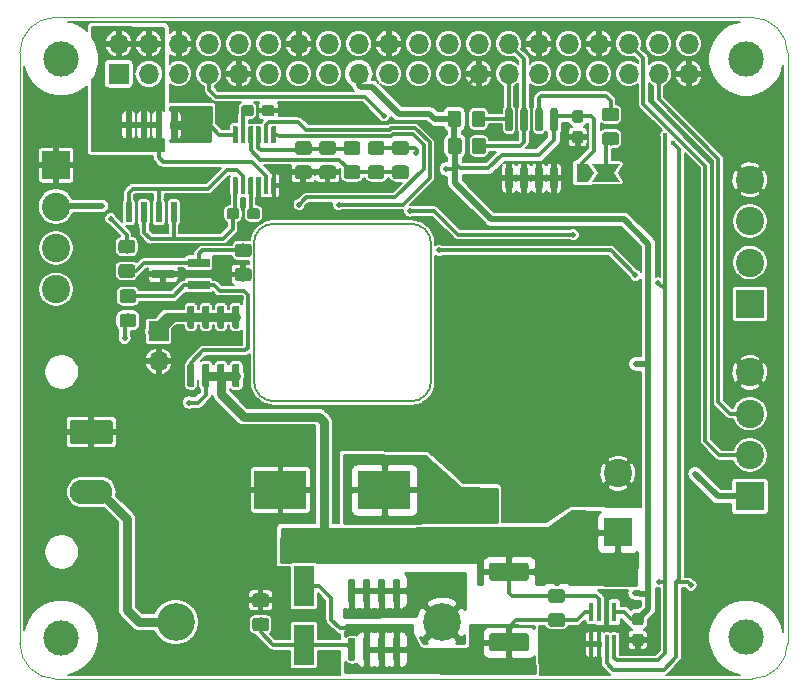
<source format=gbr>
G04 #@! TF.GenerationSoftware,KiCad,Pcbnew,(5.1.2)-1*
G04 #@! TF.CreationDate,2019-08-04T20:48:43+02:00*
G04 #@! TF.ProjectId,SMPS hat,534d5053-2068-4617-942e-6b696361645f,rev?*
G04 #@! TF.SameCoordinates,Original*
G04 #@! TF.FileFunction,Copper,L2,Bot*
G04 #@! TF.FilePolarity,Positive*
%FSLAX46Y46*%
G04 Gerber Fmt 4.6, Leading zero omitted, Abs format (unit mm)*
G04 Created by KiCad (PCBNEW (5.1.2)-1) date 2019-08-04 20:48:43*
%MOMM*%
%LPD*%
G04 APERTURE LIST*
%ADD10C,0.150000*%
%ADD11C,0.100000*%
%ADD12C,1.525000*%
%ADD13O,3.600000X2.080000*%
%ADD14C,2.080000*%
%ADD15R,0.400000X1.560000*%
%ADD16C,0.600000*%
%ADD17C,0.400000*%
%ADD18C,1.150000*%
%ADD19R,1.900000X0.800000*%
%ADD20R,0.550000X1.750000*%
%ADD21O,1.700000X1.700000*%
%ADD22R,1.700000X1.700000*%
%ADD23C,0.300000*%
%ADD24C,2.400000*%
%ADD25R,2.400000X2.400000*%
%ADD26C,3.200000*%
%ADD27R,1.800000X3.500000*%
%ADD28R,4.500000X3.300000*%
%ADD29C,0.950000*%
%ADD30C,3.000000*%
%ADD31C,0.500000*%
%ADD32C,0.350000*%
%ADD33C,0.300000*%
%ADD34C,0.250000*%
%ADD35C,0.500000*%
%ADD36C,0.800000*%
%ADD37C,1.000000*%
%ADD38C,0.200000*%
%ADD39C,0.254000*%
G04 APERTURE END LIST*
D10*
X100101383Y-93318831D02*
G75*
G02X98374200Y-91643200I-50783J1675631D01*
G01*
X113359431Y-91592417D02*
G75*
G02X111683800Y-93319600I-1675631J-50783D01*
G01*
X111633017Y-78283569D02*
G75*
G02X113360200Y-79959200I50783J-1675631D01*
G01*
X98349569Y-80009983D02*
G75*
G02X100025200Y-78282800I1675631J50783D01*
G01*
X98374200Y-91643200D02*
X98349569Y-80009983D01*
X111683800Y-93319600D02*
X100101383Y-93318831D01*
X113360200Y-79959200D02*
X113359431Y-91592417D01*
X100025200Y-78282800D02*
X111633017Y-78283569D01*
D11*
X78546357Y-63830200D02*
X78546356Y-113817611D01*
X78546357Y-63830200D02*
G75*
G02X81534000Y-60817611I2999999J12589D01*
G01*
X140546356Y-60817611D02*
X81534000Y-60817611D01*
X140546356Y-60817611D02*
G75*
G02X143546356Y-63817611I0J-3000000D01*
G01*
X143546351Y-113822847D02*
X143546356Y-63817611D01*
X81546356Y-116817611D02*
G75*
G02X78546356Y-113817611I0J3000000D01*
G01*
X81546356Y-116817611D02*
X140546356Y-116817611D01*
X143546351Y-113822847D02*
G75*
G02X140546356Y-116817611I-2999995J5236D01*
G01*
G36*
X121403545Y-112967664D02*
G01*
X121427813Y-112971264D01*
X121451612Y-112977225D01*
X121474711Y-112985490D01*
X121496890Y-112995980D01*
X121517933Y-113008592D01*
X121537639Y-113023207D01*
X121555817Y-113039683D01*
X121572293Y-113057861D01*
X121586908Y-113077567D01*
X121599520Y-113098610D01*
X121610010Y-113120789D01*
X121618275Y-113143888D01*
X121624236Y-113167687D01*
X121627836Y-113191955D01*
X121629040Y-113216459D01*
X121629040Y-114241461D01*
X121627836Y-114265965D01*
X121624236Y-114290233D01*
X121618275Y-114314032D01*
X121610010Y-114337131D01*
X121599520Y-114359310D01*
X121586908Y-114380353D01*
X121572293Y-114400059D01*
X121555817Y-114418237D01*
X121537639Y-114434713D01*
X121517933Y-114449328D01*
X121496890Y-114461940D01*
X121474711Y-114472430D01*
X121451612Y-114480695D01*
X121427813Y-114486656D01*
X121403545Y-114490256D01*
X121379041Y-114491460D01*
X118529039Y-114491460D01*
X118504535Y-114490256D01*
X118480267Y-114486656D01*
X118456468Y-114480695D01*
X118433369Y-114472430D01*
X118411190Y-114461940D01*
X118390147Y-114449328D01*
X118370441Y-114434713D01*
X118352263Y-114418237D01*
X118335787Y-114400059D01*
X118321172Y-114380353D01*
X118308560Y-114359310D01*
X118298070Y-114337131D01*
X118289805Y-114314032D01*
X118283844Y-114290233D01*
X118280244Y-114265965D01*
X118279040Y-114241461D01*
X118279040Y-113216459D01*
X118280244Y-113191955D01*
X118283844Y-113167687D01*
X118289805Y-113143888D01*
X118298070Y-113120789D01*
X118308560Y-113098610D01*
X118321172Y-113077567D01*
X118335787Y-113057861D01*
X118352263Y-113039683D01*
X118370441Y-113023207D01*
X118390147Y-113008592D01*
X118411190Y-112995980D01*
X118433369Y-112985490D01*
X118456468Y-112977225D01*
X118480267Y-112971264D01*
X118504535Y-112967664D01*
X118529039Y-112966460D01*
X121379041Y-112966460D01*
X121403545Y-112967664D01*
X121403545Y-112967664D01*
G37*
D12*
X119954040Y-113728960D03*
D11*
G36*
X121403545Y-106992664D02*
G01*
X121427813Y-106996264D01*
X121451612Y-107002225D01*
X121474711Y-107010490D01*
X121496890Y-107020980D01*
X121517933Y-107033592D01*
X121537639Y-107048207D01*
X121555817Y-107064683D01*
X121572293Y-107082861D01*
X121586908Y-107102567D01*
X121599520Y-107123610D01*
X121610010Y-107145789D01*
X121618275Y-107168888D01*
X121624236Y-107192687D01*
X121627836Y-107216955D01*
X121629040Y-107241459D01*
X121629040Y-108266461D01*
X121627836Y-108290965D01*
X121624236Y-108315233D01*
X121618275Y-108339032D01*
X121610010Y-108362131D01*
X121599520Y-108384310D01*
X121586908Y-108405353D01*
X121572293Y-108425059D01*
X121555817Y-108443237D01*
X121537639Y-108459713D01*
X121517933Y-108474328D01*
X121496890Y-108486940D01*
X121474711Y-108497430D01*
X121451612Y-108505695D01*
X121427813Y-108511656D01*
X121403545Y-108515256D01*
X121379041Y-108516460D01*
X118529039Y-108516460D01*
X118504535Y-108515256D01*
X118480267Y-108511656D01*
X118456468Y-108505695D01*
X118433369Y-108497430D01*
X118411190Y-108486940D01*
X118390147Y-108474328D01*
X118370441Y-108459713D01*
X118352263Y-108443237D01*
X118335787Y-108425059D01*
X118321172Y-108405353D01*
X118308560Y-108384310D01*
X118298070Y-108362131D01*
X118289805Y-108339032D01*
X118283844Y-108315233D01*
X118280244Y-108290965D01*
X118279040Y-108266461D01*
X118279040Y-107241459D01*
X118280244Y-107216955D01*
X118283844Y-107192687D01*
X118289805Y-107168888D01*
X118298070Y-107145789D01*
X118308560Y-107123610D01*
X118321172Y-107102567D01*
X118335787Y-107082861D01*
X118352263Y-107064683D01*
X118370441Y-107048207D01*
X118390147Y-107033592D01*
X118411190Y-107020980D01*
X118433369Y-107010490D01*
X118456468Y-107002225D01*
X118480267Y-106996264D01*
X118504535Y-106992664D01*
X118529039Y-106991460D01*
X121379041Y-106991460D01*
X121403545Y-106992664D01*
X121403545Y-106992664D01*
G37*
D12*
X119954040Y-107753960D03*
D13*
X84594700Y-101003100D03*
D11*
G36*
X86169205Y-94884304D02*
G01*
X86193473Y-94887904D01*
X86217272Y-94893865D01*
X86240371Y-94902130D01*
X86262550Y-94912620D01*
X86283593Y-94925232D01*
X86303299Y-94939847D01*
X86321477Y-94956323D01*
X86337953Y-94974501D01*
X86352568Y-94994207D01*
X86365180Y-95015250D01*
X86375670Y-95037429D01*
X86383935Y-95060528D01*
X86389896Y-95084327D01*
X86393496Y-95108595D01*
X86394700Y-95133099D01*
X86394700Y-96713101D01*
X86393496Y-96737605D01*
X86389896Y-96761873D01*
X86383935Y-96785672D01*
X86375670Y-96808771D01*
X86365180Y-96830950D01*
X86352568Y-96851993D01*
X86337953Y-96871699D01*
X86321477Y-96889877D01*
X86303299Y-96906353D01*
X86283593Y-96920968D01*
X86262550Y-96933580D01*
X86240371Y-96944070D01*
X86217272Y-96952335D01*
X86193473Y-96958296D01*
X86169205Y-96961896D01*
X86144701Y-96963100D01*
X83044699Y-96963100D01*
X83020195Y-96961896D01*
X82995927Y-96958296D01*
X82972128Y-96952335D01*
X82949029Y-96944070D01*
X82926850Y-96933580D01*
X82905807Y-96920968D01*
X82886101Y-96906353D01*
X82867923Y-96889877D01*
X82851447Y-96871699D01*
X82836832Y-96851993D01*
X82824220Y-96830950D01*
X82813730Y-96808771D01*
X82805465Y-96785672D01*
X82799504Y-96761873D01*
X82795904Y-96737605D01*
X82794700Y-96713101D01*
X82794700Y-95133099D01*
X82795904Y-95108595D01*
X82799504Y-95084327D01*
X82805465Y-95060528D01*
X82813730Y-95037429D01*
X82824220Y-95015250D01*
X82836832Y-94994207D01*
X82851447Y-94974501D01*
X82867923Y-94956323D01*
X82886101Y-94939847D01*
X82905807Y-94925232D01*
X82926850Y-94912620D01*
X82949029Y-94902130D01*
X82972128Y-94893865D01*
X82995927Y-94887904D01*
X83020195Y-94884304D01*
X83044699Y-94883100D01*
X86144701Y-94883100D01*
X86169205Y-94884304D01*
X86169205Y-94884304D01*
G37*
D14*
X84594700Y-95923100D03*
D15*
X126921700Y-113887240D03*
X127571700Y-113887240D03*
X128231700Y-113887240D03*
X128881700Y-113887240D03*
X128881700Y-111187240D03*
X128231700Y-111187240D03*
X127571700Y-111187240D03*
X126921700Y-111187240D03*
D11*
G36*
X123936363Y-68501302D02*
G01*
X123950924Y-68503462D01*
X123965203Y-68507039D01*
X123979063Y-68511998D01*
X123992370Y-68518292D01*
X124004996Y-68525860D01*
X124016819Y-68534628D01*
X124027726Y-68544514D01*
X124037612Y-68555421D01*
X124046380Y-68567244D01*
X124053948Y-68579870D01*
X124060242Y-68593177D01*
X124065201Y-68607037D01*
X124068778Y-68621316D01*
X124070938Y-68635877D01*
X124071660Y-68650580D01*
X124071660Y-70300580D01*
X124070938Y-70315283D01*
X124068778Y-70329844D01*
X124065201Y-70344123D01*
X124060242Y-70357983D01*
X124053948Y-70371290D01*
X124046380Y-70383916D01*
X124037612Y-70395739D01*
X124027726Y-70406646D01*
X124016819Y-70416532D01*
X124004996Y-70425300D01*
X123992370Y-70432868D01*
X123979063Y-70439162D01*
X123965203Y-70444121D01*
X123950924Y-70447698D01*
X123936363Y-70449858D01*
X123921660Y-70450580D01*
X123621660Y-70450580D01*
X123606957Y-70449858D01*
X123592396Y-70447698D01*
X123578117Y-70444121D01*
X123564257Y-70439162D01*
X123550950Y-70432868D01*
X123538324Y-70425300D01*
X123526501Y-70416532D01*
X123515594Y-70406646D01*
X123505708Y-70395739D01*
X123496940Y-70383916D01*
X123489372Y-70371290D01*
X123483078Y-70357983D01*
X123478119Y-70344123D01*
X123474542Y-70329844D01*
X123472382Y-70315283D01*
X123471660Y-70300580D01*
X123471660Y-68650580D01*
X123472382Y-68635877D01*
X123474542Y-68621316D01*
X123478119Y-68607037D01*
X123483078Y-68593177D01*
X123489372Y-68579870D01*
X123496940Y-68567244D01*
X123505708Y-68555421D01*
X123515594Y-68544514D01*
X123526501Y-68534628D01*
X123538324Y-68525860D01*
X123550950Y-68518292D01*
X123564257Y-68511998D01*
X123578117Y-68507039D01*
X123592396Y-68503462D01*
X123606957Y-68501302D01*
X123621660Y-68500580D01*
X123921660Y-68500580D01*
X123936363Y-68501302D01*
X123936363Y-68501302D01*
G37*
D16*
X123771660Y-69475580D03*
D11*
G36*
X122666363Y-68501302D02*
G01*
X122680924Y-68503462D01*
X122695203Y-68507039D01*
X122709063Y-68511998D01*
X122722370Y-68518292D01*
X122734996Y-68525860D01*
X122746819Y-68534628D01*
X122757726Y-68544514D01*
X122767612Y-68555421D01*
X122776380Y-68567244D01*
X122783948Y-68579870D01*
X122790242Y-68593177D01*
X122795201Y-68607037D01*
X122798778Y-68621316D01*
X122800938Y-68635877D01*
X122801660Y-68650580D01*
X122801660Y-70300580D01*
X122800938Y-70315283D01*
X122798778Y-70329844D01*
X122795201Y-70344123D01*
X122790242Y-70357983D01*
X122783948Y-70371290D01*
X122776380Y-70383916D01*
X122767612Y-70395739D01*
X122757726Y-70406646D01*
X122746819Y-70416532D01*
X122734996Y-70425300D01*
X122722370Y-70432868D01*
X122709063Y-70439162D01*
X122695203Y-70444121D01*
X122680924Y-70447698D01*
X122666363Y-70449858D01*
X122651660Y-70450580D01*
X122351660Y-70450580D01*
X122336957Y-70449858D01*
X122322396Y-70447698D01*
X122308117Y-70444121D01*
X122294257Y-70439162D01*
X122280950Y-70432868D01*
X122268324Y-70425300D01*
X122256501Y-70416532D01*
X122245594Y-70406646D01*
X122235708Y-70395739D01*
X122226940Y-70383916D01*
X122219372Y-70371290D01*
X122213078Y-70357983D01*
X122208119Y-70344123D01*
X122204542Y-70329844D01*
X122202382Y-70315283D01*
X122201660Y-70300580D01*
X122201660Y-68650580D01*
X122202382Y-68635877D01*
X122204542Y-68621316D01*
X122208119Y-68607037D01*
X122213078Y-68593177D01*
X122219372Y-68579870D01*
X122226940Y-68567244D01*
X122235708Y-68555421D01*
X122245594Y-68544514D01*
X122256501Y-68534628D01*
X122268324Y-68525860D01*
X122280950Y-68518292D01*
X122294257Y-68511998D01*
X122308117Y-68507039D01*
X122322396Y-68503462D01*
X122336957Y-68501302D01*
X122351660Y-68500580D01*
X122651660Y-68500580D01*
X122666363Y-68501302D01*
X122666363Y-68501302D01*
G37*
D16*
X122501660Y-69475580D03*
D11*
G36*
X121396363Y-68501302D02*
G01*
X121410924Y-68503462D01*
X121425203Y-68507039D01*
X121439063Y-68511998D01*
X121452370Y-68518292D01*
X121464996Y-68525860D01*
X121476819Y-68534628D01*
X121487726Y-68544514D01*
X121497612Y-68555421D01*
X121506380Y-68567244D01*
X121513948Y-68579870D01*
X121520242Y-68593177D01*
X121525201Y-68607037D01*
X121528778Y-68621316D01*
X121530938Y-68635877D01*
X121531660Y-68650580D01*
X121531660Y-70300580D01*
X121530938Y-70315283D01*
X121528778Y-70329844D01*
X121525201Y-70344123D01*
X121520242Y-70357983D01*
X121513948Y-70371290D01*
X121506380Y-70383916D01*
X121497612Y-70395739D01*
X121487726Y-70406646D01*
X121476819Y-70416532D01*
X121464996Y-70425300D01*
X121452370Y-70432868D01*
X121439063Y-70439162D01*
X121425203Y-70444121D01*
X121410924Y-70447698D01*
X121396363Y-70449858D01*
X121381660Y-70450580D01*
X121081660Y-70450580D01*
X121066957Y-70449858D01*
X121052396Y-70447698D01*
X121038117Y-70444121D01*
X121024257Y-70439162D01*
X121010950Y-70432868D01*
X120998324Y-70425300D01*
X120986501Y-70416532D01*
X120975594Y-70406646D01*
X120965708Y-70395739D01*
X120956940Y-70383916D01*
X120949372Y-70371290D01*
X120943078Y-70357983D01*
X120938119Y-70344123D01*
X120934542Y-70329844D01*
X120932382Y-70315283D01*
X120931660Y-70300580D01*
X120931660Y-68650580D01*
X120932382Y-68635877D01*
X120934542Y-68621316D01*
X120938119Y-68607037D01*
X120943078Y-68593177D01*
X120949372Y-68579870D01*
X120956940Y-68567244D01*
X120965708Y-68555421D01*
X120975594Y-68544514D01*
X120986501Y-68534628D01*
X120998324Y-68525860D01*
X121010950Y-68518292D01*
X121024257Y-68511998D01*
X121038117Y-68507039D01*
X121052396Y-68503462D01*
X121066957Y-68501302D01*
X121081660Y-68500580D01*
X121381660Y-68500580D01*
X121396363Y-68501302D01*
X121396363Y-68501302D01*
G37*
D16*
X121231660Y-69475580D03*
D11*
G36*
X120126363Y-68501302D02*
G01*
X120140924Y-68503462D01*
X120155203Y-68507039D01*
X120169063Y-68511998D01*
X120182370Y-68518292D01*
X120194996Y-68525860D01*
X120206819Y-68534628D01*
X120217726Y-68544514D01*
X120227612Y-68555421D01*
X120236380Y-68567244D01*
X120243948Y-68579870D01*
X120250242Y-68593177D01*
X120255201Y-68607037D01*
X120258778Y-68621316D01*
X120260938Y-68635877D01*
X120261660Y-68650580D01*
X120261660Y-70300580D01*
X120260938Y-70315283D01*
X120258778Y-70329844D01*
X120255201Y-70344123D01*
X120250242Y-70357983D01*
X120243948Y-70371290D01*
X120236380Y-70383916D01*
X120227612Y-70395739D01*
X120217726Y-70406646D01*
X120206819Y-70416532D01*
X120194996Y-70425300D01*
X120182370Y-70432868D01*
X120169063Y-70439162D01*
X120155203Y-70444121D01*
X120140924Y-70447698D01*
X120126363Y-70449858D01*
X120111660Y-70450580D01*
X119811660Y-70450580D01*
X119796957Y-70449858D01*
X119782396Y-70447698D01*
X119768117Y-70444121D01*
X119754257Y-70439162D01*
X119740950Y-70432868D01*
X119728324Y-70425300D01*
X119716501Y-70416532D01*
X119705594Y-70406646D01*
X119695708Y-70395739D01*
X119686940Y-70383916D01*
X119679372Y-70371290D01*
X119673078Y-70357983D01*
X119668119Y-70344123D01*
X119664542Y-70329844D01*
X119662382Y-70315283D01*
X119661660Y-70300580D01*
X119661660Y-68650580D01*
X119662382Y-68635877D01*
X119664542Y-68621316D01*
X119668119Y-68607037D01*
X119673078Y-68593177D01*
X119679372Y-68579870D01*
X119686940Y-68567244D01*
X119695708Y-68555421D01*
X119705594Y-68544514D01*
X119716501Y-68534628D01*
X119728324Y-68525860D01*
X119740950Y-68518292D01*
X119754257Y-68511998D01*
X119768117Y-68507039D01*
X119782396Y-68503462D01*
X119796957Y-68501302D01*
X119811660Y-68500580D01*
X120111660Y-68500580D01*
X120126363Y-68501302D01*
X120126363Y-68501302D01*
G37*
D16*
X119961660Y-69475580D03*
D11*
G36*
X120126363Y-73451302D02*
G01*
X120140924Y-73453462D01*
X120155203Y-73457039D01*
X120169063Y-73461998D01*
X120182370Y-73468292D01*
X120194996Y-73475860D01*
X120206819Y-73484628D01*
X120217726Y-73494514D01*
X120227612Y-73505421D01*
X120236380Y-73517244D01*
X120243948Y-73529870D01*
X120250242Y-73543177D01*
X120255201Y-73557037D01*
X120258778Y-73571316D01*
X120260938Y-73585877D01*
X120261660Y-73600580D01*
X120261660Y-75250580D01*
X120260938Y-75265283D01*
X120258778Y-75279844D01*
X120255201Y-75294123D01*
X120250242Y-75307983D01*
X120243948Y-75321290D01*
X120236380Y-75333916D01*
X120227612Y-75345739D01*
X120217726Y-75356646D01*
X120206819Y-75366532D01*
X120194996Y-75375300D01*
X120182370Y-75382868D01*
X120169063Y-75389162D01*
X120155203Y-75394121D01*
X120140924Y-75397698D01*
X120126363Y-75399858D01*
X120111660Y-75400580D01*
X119811660Y-75400580D01*
X119796957Y-75399858D01*
X119782396Y-75397698D01*
X119768117Y-75394121D01*
X119754257Y-75389162D01*
X119740950Y-75382868D01*
X119728324Y-75375300D01*
X119716501Y-75366532D01*
X119705594Y-75356646D01*
X119695708Y-75345739D01*
X119686940Y-75333916D01*
X119679372Y-75321290D01*
X119673078Y-75307983D01*
X119668119Y-75294123D01*
X119664542Y-75279844D01*
X119662382Y-75265283D01*
X119661660Y-75250580D01*
X119661660Y-73600580D01*
X119662382Y-73585877D01*
X119664542Y-73571316D01*
X119668119Y-73557037D01*
X119673078Y-73543177D01*
X119679372Y-73529870D01*
X119686940Y-73517244D01*
X119695708Y-73505421D01*
X119705594Y-73494514D01*
X119716501Y-73484628D01*
X119728324Y-73475860D01*
X119740950Y-73468292D01*
X119754257Y-73461998D01*
X119768117Y-73457039D01*
X119782396Y-73453462D01*
X119796957Y-73451302D01*
X119811660Y-73450580D01*
X120111660Y-73450580D01*
X120126363Y-73451302D01*
X120126363Y-73451302D01*
G37*
D16*
X119961660Y-74425580D03*
D11*
G36*
X121396363Y-73451302D02*
G01*
X121410924Y-73453462D01*
X121425203Y-73457039D01*
X121439063Y-73461998D01*
X121452370Y-73468292D01*
X121464996Y-73475860D01*
X121476819Y-73484628D01*
X121487726Y-73494514D01*
X121497612Y-73505421D01*
X121506380Y-73517244D01*
X121513948Y-73529870D01*
X121520242Y-73543177D01*
X121525201Y-73557037D01*
X121528778Y-73571316D01*
X121530938Y-73585877D01*
X121531660Y-73600580D01*
X121531660Y-75250580D01*
X121530938Y-75265283D01*
X121528778Y-75279844D01*
X121525201Y-75294123D01*
X121520242Y-75307983D01*
X121513948Y-75321290D01*
X121506380Y-75333916D01*
X121497612Y-75345739D01*
X121487726Y-75356646D01*
X121476819Y-75366532D01*
X121464996Y-75375300D01*
X121452370Y-75382868D01*
X121439063Y-75389162D01*
X121425203Y-75394121D01*
X121410924Y-75397698D01*
X121396363Y-75399858D01*
X121381660Y-75400580D01*
X121081660Y-75400580D01*
X121066957Y-75399858D01*
X121052396Y-75397698D01*
X121038117Y-75394121D01*
X121024257Y-75389162D01*
X121010950Y-75382868D01*
X120998324Y-75375300D01*
X120986501Y-75366532D01*
X120975594Y-75356646D01*
X120965708Y-75345739D01*
X120956940Y-75333916D01*
X120949372Y-75321290D01*
X120943078Y-75307983D01*
X120938119Y-75294123D01*
X120934542Y-75279844D01*
X120932382Y-75265283D01*
X120931660Y-75250580D01*
X120931660Y-73600580D01*
X120932382Y-73585877D01*
X120934542Y-73571316D01*
X120938119Y-73557037D01*
X120943078Y-73543177D01*
X120949372Y-73529870D01*
X120956940Y-73517244D01*
X120965708Y-73505421D01*
X120975594Y-73494514D01*
X120986501Y-73484628D01*
X120998324Y-73475860D01*
X121010950Y-73468292D01*
X121024257Y-73461998D01*
X121038117Y-73457039D01*
X121052396Y-73453462D01*
X121066957Y-73451302D01*
X121081660Y-73450580D01*
X121381660Y-73450580D01*
X121396363Y-73451302D01*
X121396363Y-73451302D01*
G37*
D16*
X121231660Y-74425580D03*
D11*
G36*
X122666363Y-73451302D02*
G01*
X122680924Y-73453462D01*
X122695203Y-73457039D01*
X122709063Y-73461998D01*
X122722370Y-73468292D01*
X122734996Y-73475860D01*
X122746819Y-73484628D01*
X122757726Y-73494514D01*
X122767612Y-73505421D01*
X122776380Y-73517244D01*
X122783948Y-73529870D01*
X122790242Y-73543177D01*
X122795201Y-73557037D01*
X122798778Y-73571316D01*
X122800938Y-73585877D01*
X122801660Y-73600580D01*
X122801660Y-75250580D01*
X122800938Y-75265283D01*
X122798778Y-75279844D01*
X122795201Y-75294123D01*
X122790242Y-75307983D01*
X122783948Y-75321290D01*
X122776380Y-75333916D01*
X122767612Y-75345739D01*
X122757726Y-75356646D01*
X122746819Y-75366532D01*
X122734996Y-75375300D01*
X122722370Y-75382868D01*
X122709063Y-75389162D01*
X122695203Y-75394121D01*
X122680924Y-75397698D01*
X122666363Y-75399858D01*
X122651660Y-75400580D01*
X122351660Y-75400580D01*
X122336957Y-75399858D01*
X122322396Y-75397698D01*
X122308117Y-75394121D01*
X122294257Y-75389162D01*
X122280950Y-75382868D01*
X122268324Y-75375300D01*
X122256501Y-75366532D01*
X122245594Y-75356646D01*
X122235708Y-75345739D01*
X122226940Y-75333916D01*
X122219372Y-75321290D01*
X122213078Y-75307983D01*
X122208119Y-75294123D01*
X122204542Y-75279844D01*
X122202382Y-75265283D01*
X122201660Y-75250580D01*
X122201660Y-73600580D01*
X122202382Y-73585877D01*
X122204542Y-73571316D01*
X122208119Y-73557037D01*
X122213078Y-73543177D01*
X122219372Y-73529870D01*
X122226940Y-73517244D01*
X122235708Y-73505421D01*
X122245594Y-73494514D01*
X122256501Y-73484628D01*
X122268324Y-73475860D01*
X122280950Y-73468292D01*
X122294257Y-73461998D01*
X122308117Y-73457039D01*
X122322396Y-73453462D01*
X122336957Y-73451302D01*
X122351660Y-73450580D01*
X122651660Y-73450580D01*
X122666363Y-73451302D01*
X122666363Y-73451302D01*
G37*
D16*
X122501660Y-74425580D03*
D11*
G36*
X123936363Y-73451302D02*
G01*
X123950924Y-73453462D01*
X123965203Y-73457039D01*
X123979063Y-73461998D01*
X123992370Y-73468292D01*
X124004996Y-73475860D01*
X124016819Y-73484628D01*
X124027726Y-73494514D01*
X124037612Y-73505421D01*
X124046380Y-73517244D01*
X124053948Y-73529870D01*
X124060242Y-73543177D01*
X124065201Y-73557037D01*
X124068778Y-73571316D01*
X124070938Y-73585877D01*
X124071660Y-73600580D01*
X124071660Y-75250580D01*
X124070938Y-75265283D01*
X124068778Y-75279844D01*
X124065201Y-75294123D01*
X124060242Y-75307983D01*
X124053948Y-75321290D01*
X124046380Y-75333916D01*
X124037612Y-75345739D01*
X124027726Y-75356646D01*
X124016819Y-75366532D01*
X124004996Y-75375300D01*
X123992370Y-75382868D01*
X123979063Y-75389162D01*
X123965203Y-75394121D01*
X123950924Y-75397698D01*
X123936363Y-75399858D01*
X123921660Y-75400580D01*
X123621660Y-75400580D01*
X123606957Y-75399858D01*
X123592396Y-75397698D01*
X123578117Y-75394121D01*
X123564257Y-75389162D01*
X123550950Y-75382868D01*
X123538324Y-75375300D01*
X123526501Y-75366532D01*
X123515594Y-75356646D01*
X123505708Y-75345739D01*
X123496940Y-75333916D01*
X123489372Y-75321290D01*
X123483078Y-75307983D01*
X123478119Y-75294123D01*
X123474542Y-75279844D01*
X123472382Y-75265283D01*
X123471660Y-75250580D01*
X123471660Y-73600580D01*
X123472382Y-73585877D01*
X123474542Y-73571316D01*
X123478119Y-73557037D01*
X123483078Y-73543177D01*
X123489372Y-73529870D01*
X123496940Y-73517244D01*
X123505708Y-73505421D01*
X123515594Y-73494514D01*
X123526501Y-73484628D01*
X123538324Y-73475860D01*
X123550950Y-73468292D01*
X123564257Y-73461998D01*
X123578117Y-73457039D01*
X123592396Y-73453462D01*
X123606957Y-73451302D01*
X123621660Y-73450580D01*
X123921660Y-73450580D01*
X123936363Y-73451302D01*
X123936363Y-73451302D01*
G37*
D16*
X123771660Y-74425580D03*
D11*
G36*
X96902182Y-74326022D02*
G01*
X96911889Y-74327461D01*
X96921408Y-74329846D01*
X96930648Y-74333152D01*
X96939520Y-74337348D01*
X96947937Y-74342393D01*
X96955819Y-74348239D01*
X96963091Y-74354829D01*
X96969681Y-74362101D01*
X96975527Y-74369983D01*
X96980572Y-74378400D01*
X96984768Y-74387272D01*
X96988074Y-74396512D01*
X96990459Y-74406031D01*
X96991898Y-74415738D01*
X96992380Y-74425540D01*
X96992380Y-75675540D01*
X96991898Y-75685342D01*
X96990459Y-75695049D01*
X96988074Y-75704568D01*
X96984768Y-75713808D01*
X96980572Y-75722680D01*
X96975527Y-75731097D01*
X96969681Y-75738979D01*
X96963091Y-75746251D01*
X96955819Y-75752841D01*
X96947937Y-75758687D01*
X96939520Y-75763732D01*
X96930648Y-75767928D01*
X96921408Y-75771234D01*
X96911889Y-75773619D01*
X96902182Y-75775058D01*
X96892380Y-75775540D01*
X96692380Y-75775540D01*
X96682578Y-75775058D01*
X96672871Y-75773619D01*
X96663352Y-75771234D01*
X96654112Y-75767928D01*
X96645240Y-75763732D01*
X96636823Y-75758687D01*
X96628941Y-75752841D01*
X96621669Y-75746251D01*
X96615079Y-75738979D01*
X96609233Y-75731097D01*
X96604188Y-75722680D01*
X96599992Y-75713808D01*
X96596686Y-75704568D01*
X96594301Y-75695049D01*
X96592862Y-75685342D01*
X96592380Y-75675540D01*
X96592380Y-74425540D01*
X96592862Y-74415738D01*
X96594301Y-74406031D01*
X96596686Y-74396512D01*
X96599992Y-74387272D01*
X96604188Y-74378400D01*
X96609233Y-74369983D01*
X96615079Y-74362101D01*
X96621669Y-74354829D01*
X96628941Y-74348239D01*
X96636823Y-74342393D01*
X96645240Y-74337348D01*
X96654112Y-74333152D01*
X96663352Y-74329846D01*
X96672871Y-74327461D01*
X96682578Y-74326022D01*
X96692380Y-74325540D01*
X96892380Y-74325540D01*
X96902182Y-74326022D01*
X96902182Y-74326022D01*
G37*
D17*
X96792380Y-75050540D03*
D11*
G36*
X97552182Y-74326022D02*
G01*
X97561889Y-74327461D01*
X97571408Y-74329846D01*
X97580648Y-74333152D01*
X97589520Y-74337348D01*
X97597937Y-74342393D01*
X97605819Y-74348239D01*
X97613091Y-74354829D01*
X97619681Y-74362101D01*
X97625527Y-74369983D01*
X97630572Y-74378400D01*
X97634768Y-74387272D01*
X97638074Y-74396512D01*
X97640459Y-74406031D01*
X97641898Y-74415738D01*
X97642380Y-74425540D01*
X97642380Y-75675540D01*
X97641898Y-75685342D01*
X97640459Y-75695049D01*
X97638074Y-75704568D01*
X97634768Y-75713808D01*
X97630572Y-75722680D01*
X97625527Y-75731097D01*
X97619681Y-75738979D01*
X97613091Y-75746251D01*
X97605819Y-75752841D01*
X97597937Y-75758687D01*
X97589520Y-75763732D01*
X97580648Y-75767928D01*
X97571408Y-75771234D01*
X97561889Y-75773619D01*
X97552182Y-75775058D01*
X97542380Y-75775540D01*
X97342380Y-75775540D01*
X97332578Y-75775058D01*
X97322871Y-75773619D01*
X97313352Y-75771234D01*
X97304112Y-75767928D01*
X97295240Y-75763732D01*
X97286823Y-75758687D01*
X97278941Y-75752841D01*
X97271669Y-75746251D01*
X97265079Y-75738979D01*
X97259233Y-75731097D01*
X97254188Y-75722680D01*
X97249992Y-75713808D01*
X97246686Y-75704568D01*
X97244301Y-75695049D01*
X97242862Y-75685342D01*
X97242380Y-75675540D01*
X97242380Y-74425540D01*
X97242862Y-74415738D01*
X97244301Y-74406031D01*
X97246686Y-74396512D01*
X97249992Y-74387272D01*
X97254188Y-74378400D01*
X97259233Y-74369983D01*
X97265079Y-74362101D01*
X97271669Y-74354829D01*
X97278941Y-74348239D01*
X97286823Y-74342393D01*
X97295240Y-74337348D01*
X97304112Y-74333152D01*
X97313352Y-74329846D01*
X97322871Y-74327461D01*
X97332578Y-74326022D01*
X97342380Y-74325540D01*
X97542380Y-74325540D01*
X97552182Y-74326022D01*
X97552182Y-74326022D01*
G37*
D17*
X97442380Y-75050540D03*
D11*
G36*
X98202182Y-74326022D02*
G01*
X98211889Y-74327461D01*
X98221408Y-74329846D01*
X98230648Y-74333152D01*
X98239520Y-74337348D01*
X98247937Y-74342393D01*
X98255819Y-74348239D01*
X98263091Y-74354829D01*
X98269681Y-74362101D01*
X98275527Y-74369983D01*
X98280572Y-74378400D01*
X98284768Y-74387272D01*
X98288074Y-74396512D01*
X98290459Y-74406031D01*
X98291898Y-74415738D01*
X98292380Y-74425540D01*
X98292380Y-75675540D01*
X98291898Y-75685342D01*
X98290459Y-75695049D01*
X98288074Y-75704568D01*
X98284768Y-75713808D01*
X98280572Y-75722680D01*
X98275527Y-75731097D01*
X98269681Y-75738979D01*
X98263091Y-75746251D01*
X98255819Y-75752841D01*
X98247937Y-75758687D01*
X98239520Y-75763732D01*
X98230648Y-75767928D01*
X98221408Y-75771234D01*
X98211889Y-75773619D01*
X98202182Y-75775058D01*
X98192380Y-75775540D01*
X97992380Y-75775540D01*
X97982578Y-75775058D01*
X97972871Y-75773619D01*
X97963352Y-75771234D01*
X97954112Y-75767928D01*
X97945240Y-75763732D01*
X97936823Y-75758687D01*
X97928941Y-75752841D01*
X97921669Y-75746251D01*
X97915079Y-75738979D01*
X97909233Y-75731097D01*
X97904188Y-75722680D01*
X97899992Y-75713808D01*
X97896686Y-75704568D01*
X97894301Y-75695049D01*
X97892862Y-75685342D01*
X97892380Y-75675540D01*
X97892380Y-74425540D01*
X97892862Y-74415738D01*
X97894301Y-74406031D01*
X97896686Y-74396512D01*
X97899992Y-74387272D01*
X97904188Y-74378400D01*
X97909233Y-74369983D01*
X97915079Y-74362101D01*
X97921669Y-74354829D01*
X97928941Y-74348239D01*
X97936823Y-74342393D01*
X97945240Y-74337348D01*
X97954112Y-74333152D01*
X97963352Y-74329846D01*
X97972871Y-74327461D01*
X97982578Y-74326022D01*
X97992380Y-74325540D01*
X98192380Y-74325540D01*
X98202182Y-74326022D01*
X98202182Y-74326022D01*
G37*
D17*
X98092380Y-75050540D03*
D11*
G36*
X98852182Y-74326022D02*
G01*
X98861889Y-74327461D01*
X98871408Y-74329846D01*
X98880648Y-74333152D01*
X98889520Y-74337348D01*
X98897937Y-74342393D01*
X98905819Y-74348239D01*
X98913091Y-74354829D01*
X98919681Y-74362101D01*
X98925527Y-74369983D01*
X98930572Y-74378400D01*
X98934768Y-74387272D01*
X98938074Y-74396512D01*
X98940459Y-74406031D01*
X98941898Y-74415738D01*
X98942380Y-74425540D01*
X98942380Y-75675540D01*
X98941898Y-75685342D01*
X98940459Y-75695049D01*
X98938074Y-75704568D01*
X98934768Y-75713808D01*
X98930572Y-75722680D01*
X98925527Y-75731097D01*
X98919681Y-75738979D01*
X98913091Y-75746251D01*
X98905819Y-75752841D01*
X98897937Y-75758687D01*
X98889520Y-75763732D01*
X98880648Y-75767928D01*
X98871408Y-75771234D01*
X98861889Y-75773619D01*
X98852182Y-75775058D01*
X98842380Y-75775540D01*
X98642380Y-75775540D01*
X98632578Y-75775058D01*
X98622871Y-75773619D01*
X98613352Y-75771234D01*
X98604112Y-75767928D01*
X98595240Y-75763732D01*
X98586823Y-75758687D01*
X98578941Y-75752841D01*
X98571669Y-75746251D01*
X98565079Y-75738979D01*
X98559233Y-75731097D01*
X98554188Y-75722680D01*
X98549992Y-75713808D01*
X98546686Y-75704568D01*
X98544301Y-75695049D01*
X98542862Y-75685342D01*
X98542380Y-75675540D01*
X98542380Y-74425540D01*
X98542862Y-74415738D01*
X98544301Y-74406031D01*
X98546686Y-74396512D01*
X98549992Y-74387272D01*
X98554188Y-74378400D01*
X98559233Y-74369983D01*
X98565079Y-74362101D01*
X98571669Y-74354829D01*
X98578941Y-74348239D01*
X98586823Y-74342393D01*
X98595240Y-74337348D01*
X98604112Y-74333152D01*
X98613352Y-74329846D01*
X98622871Y-74327461D01*
X98632578Y-74326022D01*
X98642380Y-74325540D01*
X98842380Y-74325540D01*
X98852182Y-74326022D01*
X98852182Y-74326022D01*
G37*
D17*
X98742380Y-75050540D03*
D11*
G36*
X99502182Y-74326022D02*
G01*
X99511889Y-74327461D01*
X99521408Y-74329846D01*
X99530648Y-74333152D01*
X99539520Y-74337348D01*
X99547937Y-74342393D01*
X99555819Y-74348239D01*
X99563091Y-74354829D01*
X99569681Y-74362101D01*
X99575527Y-74369983D01*
X99580572Y-74378400D01*
X99584768Y-74387272D01*
X99588074Y-74396512D01*
X99590459Y-74406031D01*
X99591898Y-74415738D01*
X99592380Y-74425540D01*
X99592380Y-75675540D01*
X99591898Y-75685342D01*
X99590459Y-75695049D01*
X99588074Y-75704568D01*
X99584768Y-75713808D01*
X99580572Y-75722680D01*
X99575527Y-75731097D01*
X99569681Y-75738979D01*
X99563091Y-75746251D01*
X99555819Y-75752841D01*
X99547937Y-75758687D01*
X99539520Y-75763732D01*
X99530648Y-75767928D01*
X99521408Y-75771234D01*
X99511889Y-75773619D01*
X99502182Y-75775058D01*
X99492380Y-75775540D01*
X99292380Y-75775540D01*
X99282578Y-75775058D01*
X99272871Y-75773619D01*
X99263352Y-75771234D01*
X99254112Y-75767928D01*
X99245240Y-75763732D01*
X99236823Y-75758687D01*
X99228941Y-75752841D01*
X99221669Y-75746251D01*
X99215079Y-75738979D01*
X99209233Y-75731097D01*
X99204188Y-75722680D01*
X99199992Y-75713808D01*
X99196686Y-75704568D01*
X99194301Y-75695049D01*
X99192862Y-75685342D01*
X99192380Y-75675540D01*
X99192380Y-74425540D01*
X99192862Y-74415738D01*
X99194301Y-74406031D01*
X99196686Y-74396512D01*
X99199992Y-74387272D01*
X99204188Y-74378400D01*
X99209233Y-74369983D01*
X99215079Y-74362101D01*
X99221669Y-74354829D01*
X99228941Y-74348239D01*
X99236823Y-74342393D01*
X99245240Y-74337348D01*
X99254112Y-74333152D01*
X99263352Y-74329846D01*
X99272871Y-74327461D01*
X99282578Y-74326022D01*
X99292380Y-74325540D01*
X99492380Y-74325540D01*
X99502182Y-74326022D01*
X99502182Y-74326022D01*
G37*
D17*
X99392380Y-75050540D03*
D11*
G36*
X100152182Y-74326022D02*
G01*
X100161889Y-74327461D01*
X100171408Y-74329846D01*
X100180648Y-74333152D01*
X100189520Y-74337348D01*
X100197937Y-74342393D01*
X100205819Y-74348239D01*
X100213091Y-74354829D01*
X100219681Y-74362101D01*
X100225527Y-74369983D01*
X100230572Y-74378400D01*
X100234768Y-74387272D01*
X100238074Y-74396512D01*
X100240459Y-74406031D01*
X100241898Y-74415738D01*
X100242380Y-74425540D01*
X100242380Y-75675540D01*
X100241898Y-75685342D01*
X100240459Y-75695049D01*
X100238074Y-75704568D01*
X100234768Y-75713808D01*
X100230572Y-75722680D01*
X100225527Y-75731097D01*
X100219681Y-75738979D01*
X100213091Y-75746251D01*
X100205819Y-75752841D01*
X100197937Y-75758687D01*
X100189520Y-75763732D01*
X100180648Y-75767928D01*
X100171408Y-75771234D01*
X100161889Y-75773619D01*
X100152182Y-75775058D01*
X100142380Y-75775540D01*
X99942380Y-75775540D01*
X99932578Y-75775058D01*
X99922871Y-75773619D01*
X99913352Y-75771234D01*
X99904112Y-75767928D01*
X99895240Y-75763732D01*
X99886823Y-75758687D01*
X99878941Y-75752841D01*
X99871669Y-75746251D01*
X99865079Y-75738979D01*
X99859233Y-75731097D01*
X99854188Y-75722680D01*
X99849992Y-75713808D01*
X99846686Y-75704568D01*
X99844301Y-75695049D01*
X99842862Y-75685342D01*
X99842380Y-75675540D01*
X99842380Y-74425540D01*
X99842862Y-74415738D01*
X99844301Y-74406031D01*
X99846686Y-74396512D01*
X99849992Y-74387272D01*
X99854188Y-74378400D01*
X99859233Y-74369983D01*
X99865079Y-74362101D01*
X99871669Y-74354829D01*
X99878941Y-74348239D01*
X99886823Y-74342393D01*
X99895240Y-74337348D01*
X99904112Y-74333152D01*
X99913352Y-74329846D01*
X99922871Y-74327461D01*
X99932578Y-74326022D01*
X99942380Y-74325540D01*
X100142380Y-74325540D01*
X100152182Y-74326022D01*
X100152182Y-74326022D01*
G37*
D17*
X100042380Y-75050540D03*
D11*
G36*
X100152182Y-70026022D02*
G01*
X100161889Y-70027461D01*
X100171408Y-70029846D01*
X100180648Y-70033152D01*
X100189520Y-70037348D01*
X100197937Y-70042393D01*
X100205819Y-70048239D01*
X100213091Y-70054829D01*
X100219681Y-70062101D01*
X100225527Y-70069983D01*
X100230572Y-70078400D01*
X100234768Y-70087272D01*
X100238074Y-70096512D01*
X100240459Y-70106031D01*
X100241898Y-70115738D01*
X100242380Y-70125540D01*
X100242380Y-71375540D01*
X100241898Y-71385342D01*
X100240459Y-71395049D01*
X100238074Y-71404568D01*
X100234768Y-71413808D01*
X100230572Y-71422680D01*
X100225527Y-71431097D01*
X100219681Y-71438979D01*
X100213091Y-71446251D01*
X100205819Y-71452841D01*
X100197937Y-71458687D01*
X100189520Y-71463732D01*
X100180648Y-71467928D01*
X100171408Y-71471234D01*
X100161889Y-71473619D01*
X100152182Y-71475058D01*
X100142380Y-71475540D01*
X99942380Y-71475540D01*
X99932578Y-71475058D01*
X99922871Y-71473619D01*
X99913352Y-71471234D01*
X99904112Y-71467928D01*
X99895240Y-71463732D01*
X99886823Y-71458687D01*
X99878941Y-71452841D01*
X99871669Y-71446251D01*
X99865079Y-71438979D01*
X99859233Y-71431097D01*
X99854188Y-71422680D01*
X99849992Y-71413808D01*
X99846686Y-71404568D01*
X99844301Y-71395049D01*
X99842862Y-71385342D01*
X99842380Y-71375540D01*
X99842380Y-70125540D01*
X99842862Y-70115738D01*
X99844301Y-70106031D01*
X99846686Y-70096512D01*
X99849992Y-70087272D01*
X99854188Y-70078400D01*
X99859233Y-70069983D01*
X99865079Y-70062101D01*
X99871669Y-70054829D01*
X99878941Y-70048239D01*
X99886823Y-70042393D01*
X99895240Y-70037348D01*
X99904112Y-70033152D01*
X99913352Y-70029846D01*
X99922871Y-70027461D01*
X99932578Y-70026022D01*
X99942380Y-70025540D01*
X100142380Y-70025540D01*
X100152182Y-70026022D01*
X100152182Y-70026022D01*
G37*
D17*
X100042380Y-70750540D03*
D11*
G36*
X99502182Y-70026022D02*
G01*
X99511889Y-70027461D01*
X99521408Y-70029846D01*
X99530648Y-70033152D01*
X99539520Y-70037348D01*
X99547937Y-70042393D01*
X99555819Y-70048239D01*
X99563091Y-70054829D01*
X99569681Y-70062101D01*
X99575527Y-70069983D01*
X99580572Y-70078400D01*
X99584768Y-70087272D01*
X99588074Y-70096512D01*
X99590459Y-70106031D01*
X99591898Y-70115738D01*
X99592380Y-70125540D01*
X99592380Y-71375540D01*
X99591898Y-71385342D01*
X99590459Y-71395049D01*
X99588074Y-71404568D01*
X99584768Y-71413808D01*
X99580572Y-71422680D01*
X99575527Y-71431097D01*
X99569681Y-71438979D01*
X99563091Y-71446251D01*
X99555819Y-71452841D01*
X99547937Y-71458687D01*
X99539520Y-71463732D01*
X99530648Y-71467928D01*
X99521408Y-71471234D01*
X99511889Y-71473619D01*
X99502182Y-71475058D01*
X99492380Y-71475540D01*
X99292380Y-71475540D01*
X99282578Y-71475058D01*
X99272871Y-71473619D01*
X99263352Y-71471234D01*
X99254112Y-71467928D01*
X99245240Y-71463732D01*
X99236823Y-71458687D01*
X99228941Y-71452841D01*
X99221669Y-71446251D01*
X99215079Y-71438979D01*
X99209233Y-71431097D01*
X99204188Y-71422680D01*
X99199992Y-71413808D01*
X99196686Y-71404568D01*
X99194301Y-71395049D01*
X99192862Y-71385342D01*
X99192380Y-71375540D01*
X99192380Y-70125540D01*
X99192862Y-70115738D01*
X99194301Y-70106031D01*
X99196686Y-70096512D01*
X99199992Y-70087272D01*
X99204188Y-70078400D01*
X99209233Y-70069983D01*
X99215079Y-70062101D01*
X99221669Y-70054829D01*
X99228941Y-70048239D01*
X99236823Y-70042393D01*
X99245240Y-70037348D01*
X99254112Y-70033152D01*
X99263352Y-70029846D01*
X99272871Y-70027461D01*
X99282578Y-70026022D01*
X99292380Y-70025540D01*
X99492380Y-70025540D01*
X99502182Y-70026022D01*
X99502182Y-70026022D01*
G37*
D17*
X99392380Y-70750540D03*
D11*
G36*
X98852182Y-70026022D02*
G01*
X98861889Y-70027461D01*
X98871408Y-70029846D01*
X98880648Y-70033152D01*
X98889520Y-70037348D01*
X98897937Y-70042393D01*
X98905819Y-70048239D01*
X98913091Y-70054829D01*
X98919681Y-70062101D01*
X98925527Y-70069983D01*
X98930572Y-70078400D01*
X98934768Y-70087272D01*
X98938074Y-70096512D01*
X98940459Y-70106031D01*
X98941898Y-70115738D01*
X98942380Y-70125540D01*
X98942380Y-71375540D01*
X98941898Y-71385342D01*
X98940459Y-71395049D01*
X98938074Y-71404568D01*
X98934768Y-71413808D01*
X98930572Y-71422680D01*
X98925527Y-71431097D01*
X98919681Y-71438979D01*
X98913091Y-71446251D01*
X98905819Y-71452841D01*
X98897937Y-71458687D01*
X98889520Y-71463732D01*
X98880648Y-71467928D01*
X98871408Y-71471234D01*
X98861889Y-71473619D01*
X98852182Y-71475058D01*
X98842380Y-71475540D01*
X98642380Y-71475540D01*
X98632578Y-71475058D01*
X98622871Y-71473619D01*
X98613352Y-71471234D01*
X98604112Y-71467928D01*
X98595240Y-71463732D01*
X98586823Y-71458687D01*
X98578941Y-71452841D01*
X98571669Y-71446251D01*
X98565079Y-71438979D01*
X98559233Y-71431097D01*
X98554188Y-71422680D01*
X98549992Y-71413808D01*
X98546686Y-71404568D01*
X98544301Y-71395049D01*
X98542862Y-71385342D01*
X98542380Y-71375540D01*
X98542380Y-70125540D01*
X98542862Y-70115738D01*
X98544301Y-70106031D01*
X98546686Y-70096512D01*
X98549992Y-70087272D01*
X98554188Y-70078400D01*
X98559233Y-70069983D01*
X98565079Y-70062101D01*
X98571669Y-70054829D01*
X98578941Y-70048239D01*
X98586823Y-70042393D01*
X98595240Y-70037348D01*
X98604112Y-70033152D01*
X98613352Y-70029846D01*
X98622871Y-70027461D01*
X98632578Y-70026022D01*
X98642380Y-70025540D01*
X98842380Y-70025540D01*
X98852182Y-70026022D01*
X98852182Y-70026022D01*
G37*
D17*
X98742380Y-70750540D03*
D11*
G36*
X98202182Y-70026022D02*
G01*
X98211889Y-70027461D01*
X98221408Y-70029846D01*
X98230648Y-70033152D01*
X98239520Y-70037348D01*
X98247937Y-70042393D01*
X98255819Y-70048239D01*
X98263091Y-70054829D01*
X98269681Y-70062101D01*
X98275527Y-70069983D01*
X98280572Y-70078400D01*
X98284768Y-70087272D01*
X98288074Y-70096512D01*
X98290459Y-70106031D01*
X98291898Y-70115738D01*
X98292380Y-70125540D01*
X98292380Y-71375540D01*
X98291898Y-71385342D01*
X98290459Y-71395049D01*
X98288074Y-71404568D01*
X98284768Y-71413808D01*
X98280572Y-71422680D01*
X98275527Y-71431097D01*
X98269681Y-71438979D01*
X98263091Y-71446251D01*
X98255819Y-71452841D01*
X98247937Y-71458687D01*
X98239520Y-71463732D01*
X98230648Y-71467928D01*
X98221408Y-71471234D01*
X98211889Y-71473619D01*
X98202182Y-71475058D01*
X98192380Y-71475540D01*
X97992380Y-71475540D01*
X97982578Y-71475058D01*
X97972871Y-71473619D01*
X97963352Y-71471234D01*
X97954112Y-71467928D01*
X97945240Y-71463732D01*
X97936823Y-71458687D01*
X97928941Y-71452841D01*
X97921669Y-71446251D01*
X97915079Y-71438979D01*
X97909233Y-71431097D01*
X97904188Y-71422680D01*
X97899992Y-71413808D01*
X97896686Y-71404568D01*
X97894301Y-71395049D01*
X97892862Y-71385342D01*
X97892380Y-71375540D01*
X97892380Y-70125540D01*
X97892862Y-70115738D01*
X97894301Y-70106031D01*
X97896686Y-70096512D01*
X97899992Y-70087272D01*
X97904188Y-70078400D01*
X97909233Y-70069983D01*
X97915079Y-70062101D01*
X97921669Y-70054829D01*
X97928941Y-70048239D01*
X97936823Y-70042393D01*
X97945240Y-70037348D01*
X97954112Y-70033152D01*
X97963352Y-70029846D01*
X97972871Y-70027461D01*
X97982578Y-70026022D01*
X97992380Y-70025540D01*
X98192380Y-70025540D01*
X98202182Y-70026022D01*
X98202182Y-70026022D01*
G37*
D17*
X98092380Y-70750540D03*
D11*
G36*
X97552182Y-70026022D02*
G01*
X97561889Y-70027461D01*
X97571408Y-70029846D01*
X97580648Y-70033152D01*
X97589520Y-70037348D01*
X97597937Y-70042393D01*
X97605819Y-70048239D01*
X97613091Y-70054829D01*
X97619681Y-70062101D01*
X97625527Y-70069983D01*
X97630572Y-70078400D01*
X97634768Y-70087272D01*
X97638074Y-70096512D01*
X97640459Y-70106031D01*
X97641898Y-70115738D01*
X97642380Y-70125540D01*
X97642380Y-71375540D01*
X97641898Y-71385342D01*
X97640459Y-71395049D01*
X97638074Y-71404568D01*
X97634768Y-71413808D01*
X97630572Y-71422680D01*
X97625527Y-71431097D01*
X97619681Y-71438979D01*
X97613091Y-71446251D01*
X97605819Y-71452841D01*
X97597937Y-71458687D01*
X97589520Y-71463732D01*
X97580648Y-71467928D01*
X97571408Y-71471234D01*
X97561889Y-71473619D01*
X97552182Y-71475058D01*
X97542380Y-71475540D01*
X97342380Y-71475540D01*
X97332578Y-71475058D01*
X97322871Y-71473619D01*
X97313352Y-71471234D01*
X97304112Y-71467928D01*
X97295240Y-71463732D01*
X97286823Y-71458687D01*
X97278941Y-71452841D01*
X97271669Y-71446251D01*
X97265079Y-71438979D01*
X97259233Y-71431097D01*
X97254188Y-71422680D01*
X97249992Y-71413808D01*
X97246686Y-71404568D01*
X97244301Y-71395049D01*
X97242862Y-71385342D01*
X97242380Y-71375540D01*
X97242380Y-70125540D01*
X97242862Y-70115738D01*
X97244301Y-70106031D01*
X97246686Y-70096512D01*
X97249992Y-70087272D01*
X97254188Y-70078400D01*
X97259233Y-70069983D01*
X97265079Y-70062101D01*
X97271669Y-70054829D01*
X97278941Y-70048239D01*
X97286823Y-70042393D01*
X97295240Y-70037348D01*
X97304112Y-70033152D01*
X97313352Y-70029846D01*
X97322871Y-70027461D01*
X97332578Y-70026022D01*
X97342380Y-70025540D01*
X97542380Y-70025540D01*
X97552182Y-70026022D01*
X97552182Y-70026022D01*
G37*
D17*
X97442380Y-70750540D03*
D11*
G36*
X96902182Y-70026022D02*
G01*
X96911889Y-70027461D01*
X96921408Y-70029846D01*
X96930648Y-70033152D01*
X96939520Y-70037348D01*
X96947937Y-70042393D01*
X96955819Y-70048239D01*
X96963091Y-70054829D01*
X96969681Y-70062101D01*
X96975527Y-70069983D01*
X96980572Y-70078400D01*
X96984768Y-70087272D01*
X96988074Y-70096512D01*
X96990459Y-70106031D01*
X96991898Y-70115738D01*
X96992380Y-70125540D01*
X96992380Y-71375540D01*
X96991898Y-71385342D01*
X96990459Y-71395049D01*
X96988074Y-71404568D01*
X96984768Y-71413808D01*
X96980572Y-71422680D01*
X96975527Y-71431097D01*
X96969681Y-71438979D01*
X96963091Y-71446251D01*
X96955819Y-71452841D01*
X96947937Y-71458687D01*
X96939520Y-71463732D01*
X96930648Y-71467928D01*
X96921408Y-71471234D01*
X96911889Y-71473619D01*
X96902182Y-71475058D01*
X96892380Y-71475540D01*
X96692380Y-71475540D01*
X96682578Y-71475058D01*
X96672871Y-71473619D01*
X96663352Y-71471234D01*
X96654112Y-71467928D01*
X96645240Y-71463732D01*
X96636823Y-71458687D01*
X96628941Y-71452841D01*
X96621669Y-71446251D01*
X96615079Y-71438979D01*
X96609233Y-71431097D01*
X96604188Y-71422680D01*
X96599992Y-71413808D01*
X96596686Y-71404568D01*
X96594301Y-71395049D01*
X96592862Y-71385342D01*
X96592380Y-71375540D01*
X96592380Y-70125540D01*
X96592862Y-70115738D01*
X96594301Y-70106031D01*
X96596686Y-70096512D01*
X96599992Y-70087272D01*
X96604188Y-70078400D01*
X96609233Y-70069983D01*
X96615079Y-70062101D01*
X96621669Y-70054829D01*
X96628941Y-70048239D01*
X96636823Y-70042393D01*
X96645240Y-70037348D01*
X96654112Y-70033152D01*
X96663352Y-70029846D01*
X96672871Y-70027461D01*
X96682578Y-70026022D01*
X96692380Y-70025540D01*
X96892380Y-70025540D01*
X96902182Y-70026022D01*
X96902182Y-70026022D01*
G37*
D17*
X96792380Y-70750540D03*
D11*
G36*
X99407505Y-109592244D02*
G01*
X99431773Y-109595844D01*
X99455572Y-109601805D01*
X99478671Y-109610070D01*
X99500850Y-109620560D01*
X99521893Y-109633172D01*
X99541599Y-109647787D01*
X99559777Y-109664263D01*
X99576253Y-109682441D01*
X99590868Y-109702147D01*
X99603480Y-109723190D01*
X99613970Y-109745369D01*
X99622235Y-109768468D01*
X99628196Y-109792267D01*
X99631796Y-109816535D01*
X99633000Y-109841039D01*
X99633000Y-110491041D01*
X99631796Y-110515545D01*
X99628196Y-110539813D01*
X99622235Y-110563612D01*
X99613970Y-110586711D01*
X99603480Y-110608890D01*
X99590868Y-110629933D01*
X99576253Y-110649639D01*
X99559777Y-110667817D01*
X99541599Y-110684293D01*
X99521893Y-110698908D01*
X99500850Y-110711520D01*
X99478671Y-110722010D01*
X99455572Y-110730275D01*
X99431773Y-110736236D01*
X99407505Y-110739836D01*
X99383001Y-110741040D01*
X98482999Y-110741040D01*
X98458495Y-110739836D01*
X98434227Y-110736236D01*
X98410428Y-110730275D01*
X98387329Y-110722010D01*
X98365150Y-110711520D01*
X98344107Y-110698908D01*
X98324401Y-110684293D01*
X98306223Y-110667817D01*
X98289747Y-110649639D01*
X98275132Y-110629933D01*
X98262520Y-110608890D01*
X98252030Y-110586711D01*
X98243765Y-110563612D01*
X98237804Y-110539813D01*
X98234204Y-110515545D01*
X98233000Y-110491041D01*
X98233000Y-109841039D01*
X98234204Y-109816535D01*
X98237804Y-109792267D01*
X98243765Y-109768468D01*
X98252030Y-109745369D01*
X98262520Y-109723190D01*
X98275132Y-109702147D01*
X98289747Y-109682441D01*
X98306223Y-109664263D01*
X98324401Y-109647787D01*
X98344107Y-109633172D01*
X98365150Y-109620560D01*
X98387329Y-109610070D01*
X98410428Y-109601805D01*
X98434227Y-109595844D01*
X98458495Y-109592244D01*
X98482999Y-109591040D01*
X99383001Y-109591040D01*
X99407505Y-109592244D01*
X99407505Y-109592244D01*
G37*
D18*
X98933000Y-110166040D03*
D11*
G36*
X99407505Y-111642244D02*
G01*
X99431773Y-111645844D01*
X99455572Y-111651805D01*
X99478671Y-111660070D01*
X99500850Y-111670560D01*
X99521893Y-111683172D01*
X99541599Y-111697787D01*
X99559777Y-111714263D01*
X99576253Y-111732441D01*
X99590868Y-111752147D01*
X99603480Y-111773190D01*
X99613970Y-111795369D01*
X99622235Y-111818468D01*
X99628196Y-111842267D01*
X99631796Y-111866535D01*
X99633000Y-111891039D01*
X99633000Y-112541041D01*
X99631796Y-112565545D01*
X99628196Y-112589813D01*
X99622235Y-112613612D01*
X99613970Y-112636711D01*
X99603480Y-112658890D01*
X99590868Y-112679933D01*
X99576253Y-112699639D01*
X99559777Y-112717817D01*
X99541599Y-112734293D01*
X99521893Y-112748908D01*
X99500850Y-112761520D01*
X99478671Y-112772010D01*
X99455572Y-112780275D01*
X99431773Y-112786236D01*
X99407505Y-112789836D01*
X99383001Y-112791040D01*
X98482999Y-112791040D01*
X98458495Y-112789836D01*
X98434227Y-112786236D01*
X98410428Y-112780275D01*
X98387329Y-112772010D01*
X98365150Y-112761520D01*
X98344107Y-112748908D01*
X98324401Y-112734293D01*
X98306223Y-112717817D01*
X98289747Y-112699639D01*
X98275132Y-112679933D01*
X98262520Y-112658890D01*
X98252030Y-112636711D01*
X98243765Y-112613612D01*
X98237804Y-112589813D01*
X98234204Y-112565545D01*
X98233000Y-112541041D01*
X98233000Y-111891039D01*
X98234204Y-111866535D01*
X98237804Y-111842267D01*
X98243765Y-111818468D01*
X98252030Y-111795369D01*
X98262520Y-111773190D01*
X98275132Y-111752147D01*
X98289747Y-111732441D01*
X98306223Y-111714263D01*
X98324401Y-111697787D01*
X98344107Y-111683172D01*
X98365150Y-111670560D01*
X98387329Y-111660070D01*
X98410428Y-111651805D01*
X98434227Y-111645844D01*
X98458495Y-111642244D01*
X98482999Y-111641040D01*
X99383001Y-111641040D01*
X99407505Y-111642244D01*
X99407505Y-111642244D01*
G37*
D18*
X98933000Y-112216040D03*
D11*
G36*
X103021925Y-73349204D02*
G01*
X103046193Y-73352804D01*
X103069992Y-73358765D01*
X103093091Y-73367030D01*
X103115270Y-73377520D01*
X103136313Y-73390132D01*
X103156019Y-73404747D01*
X103174197Y-73421223D01*
X103190673Y-73439401D01*
X103205288Y-73459107D01*
X103217900Y-73480150D01*
X103228390Y-73502329D01*
X103236655Y-73525428D01*
X103242616Y-73549227D01*
X103246216Y-73573495D01*
X103247420Y-73597999D01*
X103247420Y-74248001D01*
X103246216Y-74272505D01*
X103242616Y-74296773D01*
X103236655Y-74320572D01*
X103228390Y-74343671D01*
X103217900Y-74365850D01*
X103205288Y-74386893D01*
X103190673Y-74406599D01*
X103174197Y-74424777D01*
X103156019Y-74441253D01*
X103136313Y-74455868D01*
X103115270Y-74468480D01*
X103093091Y-74478970D01*
X103069992Y-74487235D01*
X103046193Y-74493196D01*
X103021925Y-74496796D01*
X102997421Y-74498000D01*
X102097419Y-74498000D01*
X102072915Y-74496796D01*
X102048647Y-74493196D01*
X102024848Y-74487235D01*
X102001749Y-74478970D01*
X101979570Y-74468480D01*
X101958527Y-74455868D01*
X101938821Y-74441253D01*
X101920643Y-74424777D01*
X101904167Y-74406599D01*
X101889552Y-74386893D01*
X101876940Y-74365850D01*
X101866450Y-74343671D01*
X101858185Y-74320572D01*
X101852224Y-74296773D01*
X101848624Y-74272505D01*
X101847420Y-74248001D01*
X101847420Y-73597999D01*
X101848624Y-73573495D01*
X101852224Y-73549227D01*
X101858185Y-73525428D01*
X101866450Y-73502329D01*
X101876940Y-73480150D01*
X101889552Y-73459107D01*
X101904167Y-73439401D01*
X101920643Y-73421223D01*
X101938821Y-73404747D01*
X101958527Y-73390132D01*
X101979570Y-73377520D01*
X102001749Y-73367030D01*
X102024848Y-73358765D01*
X102048647Y-73352804D01*
X102072915Y-73349204D01*
X102097419Y-73348000D01*
X102997421Y-73348000D01*
X103021925Y-73349204D01*
X103021925Y-73349204D01*
G37*
D18*
X102547420Y-73923000D03*
D11*
G36*
X103021925Y-71299204D02*
G01*
X103046193Y-71302804D01*
X103069992Y-71308765D01*
X103093091Y-71317030D01*
X103115270Y-71327520D01*
X103136313Y-71340132D01*
X103156019Y-71354747D01*
X103174197Y-71371223D01*
X103190673Y-71389401D01*
X103205288Y-71409107D01*
X103217900Y-71430150D01*
X103228390Y-71452329D01*
X103236655Y-71475428D01*
X103242616Y-71499227D01*
X103246216Y-71523495D01*
X103247420Y-71547999D01*
X103247420Y-72198001D01*
X103246216Y-72222505D01*
X103242616Y-72246773D01*
X103236655Y-72270572D01*
X103228390Y-72293671D01*
X103217900Y-72315850D01*
X103205288Y-72336893D01*
X103190673Y-72356599D01*
X103174197Y-72374777D01*
X103156019Y-72391253D01*
X103136313Y-72405868D01*
X103115270Y-72418480D01*
X103093091Y-72428970D01*
X103069992Y-72437235D01*
X103046193Y-72443196D01*
X103021925Y-72446796D01*
X102997421Y-72448000D01*
X102097419Y-72448000D01*
X102072915Y-72446796D01*
X102048647Y-72443196D01*
X102024848Y-72437235D01*
X102001749Y-72428970D01*
X101979570Y-72418480D01*
X101958527Y-72405868D01*
X101938821Y-72391253D01*
X101920643Y-72374777D01*
X101904167Y-72356599D01*
X101889552Y-72336893D01*
X101876940Y-72315850D01*
X101866450Y-72293671D01*
X101858185Y-72270572D01*
X101852224Y-72246773D01*
X101848624Y-72222505D01*
X101847420Y-72198001D01*
X101847420Y-71547999D01*
X101848624Y-71523495D01*
X101852224Y-71499227D01*
X101858185Y-71475428D01*
X101866450Y-71452329D01*
X101876940Y-71430150D01*
X101889552Y-71409107D01*
X101904167Y-71389401D01*
X101920643Y-71371223D01*
X101938821Y-71354747D01*
X101958527Y-71340132D01*
X101979570Y-71327520D01*
X102001749Y-71317030D01*
X102024848Y-71308765D01*
X102048647Y-71302804D01*
X102072915Y-71299204D01*
X102097419Y-71298000D01*
X102997421Y-71298000D01*
X103021925Y-71299204D01*
X103021925Y-71299204D01*
G37*
D18*
X102547420Y-71873000D03*
D11*
G36*
X105079960Y-73349204D02*
G01*
X105104228Y-73352804D01*
X105128027Y-73358765D01*
X105151126Y-73367030D01*
X105173305Y-73377520D01*
X105194348Y-73390132D01*
X105214054Y-73404747D01*
X105232232Y-73421223D01*
X105248708Y-73439401D01*
X105263323Y-73459107D01*
X105275935Y-73480150D01*
X105286425Y-73502329D01*
X105294690Y-73525428D01*
X105300651Y-73549227D01*
X105304251Y-73573495D01*
X105305455Y-73597999D01*
X105305455Y-74248001D01*
X105304251Y-74272505D01*
X105300651Y-74296773D01*
X105294690Y-74320572D01*
X105286425Y-74343671D01*
X105275935Y-74365850D01*
X105263323Y-74386893D01*
X105248708Y-74406599D01*
X105232232Y-74424777D01*
X105214054Y-74441253D01*
X105194348Y-74455868D01*
X105173305Y-74468480D01*
X105151126Y-74478970D01*
X105128027Y-74487235D01*
X105104228Y-74493196D01*
X105079960Y-74496796D01*
X105055456Y-74498000D01*
X104155454Y-74498000D01*
X104130950Y-74496796D01*
X104106682Y-74493196D01*
X104082883Y-74487235D01*
X104059784Y-74478970D01*
X104037605Y-74468480D01*
X104016562Y-74455868D01*
X103996856Y-74441253D01*
X103978678Y-74424777D01*
X103962202Y-74406599D01*
X103947587Y-74386893D01*
X103934975Y-74365850D01*
X103924485Y-74343671D01*
X103916220Y-74320572D01*
X103910259Y-74296773D01*
X103906659Y-74272505D01*
X103905455Y-74248001D01*
X103905455Y-73597999D01*
X103906659Y-73573495D01*
X103910259Y-73549227D01*
X103916220Y-73525428D01*
X103924485Y-73502329D01*
X103934975Y-73480150D01*
X103947587Y-73459107D01*
X103962202Y-73439401D01*
X103978678Y-73421223D01*
X103996856Y-73404747D01*
X104016562Y-73390132D01*
X104037605Y-73377520D01*
X104059784Y-73367030D01*
X104082883Y-73358765D01*
X104106682Y-73352804D01*
X104130950Y-73349204D01*
X104155454Y-73348000D01*
X105055456Y-73348000D01*
X105079960Y-73349204D01*
X105079960Y-73349204D01*
G37*
D18*
X104605455Y-73923000D03*
D11*
G36*
X105079960Y-71299204D02*
G01*
X105104228Y-71302804D01*
X105128027Y-71308765D01*
X105151126Y-71317030D01*
X105173305Y-71327520D01*
X105194348Y-71340132D01*
X105214054Y-71354747D01*
X105232232Y-71371223D01*
X105248708Y-71389401D01*
X105263323Y-71409107D01*
X105275935Y-71430150D01*
X105286425Y-71452329D01*
X105294690Y-71475428D01*
X105300651Y-71499227D01*
X105304251Y-71523495D01*
X105305455Y-71547999D01*
X105305455Y-72198001D01*
X105304251Y-72222505D01*
X105300651Y-72246773D01*
X105294690Y-72270572D01*
X105286425Y-72293671D01*
X105275935Y-72315850D01*
X105263323Y-72336893D01*
X105248708Y-72356599D01*
X105232232Y-72374777D01*
X105214054Y-72391253D01*
X105194348Y-72405868D01*
X105173305Y-72418480D01*
X105151126Y-72428970D01*
X105128027Y-72437235D01*
X105104228Y-72443196D01*
X105079960Y-72446796D01*
X105055456Y-72448000D01*
X104155454Y-72448000D01*
X104130950Y-72446796D01*
X104106682Y-72443196D01*
X104082883Y-72437235D01*
X104059784Y-72428970D01*
X104037605Y-72418480D01*
X104016562Y-72405868D01*
X103996856Y-72391253D01*
X103978678Y-72374777D01*
X103962202Y-72356599D01*
X103947587Y-72336893D01*
X103934975Y-72315850D01*
X103924485Y-72293671D01*
X103916220Y-72270572D01*
X103910259Y-72246773D01*
X103906659Y-72222505D01*
X103905455Y-72198001D01*
X103905455Y-71547999D01*
X103906659Y-71523495D01*
X103910259Y-71499227D01*
X103916220Y-71475428D01*
X103924485Y-71452329D01*
X103934975Y-71430150D01*
X103947587Y-71409107D01*
X103962202Y-71389401D01*
X103978678Y-71371223D01*
X103996856Y-71354747D01*
X104016562Y-71340132D01*
X104037605Y-71327520D01*
X104059784Y-71317030D01*
X104082883Y-71308765D01*
X104106682Y-71302804D01*
X104130950Y-71299204D01*
X104155454Y-71298000D01*
X105055456Y-71298000D01*
X105079960Y-71299204D01*
X105079960Y-71299204D01*
G37*
D18*
X104605455Y-71873000D03*
D11*
G36*
X107137995Y-71299204D02*
G01*
X107162263Y-71302804D01*
X107186062Y-71308765D01*
X107209161Y-71317030D01*
X107231340Y-71327520D01*
X107252383Y-71340132D01*
X107272089Y-71354747D01*
X107290267Y-71371223D01*
X107306743Y-71389401D01*
X107321358Y-71409107D01*
X107333970Y-71430150D01*
X107344460Y-71452329D01*
X107352725Y-71475428D01*
X107358686Y-71499227D01*
X107362286Y-71523495D01*
X107363490Y-71547999D01*
X107363490Y-72198001D01*
X107362286Y-72222505D01*
X107358686Y-72246773D01*
X107352725Y-72270572D01*
X107344460Y-72293671D01*
X107333970Y-72315850D01*
X107321358Y-72336893D01*
X107306743Y-72356599D01*
X107290267Y-72374777D01*
X107272089Y-72391253D01*
X107252383Y-72405868D01*
X107231340Y-72418480D01*
X107209161Y-72428970D01*
X107186062Y-72437235D01*
X107162263Y-72443196D01*
X107137995Y-72446796D01*
X107113491Y-72448000D01*
X106213489Y-72448000D01*
X106188985Y-72446796D01*
X106164717Y-72443196D01*
X106140918Y-72437235D01*
X106117819Y-72428970D01*
X106095640Y-72418480D01*
X106074597Y-72405868D01*
X106054891Y-72391253D01*
X106036713Y-72374777D01*
X106020237Y-72356599D01*
X106005622Y-72336893D01*
X105993010Y-72315850D01*
X105982520Y-72293671D01*
X105974255Y-72270572D01*
X105968294Y-72246773D01*
X105964694Y-72222505D01*
X105963490Y-72198001D01*
X105963490Y-71547999D01*
X105964694Y-71523495D01*
X105968294Y-71499227D01*
X105974255Y-71475428D01*
X105982520Y-71452329D01*
X105993010Y-71430150D01*
X106005622Y-71409107D01*
X106020237Y-71389401D01*
X106036713Y-71371223D01*
X106054891Y-71354747D01*
X106074597Y-71340132D01*
X106095640Y-71327520D01*
X106117819Y-71317030D01*
X106140918Y-71308765D01*
X106164717Y-71302804D01*
X106188985Y-71299204D01*
X106213489Y-71298000D01*
X107113491Y-71298000D01*
X107137995Y-71299204D01*
X107137995Y-71299204D01*
G37*
D18*
X106663490Y-71873000D03*
D11*
G36*
X107137995Y-73349204D02*
G01*
X107162263Y-73352804D01*
X107186062Y-73358765D01*
X107209161Y-73367030D01*
X107231340Y-73377520D01*
X107252383Y-73390132D01*
X107272089Y-73404747D01*
X107290267Y-73421223D01*
X107306743Y-73439401D01*
X107321358Y-73459107D01*
X107333970Y-73480150D01*
X107344460Y-73502329D01*
X107352725Y-73525428D01*
X107358686Y-73549227D01*
X107362286Y-73573495D01*
X107363490Y-73597999D01*
X107363490Y-74248001D01*
X107362286Y-74272505D01*
X107358686Y-74296773D01*
X107352725Y-74320572D01*
X107344460Y-74343671D01*
X107333970Y-74365850D01*
X107321358Y-74386893D01*
X107306743Y-74406599D01*
X107290267Y-74424777D01*
X107272089Y-74441253D01*
X107252383Y-74455868D01*
X107231340Y-74468480D01*
X107209161Y-74478970D01*
X107186062Y-74487235D01*
X107162263Y-74493196D01*
X107137995Y-74496796D01*
X107113491Y-74498000D01*
X106213489Y-74498000D01*
X106188985Y-74496796D01*
X106164717Y-74493196D01*
X106140918Y-74487235D01*
X106117819Y-74478970D01*
X106095640Y-74468480D01*
X106074597Y-74455868D01*
X106054891Y-74441253D01*
X106036713Y-74424777D01*
X106020237Y-74406599D01*
X106005622Y-74386893D01*
X105993010Y-74365850D01*
X105982520Y-74343671D01*
X105974255Y-74320572D01*
X105968294Y-74296773D01*
X105964694Y-74272505D01*
X105963490Y-74248001D01*
X105963490Y-73597999D01*
X105964694Y-73573495D01*
X105968294Y-73549227D01*
X105974255Y-73525428D01*
X105982520Y-73502329D01*
X105993010Y-73480150D01*
X106005622Y-73459107D01*
X106020237Y-73439401D01*
X106036713Y-73421223D01*
X106054891Y-73404747D01*
X106074597Y-73390132D01*
X106095640Y-73377520D01*
X106117819Y-73367030D01*
X106140918Y-73358765D01*
X106164717Y-73352804D01*
X106188985Y-73349204D01*
X106213489Y-73348000D01*
X107113491Y-73348000D01*
X107137995Y-73349204D01*
X107137995Y-73349204D01*
G37*
D18*
X106663490Y-73923000D03*
D11*
G36*
X111254065Y-73349204D02*
G01*
X111278333Y-73352804D01*
X111302132Y-73358765D01*
X111325231Y-73367030D01*
X111347410Y-73377520D01*
X111368453Y-73390132D01*
X111388159Y-73404747D01*
X111406337Y-73421223D01*
X111422813Y-73439401D01*
X111437428Y-73459107D01*
X111450040Y-73480150D01*
X111460530Y-73502329D01*
X111468795Y-73525428D01*
X111474756Y-73549227D01*
X111478356Y-73573495D01*
X111479560Y-73597999D01*
X111479560Y-74248001D01*
X111478356Y-74272505D01*
X111474756Y-74296773D01*
X111468795Y-74320572D01*
X111460530Y-74343671D01*
X111450040Y-74365850D01*
X111437428Y-74386893D01*
X111422813Y-74406599D01*
X111406337Y-74424777D01*
X111388159Y-74441253D01*
X111368453Y-74455868D01*
X111347410Y-74468480D01*
X111325231Y-74478970D01*
X111302132Y-74487235D01*
X111278333Y-74493196D01*
X111254065Y-74496796D01*
X111229561Y-74498000D01*
X110329559Y-74498000D01*
X110305055Y-74496796D01*
X110280787Y-74493196D01*
X110256988Y-74487235D01*
X110233889Y-74478970D01*
X110211710Y-74468480D01*
X110190667Y-74455868D01*
X110170961Y-74441253D01*
X110152783Y-74424777D01*
X110136307Y-74406599D01*
X110121692Y-74386893D01*
X110109080Y-74365850D01*
X110098590Y-74343671D01*
X110090325Y-74320572D01*
X110084364Y-74296773D01*
X110080764Y-74272505D01*
X110079560Y-74248001D01*
X110079560Y-73597999D01*
X110080764Y-73573495D01*
X110084364Y-73549227D01*
X110090325Y-73525428D01*
X110098590Y-73502329D01*
X110109080Y-73480150D01*
X110121692Y-73459107D01*
X110136307Y-73439401D01*
X110152783Y-73421223D01*
X110170961Y-73404747D01*
X110190667Y-73390132D01*
X110211710Y-73377520D01*
X110233889Y-73367030D01*
X110256988Y-73358765D01*
X110280787Y-73352804D01*
X110305055Y-73349204D01*
X110329559Y-73348000D01*
X111229561Y-73348000D01*
X111254065Y-73349204D01*
X111254065Y-73349204D01*
G37*
D18*
X110779560Y-73923000D03*
D11*
G36*
X111254065Y-71299204D02*
G01*
X111278333Y-71302804D01*
X111302132Y-71308765D01*
X111325231Y-71317030D01*
X111347410Y-71327520D01*
X111368453Y-71340132D01*
X111388159Y-71354747D01*
X111406337Y-71371223D01*
X111422813Y-71389401D01*
X111437428Y-71409107D01*
X111450040Y-71430150D01*
X111460530Y-71452329D01*
X111468795Y-71475428D01*
X111474756Y-71499227D01*
X111478356Y-71523495D01*
X111479560Y-71547999D01*
X111479560Y-72198001D01*
X111478356Y-72222505D01*
X111474756Y-72246773D01*
X111468795Y-72270572D01*
X111460530Y-72293671D01*
X111450040Y-72315850D01*
X111437428Y-72336893D01*
X111422813Y-72356599D01*
X111406337Y-72374777D01*
X111388159Y-72391253D01*
X111368453Y-72405868D01*
X111347410Y-72418480D01*
X111325231Y-72428970D01*
X111302132Y-72437235D01*
X111278333Y-72443196D01*
X111254065Y-72446796D01*
X111229561Y-72448000D01*
X110329559Y-72448000D01*
X110305055Y-72446796D01*
X110280787Y-72443196D01*
X110256988Y-72437235D01*
X110233889Y-72428970D01*
X110211710Y-72418480D01*
X110190667Y-72405868D01*
X110170961Y-72391253D01*
X110152783Y-72374777D01*
X110136307Y-72356599D01*
X110121692Y-72336893D01*
X110109080Y-72315850D01*
X110098590Y-72293671D01*
X110090325Y-72270572D01*
X110084364Y-72246773D01*
X110080764Y-72222505D01*
X110079560Y-72198001D01*
X110079560Y-71547999D01*
X110080764Y-71523495D01*
X110084364Y-71499227D01*
X110090325Y-71475428D01*
X110098590Y-71452329D01*
X110109080Y-71430150D01*
X110121692Y-71409107D01*
X110136307Y-71389401D01*
X110152783Y-71371223D01*
X110170961Y-71354747D01*
X110190667Y-71340132D01*
X110211710Y-71327520D01*
X110233889Y-71317030D01*
X110256988Y-71308765D01*
X110280787Y-71302804D01*
X110305055Y-71299204D01*
X110329559Y-71298000D01*
X111229561Y-71298000D01*
X111254065Y-71299204D01*
X111254065Y-71299204D01*
G37*
D18*
X110779560Y-71873000D03*
D11*
G36*
X88074025Y-81705804D02*
G01*
X88098293Y-81709404D01*
X88122092Y-81715365D01*
X88145191Y-81723630D01*
X88167370Y-81734120D01*
X88188413Y-81746732D01*
X88208119Y-81761347D01*
X88226297Y-81777823D01*
X88242773Y-81796001D01*
X88257388Y-81815707D01*
X88270000Y-81836750D01*
X88280490Y-81858929D01*
X88288755Y-81882028D01*
X88294716Y-81905827D01*
X88298316Y-81930095D01*
X88299520Y-81954599D01*
X88299520Y-82604601D01*
X88298316Y-82629105D01*
X88294716Y-82653373D01*
X88288755Y-82677172D01*
X88280490Y-82700271D01*
X88270000Y-82722450D01*
X88257388Y-82743493D01*
X88242773Y-82763199D01*
X88226297Y-82781377D01*
X88208119Y-82797853D01*
X88188413Y-82812468D01*
X88167370Y-82825080D01*
X88145191Y-82835570D01*
X88122092Y-82843835D01*
X88098293Y-82849796D01*
X88074025Y-82853396D01*
X88049521Y-82854600D01*
X87149519Y-82854600D01*
X87125015Y-82853396D01*
X87100747Y-82849796D01*
X87076948Y-82843835D01*
X87053849Y-82835570D01*
X87031670Y-82825080D01*
X87010627Y-82812468D01*
X86990921Y-82797853D01*
X86972743Y-82781377D01*
X86956267Y-82763199D01*
X86941652Y-82743493D01*
X86929040Y-82722450D01*
X86918550Y-82700271D01*
X86910285Y-82677172D01*
X86904324Y-82653373D01*
X86900724Y-82629105D01*
X86899520Y-82604601D01*
X86899520Y-81954599D01*
X86900724Y-81930095D01*
X86904324Y-81905827D01*
X86910285Y-81882028D01*
X86918550Y-81858929D01*
X86929040Y-81836750D01*
X86941652Y-81815707D01*
X86956267Y-81796001D01*
X86972743Y-81777823D01*
X86990921Y-81761347D01*
X87010627Y-81746732D01*
X87031670Y-81734120D01*
X87053849Y-81723630D01*
X87076948Y-81715365D01*
X87100747Y-81709404D01*
X87125015Y-81705804D01*
X87149519Y-81704600D01*
X88049521Y-81704600D01*
X88074025Y-81705804D01*
X88074025Y-81705804D01*
G37*
D18*
X87599520Y-82279600D03*
D11*
G36*
X88074025Y-79655804D02*
G01*
X88098293Y-79659404D01*
X88122092Y-79665365D01*
X88145191Y-79673630D01*
X88167370Y-79684120D01*
X88188413Y-79696732D01*
X88208119Y-79711347D01*
X88226297Y-79727823D01*
X88242773Y-79746001D01*
X88257388Y-79765707D01*
X88270000Y-79786750D01*
X88280490Y-79808929D01*
X88288755Y-79832028D01*
X88294716Y-79855827D01*
X88298316Y-79880095D01*
X88299520Y-79904599D01*
X88299520Y-80554601D01*
X88298316Y-80579105D01*
X88294716Y-80603373D01*
X88288755Y-80627172D01*
X88280490Y-80650271D01*
X88270000Y-80672450D01*
X88257388Y-80693493D01*
X88242773Y-80713199D01*
X88226297Y-80731377D01*
X88208119Y-80747853D01*
X88188413Y-80762468D01*
X88167370Y-80775080D01*
X88145191Y-80785570D01*
X88122092Y-80793835D01*
X88098293Y-80799796D01*
X88074025Y-80803396D01*
X88049521Y-80804600D01*
X87149519Y-80804600D01*
X87125015Y-80803396D01*
X87100747Y-80799796D01*
X87076948Y-80793835D01*
X87053849Y-80785570D01*
X87031670Y-80775080D01*
X87010627Y-80762468D01*
X86990921Y-80747853D01*
X86972743Y-80731377D01*
X86956267Y-80713199D01*
X86941652Y-80693493D01*
X86929040Y-80672450D01*
X86918550Y-80650271D01*
X86910285Y-80627172D01*
X86904324Y-80603373D01*
X86900724Y-80579105D01*
X86899520Y-80554601D01*
X86899520Y-79904599D01*
X86900724Y-79880095D01*
X86904324Y-79855827D01*
X86910285Y-79832028D01*
X86918550Y-79808929D01*
X86929040Y-79786750D01*
X86941652Y-79765707D01*
X86956267Y-79746001D01*
X86972743Y-79727823D01*
X86990921Y-79711347D01*
X87010627Y-79696732D01*
X87031670Y-79684120D01*
X87053849Y-79673630D01*
X87076948Y-79665365D01*
X87100747Y-79659404D01*
X87125015Y-79655804D01*
X87149519Y-79654600D01*
X88049521Y-79654600D01*
X88074025Y-79655804D01*
X88074025Y-79655804D01*
G37*
D18*
X87599520Y-80229600D03*
D11*
G36*
X88165465Y-83849344D02*
G01*
X88189733Y-83852944D01*
X88213532Y-83858905D01*
X88236631Y-83867170D01*
X88258810Y-83877660D01*
X88279853Y-83890272D01*
X88299559Y-83904887D01*
X88317737Y-83921363D01*
X88334213Y-83939541D01*
X88348828Y-83959247D01*
X88361440Y-83980290D01*
X88371930Y-84002469D01*
X88380195Y-84025568D01*
X88386156Y-84049367D01*
X88389756Y-84073635D01*
X88390960Y-84098139D01*
X88390960Y-84748141D01*
X88389756Y-84772645D01*
X88386156Y-84796913D01*
X88380195Y-84820712D01*
X88371930Y-84843811D01*
X88361440Y-84865990D01*
X88348828Y-84887033D01*
X88334213Y-84906739D01*
X88317737Y-84924917D01*
X88299559Y-84941393D01*
X88279853Y-84956008D01*
X88258810Y-84968620D01*
X88236631Y-84979110D01*
X88213532Y-84987375D01*
X88189733Y-84993336D01*
X88165465Y-84996936D01*
X88140961Y-84998140D01*
X87240959Y-84998140D01*
X87216455Y-84996936D01*
X87192187Y-84993336D01*
X87168388Y-84987375D01*
X87145289Y-84979110D01*
X87123110Y-84968620D01*
X87102067Y-84956008D01*
X87082361Y-84941393D01*
X87064183Y-84924917D01*
X87047707Y-84906739D01*
X87033092Y-84887033D01*
X87020480Y-84865990D01*
X87009990Y-84843811D01*
X87001725Y-84820712D01*
X86995764Y-84796913D01*
X86992164Y-84772645D01*
X86990960Y-84748141D01*
X86990960Y-84098139D01*
X86992164Y-84073635D01*
X86995764Y-84049367D01*
X87001725Y-84025568D01*
X87009990Y-84002469D01*
X87020480Y-83980290D01*
X87033092Y-83959247D01*
X87047707Y-83939541D01*
X87064183Y-83921363D01*
X87082361Y-83904887D01*
X87102067Y-83890272D01*
X87123110Y-83877660D01*
X87145289Y-83867170D01*
X87168388Y-83858905D01*
X87192187Y-83852944D01*
X87216455Y-83849344D01*
X87240959Y-83848140D01*
X88140961Y-83848140D01*
X88165465Y-83849344D01*
X88165465Y-83849344D01*
G37*
D18*
X87690960Y-84423140D03*
D11*
G36*
X88165465Y-85899344D02*
G01*
X88189733Y-85902944D01*
X88213532Y-85908905D01*
X88236631Y-85917170D01*
X88258810Y-85927660D01*
X88279853Y-85940272D01*
X88299559Y-85954887D01*
X88317737Y-85971363D01*
X88334213Y-85989541D01*
X88348828Y-86009247D01*
X88361440Y-86030290D01*
X88371930Y-86052469D01*
X88380195Y-86075568D01*
X88386156Y-86099367D01*
X88389756Y-86123635D01*
X88390960Y-86148139D01*
X88390960Y-86798141D01*
X88389756Y-86822645D01*
X88386156Y-86846913D01*
X88380195Y-86870712D01*
X88371930Y-86893811D01*
X88361440Y-86915990D01*
X88348828Y-86937033D01*
X88334213Y-86956739D01*
X88317737Y-86974917D01*
X88299559Y-86991393D01*
X88279853Y-87006008D01*
X88258810Y-87018620D01*
X88236631Y-87029110D01*
X88213532Y-87037375D01*
X88189733Y-87043336D01*
X88165465Y-87046936D01*
X88140961Y-87048140D01*
X87240959Y-87048140D01*
X87216455Y-87046936D01*
X87192187Y-87043336D01*
X87168388Y-87037375D01*
X87145289Y-87029110D01*
X87123110Y-87018620D01*
X87102067Y-87006008D01*
X87082361Y-86991393D01*
X87064183Y-86974917D01*
X87047707Y-86956739D01*
X87033092Y-86937033D01*
X87020480Y-86915990D01*
X87009990Y-86893811D01*
X87001725Y-86870712D01*
X86995764Y-86846913D01*
X86992164Y-86822645D01*
X86990960Y-86798141D01*
X86990960Y-86148139D01*
X86992164Y-86123635D01*
X86995764Y-86099367D01*
X87001725Y-86075568D01*
X87009990Y-86052469D01*
X87020480Y-86030290D01*
X87033092Y-86009247D01*
X87047707Y-85989541D01*
X87064183Y-85971363D01*
X87082361Y-85954887D01*
X87102067Y-85940272D01*
X87123110Y-85927660D01*
X87145289Y-85917170D01*
X87168388Y-85908905D01*
X87192187Y-85902944D01*
X87216455Y-85899344D01*
X87240959Y-85898140D01*
X88140961Y-85898140D01*
X88165465Y-85899344D01*
X88165465Y-85899344D01*
G37*
D18*
X87690960Y-86473140D03*
D11*
G36*
X109196030Y-73349204D02*
G01*
X109220298Y-73352804D01*
X109244097Y-73358765D01*
X109267196Y-73367030D01*
X109289375Y-73377520D01*
X109310418Y-73390132D01*
X109330124Y-73404747D01*
X109348302Y-73421223D01*
X109364778Y-73439401D01*
X109379393Y-73459107D01*
X109392005Y-73480150D01*
X109402495Y-73502329D01*
X109410760Y-73525428D01*
X109416721Y-73549227D01*
X109420321Y-73573495D01*
X109421525Y-73597999D01*
X109421525Y-74248001D01*
X109420321Y-74272505D01*
X109416721Y-74296773D01*
X109410760Y-74320572D01*
X109402495Y-74343671D01*
X109392005Y-74365850D01*
X109379393Y-74386893D01*
X109364778Y-74406599D01*
X109348302Y-74424777D01*
X109330124Y-74441253D01*
X109310418Y-74455868D01*
X109289375Y-74468480D01*
X109267196Y-74478970D01*
X109244097Y-74487235D01*
X109220298Y-74493196D01*
X109196030Y-74496796D01*
X109171526Y-74498000D01*
X108271524Y-74498000D01*
X108247020Y-74496796D01*
X108222752Y-74493196D01*
X108198953Y-74487235D01*
X108175854Y-74478970D01*
X108153675Y-74468480D01*
X108132632Y-74455868D01*
X108112926Y-74441253D01*
X108094748Y-74424777D01*
X108078272Y-74406599D01*
X108063657Y-74386893D01*
X108051045Y-74365850D01*
X108040555Y-74343671D01*
X108032290Y-74320572D01*
X108026329Y-74296773D01*
X108022729Y-74272505D01*
X108021525Y-74248001D01*
X108021525Y-73597999D01*
X108022729Y-73573495D01*
X108026329Y-73549227D01*
X108032290Y-73525428D01*
X108040555Y-73502329D01*
X108051045Y-73480150D01*
X108063657Y-73459107D01*
X108078272Y-73439401D01*
X108094748Y-73421223D01*
X108112926Y-73404747D01*
X108132632Y-73390132D01*
X108153675Y-73377520D01*
X108175854Y-73367030D01*
X108198953Y-73358765D01*
X108222752Y-73352804D01*
X108247020Y-73349204D01*
X108271524Y-73348000D01*
X109171526Y-73348000D01*
X109196030Y-73349204D01*
X109196030Y-73349204D01*
G37*
D18*
X108721525Y-73923000D03*
D11*
G36*
X109196030Y-71299204D02*
G01*
X109220298Y-71302804D01*
X109244097Y-71308765D01*
X109267196Y-71317030D01*
X109289375Y-71327520D01*
X109310418Y-71340132D01*
X109330124Y-71354747D01*
X109348302Y-71371223D01*
X109364778Y-71389401D01*
X109379393Y-71409107D01*
X109392005Y-71430150D01*
X109402495Y-71452329D01*
X109410760Y-71475428D01*
X109416721Y-71499227D01*
X109420321Y-71523495D01*
X109421525Y-71547999D01*
X109421525Y-72198001D01*
X109420321Y-72222505D01*
X109416721Y-72246773D01*
X109410760Y-72270572D01*
X109402495Y-72293671D01*
X109392005Y-72315850D01*
X109379393Y-72336893D01*
X109364778Y-72356599D01*
X109348302Y-72374777D01*
X109330124Y-72391253D01*
X109310418Y-72405868D01*
X109289375Y-72418480D01*
X109267196Y-72428970D01*
X109244097Y-72437235D01*
X109220298Y-72443196D01*
X109196030Y-72446796D01*
X109171526Y-72448000D01*
X108271524Y-72448000D01*
X108247020Y-72446796D01*
X108222752Y-72443196D01*
X108198953Y-72437235D01*
X108175854Y-72428970D01*
X108153675Y-72418480D01*
X108132632Y-72405868D01*
X108112926Y-72391253D01*
X108094748Y-72374777D01*
X108078272Y-72356599D01*
X108063657Y-72336893D01*
X108051045Y-72315850D01*
X108040555Y-72293671D01*
X108032290Y-72270572D01*
X108026329Y-72246773D01*
X108022729Y-72222505D01*
X108021525Y-72198001D01*
X108021525Y-71547999D01*
X108022729Y-71523495D01*
X108026329Y-71499227D01*
X108032290Y-71475428D01*
X108040555Y-71452329D01*
X108051045Y-71430150D01*
X108063657Y-71409107D01*
X108078272Y-71389401D01*
X108094748Y-71371223D01*
X108112926Y-71354747D01*
X108132632Y-71340132D01*
X108153675Y-71327520D01*
X108175854Y-71317030D01*
X108198953Y-71308765D01*
X108222752Y-71302804D01*
X108247020Y-71299204D01*
X108271524Y-71298000D01*
X109171526Y-71298000D01*
X109196030Y-71299204D01*
X109196030Y-71299204D01*
G37*
D18*
X108721525Y-71873000D03*
D11*
G36*
X97939385Y-82015684D02*
G01*
X97963653Y-82019284D01*
X97987452Y-82025245D01*
X98010551Y-82033510D01*
X98032730Y-82044000D01*
X98053773Y-82056612D01*
X98073479Y-82071227D01*
X98091657Y-82087703D01*
X98108133Y-82105881D01*
X98122748Y-82125587D01*
X98135360Y-82146630D01*
X98145850Y-82168809D01*
X98154115Y-82191908D01*
X98160076Y-82215707D01*
X98163676Y-82239975D01*
X98164880Y-82264479D01*
X98164880Y-82914481D01*
X98163676Y-82938985D01*
X98160076Y-82963253D01*
X98154115Y-82987052D01*
X98145850Y-83010151D01*
X98135360Y-83032330D01*
X98122748Y-83053373D01*
X98108133Y-83073079D01*
X98091657Y-83091257D01*
X98073479Y-83107733D01*
X98053773Y-83122348D01*
X98032730Y-83134960D01*
X98010551Y-83145450D01*
X97987452Y-83153715D01*
X97963653Y-83159676D01*
X97939385Y-83163276D01*
X97914881Y-83164480D01*
X97014879Y-83164480D01*
X96990375Y-83163276D01*
X96966107Y-83159676D01*
X96942308Y-83153715D01*
X96919209Y-83145450D01*
X96897030Y-83134960D01*
X96875987Y-83122348D01*
X96856281Y-83107733D01*
X96838103Y-83091257D01*
X96821627Y-83073079D01*
X96807012Y-83053373D01*
X96794400Y-83032330D01*
X96783910Y-83010151D01*
X96775645Y-82987052D01*
X96769684Y-82963253D01*
X96766084Y-82938985D01*
X96764880Y-82914481D01*
X96764880Y-82264479D01*
X96766084Y-82239975D01*
X96769684Y-82215707D01*
X96775645Y-82191908D01*
X96783910Y-82168809D01*
X96794400Y-82146630D01*
X96807012Y-82125587D01*
X96821627Y-82105881D01*
X96838103Y-82087703D01*
X96856281Y-82071227D01*
X96875987Y-82056612D01*
X96897030Y-82044000D01*
X96919209Y-82033510D01*
X96942308Y-82025245D01*
X96966107Y-82019284D01*
X96990375Y-82015684D01*
X97014879Y-82014480D01*
X97914881Y-82014480D01*
X97939385Y-82015684D01*
X97939385Y-82015684D01*
G37*
D18*
X97464880Y-82589480D03*
D11*
G36*
X97939385Y-79965684D02*
G01*
X97963653Y-79969284D01*
X97987452Y-79975245D01*
X98010551Y-79983510D01*
X98032730Y-79994000D01*
X98053773Y-80006612D01*
X98073479Y-80021227D01*
X98091657Y-80037703D01*
X98108133Y-80055881D01*
X98122748Y-80075587D01*
X98135360Y-80096630D01*
X98145850Y-80118809D01*
X98154115Y-80141908D01*
X98160076Y-80165707D01*
X98163676Y-80189975D01*
X98164880Y-80214479D01*
X98164880Y-80864481D01*
X98163676Y-80888985D01*
X98160076Y-80913253D01*
X98154115Y-80937052D01*
X98145850Y-80960151D01*
X98135360Y-80982330D01*
X98122748Y-81003373D01*
X98108133Y-81023079D01*
X98091657Y-81041257D01*
X98073479Y-81057733D01*
X98053773Y-81072348D01*
X98032730Y-81084960D01*
X98010551Y-81095450D01*
X97987452Y-81103715D01*
X97963653Y-81109676D01*
X97939385Y-81113276D01*
X97914881Y-81114480D01*
X97014879Y-81114480D01*
X96990375Y-81113276D01*
X96966107Y-81109676D01*
X96942308Y-81103715D01*
X96919209Y-81095450D01*
X96897030Y-81084960D01*
X96875987Y-81072348D01*
X96856281Y-81057733D01*
X96838103Y-81041257D01*
X96821627Y-81023079D01*
X96807012Y-81003373D01*
X96794400Y-80982330D01*
X96783910Y-80960151D01*
X96775645Y-80937052D01*
X96769684Y-80913253D01*
X96766084Y-80888985D01*
X96764880Y-80864481D01*
X96764880Y-80214479D01*
X96766084Y-80189975D01*
X96769684Y-80165707D01*
X96775645Y-80141908D01*
X96783910Y-80118809D01*
X96794400Y-80096630D01*
X96807012Y-80075587D01*
X96821627Y-80055881D01*
X96838103Y-80037703D01*
X96856281Y-80021227D01*
X96875987Y-80006612D01*
X96897030Y-79994000D01*
X96919209Y-79983510D01*
X96942308Y-79975245D01*
X96966107Y-79969284D01*
X96990375Y-79965684D01*
X97014879Y-79964480D01*
X97914881Y-79964480D01*
X97939385Y-79965684D01*
X97939385Y-79965684D01*
G37*
D18*
X97464880Y-80539480D03*
D11*
G36*
X129034065Y-70509484D02*
G01*
X129058333Y-70513084D01*
X129082132Y-70519045D01*
X129105231Y-70527310D01*
X129127410Y-70537800D01*
X129148453Y-70550412D01*
X129168159Y-70565027D01*
X129186337Y-70581503D01*
X129202813Y-70599681D01*
X129217428Y-70619387D01*
X129230040Y-70640430D01*
X129240530Y-70662609D01*
X129248795Y-70685708D01*
X129254756Y-70709507D01*
X129258356Y-70733775D01*
X129259560Y-70758279D01*
X129259560Y-71408281D01*
X129258356Y-71432785D01*
X129254756Y-71457053D01*
X129248795Y-71480852D01*
X129240530Y-71503951D01*
X129230040Y-71526130D01*
X129217428Y-71547173D01*
X129202813Y-71566879D01*
X129186337Y-71585057D01*
X129168159Y-71601533D01*
X129148453Y-71616148D01*
X129127410Y-71628760D01*
X129105231Y-71639250D01*
X129082132Y-71647515D01*
X129058333Y-71653476D01*
X129034065Y-71657076D01*
X129009561Y-71658280D01*
X128109559Y-71658280D01*
X128085055Y-71657076D01*
X128060787Y-71653476D01*
X128036988Y-71647515D01*
X128013889Y-71639250D01*
X127991710Y-71628760D01*
X127970667Y-71616148D01*
X127950961Y-71601533D01*
X127932783Y-71585057D01*
X127916307Y-71566879D01*
X127901692Y-71547173D01*
X127889080Y-71526130D01*
X127878590Y-71503951D01*
X127870325Y-71480852D01*
X127864364Y-71457053D01*
X127860764Y-71432785D01*
X127859560Y-71408281D01*
X127859560Y-70758279D01*
X127860764Y-70733775D01*
X127864364Y-70709507D01*
X127870325Y-70685708D01*
X127878590Y-70662609D01*
X127889080Y-70640430D01*
X127901692Y-70619387D01*
X127916307Y-70599681D01*
X127932783Y-70581503D01*
X127950961Y-70565027D01*
X127970667Y-70550412D01*
X127991710Y-70537800D01*
X128013889Y-70527310D01*
X128036988Y-70519045D01*
X128060787Y-70513084D01*
X128085055Y-70509484D01*
X128109559Y-70508280D01*
X129009561Y-70508280D01*
X129034065Y-70509484D01*
X129034065Y-70509484D01*
G37*
D18*
X128559560Y-71083280D03*
D11*
G36*
X129034065Y-68459484D02*
G01*
X129058333Y-68463084D01*
X129082132Y-68469045D01*
X129105231Y-68477310D01*
X129127410Y-68487800D01*
X129148453Y-68500412D01*
X129168159Y-68515027D01*
X129186337Y-68531503D01*
X129202813Y-68549681D01*
X129217428Y-68569387D01*
X129230040Y-68590430D01*
X129240530Y-68612609D01*
X129248795Y-68635708D01*
X129254756Y-68659507D01*
X129258356Y-68683775D01*
X129259560Y-68708279D01*
X129259560Y-69358281D01*
X129258356Y-69382785D01*
X129254756Y-69407053D01*
X129248795Y-69430852D01*
X129240530Y-69453951D01*
X129230040Y-69476130D01*
X129217428Y-69497173D01*
X129202813Y-69516879D01*
X129186337Y-69535057D01*
X129168159Y-69551533D01*
X129148453Y-69566148D01*
X129127410Y-69578760D01*
X129105231Y-69589250D01*
X129082132Y-69597515D01*
X129058333Y-69603476D01*
X129034065Y-69607076D01*
X129009561Y-69608280D01*
X128109559Y-69608280D01*
X128085055Y-69607076D01*
X128060787Y-69603476D01*
X128036988Y-69597515D01*
X128013889Y-69589250D01*
X127991710Y-69578760D01*
X127970667Y-69566148D01*
X127950961Y-69551533D01*
X127932783Y-69535057D01*
X127916307Y-69516879D01*
X127901692Y-69497173D01*
X127889080Y-69476130D01*
X127878590Y-69453951D01*
X127870325Y-69430852D01*
X127864364Y-69407053D01*
X127860764Y-69382785D01*
X127859560Y-69358281D01*
X127859560Y-68708279D01*
X127860764Y-68683775D01*
X127864364Y-68659507D01*
X127870325Y-68635708D01*
X127878590Y-68612609D01*
X127889080Y-68590430D01*
X127901692Y-68569387D01*
X127916307Y-68549681D01*
X127932783Y-68531503D01*
X127950961Y-68515027D01*
X127970667Y-68500412D01*
X127991710Y-68487800D01*
X128013889Y-68477310D01*
X128036988Y-68469045D01*
X128060787Y-68463084D01*
X128085055Y-68459484D01*
X128109559Y-68458280D01*
X129009561Y-68458280D01*
X129034065Y-68459484D01*
X129034065Y-68459484D01*
G37*
D18*
X128559560Y-69033280D03*
D11*
G36*
X117777625Y-70992704D02*
G01*
X117801893Y-70996304D01*
X117825692Y-71002265D01*
X117848791Y-71010530D01*
X117870970Y-71021020D01*
X117892013Y-71033632D01*
X117911719Y-71048247D01*
X117929897Y-71064723D01*
X117946373Y-71082901D01*
X117960988Y-71102607D01*
X117973600Y-71123650D01*
X117984090Y-71145829D01*
X117992355Y-71168928D01*
X117998316Y-71192727D01*
X118001916Y-71216995D01*
X118003120Y-71241499D01*
X118003120Y-72141501D01*
X118001916Y-72166005D01*
X117998316Y-72190273D01*
X117992355Y-72214072D01*
X117984090Y-72237171D01*
X117973600Y-72259350D01*
X117960988Y-72280393D01*
X117946373Y-72300099D01*
X117929897Y-72318277D01*
X117911719Y-72334753D01*
X117892013Y-72349368D01*
X117870970Y-72361980D01*
X117848791Y-72372470D01*
X117825692Y-72380735D01*
X117801893Y-72386696D01*
X117777625Y-72390296D01*
X117753121Y-72391500D01*
X117103119Y-72391500D01*
X117078615Y-72390296D01*
X117054347Y-72386696D01*
X117030548Y-72380735D01*
X117007449Y-72372470D01*
X116985270Y-72361980D01*
X116964227Y-72349368D01*
X116944521Y-72334753D01*
X116926343Y-72318277D01*
X116909867Y-72300099D01*
X116895252Y-72280393D01*
X116882640Y-72259350D01*
X116872150Y-72237171D01*
X116863885Y-72214072D01*
X116857924Y-72190273D01*
X116854324Y-72166005D01*
X116853120Y-72141501D01*
X116853120Y-71241499D01*
X116854324Y-71216995D01*
X116857924Y-71192727D01*
X116863885Y-71168928D01*
X116872150Y-71145829D01*
X116882640Y-71123650D01*
X116895252Y-71102607D01*
X116909867Y-71082901D01*
X116926343Y-71064723D01*
X116944521Y-71048247D01*
X116964227Y-71033632D01*
X116985270Y-71021020D01*
X117007449Y-71010530D01*
X117030548Y-71002265D01*
X117054347Y-70996304D01*
X117078615Y-70992704D01*
X117103119Y-70991500D01*
X117753121Y-70991500D01*
X117777625Y-70992704D01*
X117777625Y-70992704D01*
G37*
D18*
X117428120Y-71691500D03*
D11*
G36*
X115727625Y-70992704D02*
G01*
X115751893Y-70996304D01*
X115775692Y-71002265D01*
X115798791Y-71010530D01*
X115820970Y-71021020D01*
X115842013Y-71033632D01*
X115861719Y-71048247D01*
X115879897Y-71064723D01*
X115896373Y-71082901D01*
X115910988Y-71102607D01*
X115923600Y-71123650D01*
X115934090Y-71145829D01*
X115942355Y-71168928D01*
X115948316Y-71192727D01*
X115951916Y-71216995D01*
X115953120Y-71241499D01*
X115953120Y-72141501D01*
X115951916Y-72166005D01*
X115948316Y-72190273D01*
X115942355Y-72214072D01*
X115934090Y-72237171D01*
X115923600Y-72259350D01*
X115910988Y-72280393D01*
X115896373Y-72300099D01*
X115879897Y-72318277D01*
X115861719Y-72334753D01*
X115842013Y-72349368D01*
X115820970Y-72361980D01*
X115798791Y-72372470D01*
X115775692Y-72380735D01*
X115751893Y-72386696D01*
X115727625Y-72390296D01*
X115703121Y-72391500D01*
X115053119Y-72391500D01*
X115028615Y-72390296D01*
X115004347Y-72386696D01*
X114980548Y-72380735D01*
X114957449Y-72372470D01*
X114935270Y-72361980D01*
X114914227Y-72349368D01*
X114894521Y-72334753D01*
X114876343Y-72318277D01*
X114859867Y-72300099D01*
X114845252Y-72280393D01*
X114832640Y-72259350D01*
X114822150Y-72237171D01*
X114813885Y-72214072D01*
X114807924Y-72190273D01*
X114804324Y-72166005D01*
X114803120Y-72141501D01*
X114803120Y-71241499D01*
X114804324Y-71216995D01*
X114807924Y-71192727D01*
X114813885Y-71168928D01*
X114822150Y-71145829D01*
X114832640Y-71123650D01*
X114845252Y-71102607D01*
X114859867Y-71082901D01*
X114876343Y-71064723D01*
X114894521Y-71048247D01*
X114914227Y-71033632D01*
X114935270Y-71021020D01*
X114957449Y-71010530D01*
X114980548Y-71002265D01*
X115004347Y-70996304D01*
X115028615Y-70992704D01*
X115053119Y-70991500D01*
X115703121Y-70991500D01*
X115727625Y-70992704D01*
X115727625Y-70992704D01*
G37*
D18*
X115378120Y-71691500D03*
D11*
G36*
X117734445Y-68704164D02*
G01*
X117758713Y-68707764D01*
X117782512Y-68713725D01*
X117805611Y-68721990D01*
X117827790Y-68732480D01*
X117848833Y-68745092D01*
X117868539Y-68759707D01*
X117886717Y-68776183D01*
X117903193Y-68794361D01*
X117917808Y-68814067D01*
X117930420Y-68835110D01*
X117940910Y-68857289D01*
X117949175Y-68880388D01*
X117955136Y-68904187D01*
X117958736Y-68928455D01*
X117959940Y-68952959D01*
X117959940Y-69852961D01*
X117958736Y-69877465D01*
X117955136Y-69901733D01*
X117949175Y-69925532D01*
X117940910Y-69948631D01*
X117930420Y-69970810D01*
X117917808Y-69991853D01*
X117903193Y-70011559D01*
X117886717Y-70029737D01*
X117868539Y-70046213D01*
X117848833Y-70060828D01*
X117827790Y-70073440D01*
X117805611Y-70083930D01*
X117782512Y-70092195D01*
X117758713Y-70098156D01*
X117734445Y-70101756D01*
X117709941Y-70102960D01*
X117059939Y-70102960D01*
X117035435Y-70101756D01*
X117011167Y-70098156D01*
X116987368Y-70092195D01*
X116964269Y-70083930D01*
X116942090Y-70073440D01*
X116921047Y-70060828D01*
X116901341Y-70046213D01*
X116883163Y-70029737D01*
X116866687Y-70011559D01*
X116852072Y-69991853D01*
X116839460Y-69970810D01*
X116828970Y-69948631D01*
X116820705Y-69925532D01*
X116814744Y-69901733D01*
X116811144Y-69877465D01*
X116809940Y-69852961D01*
X116809940Y-68952959D01*
X116811144Y-68928455D01*
X116814744Y-68904187D01*
X116820705Y-68880388D01*
X116828970Y-68857289D01*
X116839460Y-68835110D01*
X116852072Y-68814067D01*
X116866687Y-68794361D01*
X116883163Y-68776183D01*
X116901341Y-68759707D01*
X116921047Y-68745092D01*
X116942090Y-68732480D01*
X116964269Y-68721990D01*
X116987368Y-68713725D01*
X117011167Y-68707764D01*
X117035435Y-68704164D01*
X117059939Y-68702960D01*
X117709941Y-68702960D01*
X117734445Y-68704164D01*
X117734445Y-68704164D01*
G37*
D18*
X117384940Y-69402960D03*
D11*
G36*
X115684445Y-68704164D02*
G01*
X115708713Y-68707764D01*
X115732512Y-68713725D01*
X115755611Y-68721990D01*
X115777790Y-68732480D01*
X115798833Y-68745092D01*
X115818539Y-68759707D01*
X115836717Y-68776183D01*
X115853193Y-68794361D01*
X115867808Y-68814067D01*
X115880420Y-68835110D01*
X115890910Y-68857289D01*
X115899175Y-68880388D01*
X115905136Y-68904187D01*
X115908736Y-68928455D01*
X115909940Y-68952959D01*
X115909940Y-69852961D01*
X115908736Y-69877465D01*
X115905136Y-69901733D01*
X115899175Y-69925532D01*
X115890910Y-69948631D01*
X115880420Y-69970810D01*
X115867808Y-69991853D01*
X115853193Y-70011559D01*
X115836717Y-70029737D01*
X115818539Y-70046213D01*
X115798833Y-70060828D01*
X115777790Y-70073440D01*
X115755611Y-70083930D01*
X115732512Y-70092195D01*
X115708713Y-70098156D01*
X115684445Y-70101756D01*
X115659941Y-70102960D01*
X115009939Y-70102960D01*
X114985435Y-70101756D01*
X114961167Y-70098156D01*
X114937368Y-70092195D01*
X114914269Y-70083930D01*
X114892090Y-70073440D01*
X114871047Y-70060828D01*
X114851341Y-70046213D01*
X114833163Y-70029737D01*
X114816687Y-70011559D01*
X114802072Y-69991853D01*
X114789460Y-69970810D01*
X114778970Y-69948631D01*
X114770705Y-69925532D01*
X114764744Y-69901733D01*
X114761144Y-69877465D01*
X114759940Y-69852961D01*
X114759940Y-68952959D01*
X114761144Y-68928455D01*
X114764744Y-68904187D01*
X114770705Y-68880388D01*
X114778970Y-68857289D01*
X114789460Y-68835110D01*
X114802072Y-68814067D01*
X114816687Y-68794361D01*
X114833163Y-68776183D01*
X114851341Y-68759707D01*
X114871047Y-68745092D01*
X114892090Y-68732480D01*
X114914269Y-68721990D01*
X114937368Y-68713725D01*
X114961167Y-68707764D01*
X114985435Y-68704164D01*
X115009939Y-68702960D01*
X115659941Y-68702960D01*
X115684445Y-68704164D01*
X115684445Y-68704164D01*
G37*
D18*
X115334940Y-69402960D03*
D19*
X90684220Y-82539840D03*
X93684220Y-83489840D03*
X93684220Y-81589840D03*
D11*
G36*
X97009823Y-85211962D02*
G01*
X97024384Y-85214122D01*
X97038663Y-85217699D01*
X97052523Y-85222658D01*
X97065830Y-85228952D01*
X97078456Y-85236520D01*
X97090279Y-85245288D01*
X97101186Y-85255174D01*
X97111072Y-85266081D01*
X97119840Y-85277904D01*
X97127408Y-85290530D01*
X97133702Y-85303837D01*
X97138661Y-85317697D01*
X97142238Y-85331976D01*
X97144398Y-85346537D01*
X97145120Y-85361240D01*
X97145120Y-87011240D01*
X97144398Y-87025943D01*
X97142238Y-87040504D01*
X97138661Y-87054783D01*
X97133702Y-87068643D01*
X97127408Y-87081950D01*
X97119840Y-87094576D01*
X97111072Y-87106399D01*
X97101186Y-87117306D01*
X97090279Y-87127192D01*
X97078456Y-87135960D01*
X97065830Y-87143528D01*
X97052523Y-87149822D01*
X97038663Y-87154781D01*
X97024384Y-87158358D01*
X97009823Y-87160518D01*
X96995120Y-87161240D01*
X96695120Y-87161240D01*
X96680417Y-87160518D01*
X96665856Y-87158358D01*
X96651577Y-87154781D01*
X96637717Y-87149822D01*
X96624410Y-87143528D01*
X96611784Y-87135960D01*
X96599961Y-87127192D01*
X96589054Y-87117306D01*
X96579168Y-87106399D01*
X96570400Y-87094576D01*
X96562832Y-87081950D01*
X96556538Y-87068643D01*
X96551579Y-87054783D01*
X96548002Y-87040504D01*
X96545842Y-87025943D01*
X96545120Y-87011240D01*
X96545120Y-85361240D01*
X96545842Y-85346537D01*
X96548002Y-85331976D01*
X96551579Y-85317697D01*
X96556538Y-85303837D01*
X96562832Y-85290530D01*
X96570400Y-85277904D01*
X96579168Y-85266081D01*
X96589054Y-85255174D01*
X96599961Y-85245288D01*
X96611784Y-85236520D01*
X96624410Y-85228952D01*
X96637717Y-85222658D01*
X96651577Y-85217699D01*
X96665856Y-85214122D01*
X96680417Y-85211962D01*
X96695120Y-85211240D01*
X96995120Y-85211240D01*
X97009823Y-85211962D01*
X97009823Y-85211962D01*
G37*
D16*
X96845120Y-86186240D03*
D11*
G36*
X95739823Y-85211962D02*
G01*
X95754384Y-85214122D01*
X95768663Y-85217699D01*
X95782523Y-85222658D01*
X95795830Y-85228952D01*
X95808456Y-85236520D01*
X95820279Y-85245288D01*
X95831186Y-85255174D01*
X95841072Y-85266081D01*
X95849840Y-85277904D01*
X95857408Y-85290530D01*
X95863702Y-85303837D01*
X95868661Y-85317697D01*
X95872238Y-85331976D01*
X95874398Y-85346537D01*
X95875120Y-85361240D01*
X95875120Y-87011240D01*
X95874398Y-87025943D01*
X95872238Y-87040504D01*
X95868661Y-87054783D01*
X95863702Y-87068643D01*
X95857408Y-87081950D01*
X95849840Y-87094576D01*
X95841072Y-87106399D01*
X95831186Y-87117306D01*
X95820279Y-87127192D01*
X95808456Y-87135960D01*
X95795830Y-87143528D01*
X95782523Y-87149822D01*
X95768663Y-87154781D01*
X95754384Y-87158358D01*
X95739823Y-87160518D01*
X95725120Y-87161240D01*
X95425120Y-87161240D01*
X95410417Y-87160518D01*
X95395856Y-87158358D01*
X95381577Y-87154781D01*
X95367717Y-87149822D01*
X95354410Y-87143528D01*
X95341784Y-87135960D01*
X95329961Y-87127192D01*
X95319054Y-87117306D01*
X95309168Y-87106399D01*
X95300400Y-87094576D01*
X95292832Y-87081950D01*
X95286538Y-87068643D01*
X95281579Y-87054783D01*
X95278002Y-87040504D01*
X95275842Y-87025943D01*
X95275120Y-87011240D01*
X95275120Y-85361240D01*
X95275842Y-85346537D01*
X95278002Y-85331976D01*
X95281579Y-85317697D01*
X95286538Y-85303837D01*
X95292832Y-85290530D01*
X95300400Y-85277904D01*
X95309168Y-85266081D01*
X95319054Y-85255174D01*
X95329961Y-85245288D01*
X95341784Y-85236520D01*
X95354410Y-85228952D01*
X95367717Y-85222658D01*
X95381577Y-85217699D01*
X95395856Y-85214122D01*
X95410417Y-85211962D01*
X95425120Y-85211240D01*
X95725120Y-85211240D01*
X95739823Y-85211962D01*
X95739823Y-85211962D01*
G37*
D16*
X95575120Y-86186240D03*
D11*
G36*
X94469823Y-85211962D02*
G01*
X94484384Y-85214122D01*
X94498663Y-85217699D01*
X94512523Y-85222658D01*
X94525830Y-85228952D01*
X94538456Y-85236520D01*
X94550279Y-85245288D01*
X94561186Y-85255174D01*
X94571072Y-85266081D01*
X94579840Y-85277904D01*
X94587408Y-85290530D01*
X94593702Y-85303837D01*
X94598661Y-85317697D01*
X94602238Y-85331976D01*
X94604398Y-85346537D01*
X94605120Y-85361240D01*
X94605120Y-87011240D01*
X94604398Y-87025943D01*
X94602238Y-87040504D01*
X94598661Y-87054783D01*
X94593702Y-87068643D01*
X94587408Y-87081950D01*
X94579840Y-87094576D01*
X94571072Y-87106399D01*
X94561186Y-87117306D01*
X94550279Y-87127192D01*
X94538456Y-87135960D01*
X94525830Y-87143528D01*
X94512523Y-87149822D01*
X94498663Y-87154781D01*
X94484384Y-87158358D01*
X94469823Y-87160518D01*
X94455120Y-87161240D01*
X94155120Y-87161240D01*
X94140417Y-87160518D01*
X94125856Y-87158358D01*
X94111577Y-87154781D01*
X94097717Y-87149822D01*
X94084410Y-87143528D01*
X94071784Y-87135960D01*
X94059961Y-87127192D01*
X94049054Y-87117306D01*
X94039168Y-87106399D01*
X94030400Y-87094576D01*
X94022832Y-87081950D01*
X94016538Y-87068643D01*
X94011579Y-87054783D01*
X94008002Y-87040504D01*
X94005842Y-87025943D01*
X94005120Y-87011240D01*
X94005120Y-85361240D01*
X94005842Y-85346537D01*
X94008002Y-85331976D01*
X94011579Y-85317697D01*
X94016538Y-85303837D01*
X94022832Y-85290530D01*
X94030400Y-85277904D01*
X94039168Y-85266081D01*
X94049054Y-85255174D01*
X94059961Y-85245288D01*
X94071784Y-85236520D01*
X94084410Y-85228952D01*
X94097717Y-85222658D01*
X94111577Y-85217699D01*
X94125856Y-85214122D01*
X94140417Y-85211962D01*
X94155120Y-85211240D01*
X94455120Y-85211240D01*
X94469823Y-85211962D01*
X94469823Y-85211962D01*
G37*
D16*
X94305120Y-86186240D03*
D11*
G36*
X93199823Y-85211962D02*
G01*
X93214384Y-85214122D01*
X93228663Y-85217699D01*
X93242523Y-85222658D01*
X93255830Y-85228952D01*
X93268456Y-85236520D01*
X93280279Y-85245288D01*
X93291186Y-85255174D01*
X93301072Y-85266081D01*
X93309840Y-85277904D01*
X93317408Y-85290530D01*
X93323702Y-85303837D01*
X93328661Y-85317697D01*
X93332238Y-85331976D01*
X93334398Y-85346537D01*
X93335120Y-85361240D01*
X93335120Y-87011240D01*
X93334398Y-87025943D01*
X93332238Y-87040504D01*
X93328661Y-87054783D01*
X93323702Y-87068643D01*
X93317408Y-87081950D01*
X93309840Y-87094576D01*
X93301072Y-87106399D01*
X93291186Y-87117306D01*
X93280279Y-87127192D01*
X93268456Y-87135960D01*
X93255830Y-87143528D01*
X93242523Y-87149822D01*
X93228663Y-87154781D01*
X93214384Y-87158358D01*
X93199823Y-87160518D01*
X93185120Y-87161240D01*
X92885120Y-87161240D01*
X92870417Y-87160518D01*
X92855856Y-87158358D01*
X92841577Y-87154781D01*
X92827717Y-87149822D01*
X92814410Y-87143528D01*
X92801784Y-87135960D01*
X92789961Y-87127192D01*
X92779054Y-87117306D01*
X92769168Y-87106399D01*
X92760400Y-87094576D01*
X92752832Y-87081950D01*
X92746538Y-87068643D01*
X92741579Y-87054783D01*
X92738002Y-87040504D01*
X92735842Y-87025943D01*
X92735120Y-87011240D01*
X92735120Y-85361240D01*
X92735842Y-85346537D01*
X92738002Y-85331976D01*
X92741579Y-85317697D01*
X92746538Y-85303837D01*
X92752832Y-85290530D01*
X92760400Y-85277904D01*
X92769168Y-85266081D01*
X92779054Y-85255174D01*
X92789961Y-85245288D01*
X92801784Y-85236520D01*
X92814410Y-85228952D01*
X92827717Y-85222658D01*
X92841577Y-85217699D01*
X92855856Y-85214122D01*
X92870417Y-85211962D01*
X92885120Y-85211240D01*
X93185120Y-85211240D01*
X93199823Y-85211962D01*
X93199823Y-85211962D01*
G37*
D16*
X93035120Y-86186240D03*
D11*
G36*
X93199823Y-90161962D02*
G01*
X93214384Y-90164122D01*
X93228663Y-90167699D01*
X93242523Y-90172658D01*
X93255830Y-90178952D01*
X93268456Y-90186520D01*
X93280279Y-90195288D01*
X93291186Y-90205174D01*
X93301072Y-90216081D01*
X93309840Y-90227904D01*
X93317408Y-90240530D01*
X93323702Y-90253837D01*
X93328661Y-90267697D01*
X93332238Y-90281976D01*
X93334398Y-90296537D01*
X93335120Y-90311240D01*
X93335120Y-91961240D01*
X93334398Y-91975943D01*
X93332238Y-91990504D01*
X93328661Y-92004783D01*
X93323702Y-92018643D01*
X93317408Y-92031950D01*
X93309840Y-92044576D01*
X93301072Y-92056399D01*
X93291186Y-92067306D01*
X93280279Y-92077192D01*
X93268456Y-92085960D01*
X93255830Y-92093528D01*
X93242523Y-92099822D01*
X93228663Y-92104781D01*
X93214384Y-92108358D01*
X93199823Y-92110518D01*
X93185120Y-92111240D01*
X92885120Y-92111240D01*
X92870417Y-92110518D01*
X92855856Y-92108358D01*
X92841577Y-92104781D01*
X92827717Y-92099822D01*
X92814410Y-92093528D01*
X92801784Y-92085960D01*
X92789961Y-92077192D01*
X92779054Y-92067306D01*
X92769168Y-92056399D01*
X92760400Y-92044576D01*
X92752832Y-92031950D01*
X92746538Y-92018643D01*
X92741579Y-92004783D01*
X92738002Y-91990504D01*
X92735842Y-91975943D01*
X92735120Y-91961240D01*
X92735120Y-90311240D01*
X92735842Y-90296537D01*
X92738002Y-90281976D01*
X92741579Y-90267697D01*
X92746538Y-90253837D01*
X92752832Y-90240530D01*
X92760400Y-90227904D01*
X92769168Y-90216081D01*
X92779054Y-90205174D01*
X92789961Y-90195288D01*
X92801784Y-90186520D01*
X92814410Y-90178952D01*
X92827717Y-90172658D01*
X92841577Y-90167699D01*
X92855856Y-90164122D01*
X92870417Y-90161962D01*
X92885120Y-90161240D01*
X93185120Y-90161240D01*
X93199823Y-90161962D01*
X93199823Y-90161962D01*
G37*
D16*
X93035120Y-91136240D03*
D11*
G36*
X94469823Y-90161962D02*
G01*
X94484384Y-90164122D01*
X94498663Y-90167699D01*
X94512523Y-90172658D01*
X94525830Y-90178952D01*
X94538456Y-90186520D01*
X94550279Y-90195288D01*
X94561186Y-90205174D01*
X94571072Y-90216081D01*
X94579840Y-90227904D01*
X94587408Y-90240530D01*
X94593702Y-90253837D01*
X94598661Y-90267697D01*
X94602238Y-90281976D01*
X94604398Y-90296537D01*
X94605120Y-90311240D01*
X94605120Y-91961240D01*
X94604398Y-91975943D01*
X94602238Y-91990504D01*
X94598661Y-92004783D01*
X94593702Y-92018643D01*
X94587408Y-92031950D01*
X94579840Y-92044576D01*
X94571072Y-92056399D01*
X94561186Y-92067306D01*
X94550279Y-92077192D01*
X94538456Y-92085960D01*
X94525830Y-92093528D01*
X94512523Y-92099822D01*
X94498663Y-92104781D01*
X94484384Y-92108358D01*
X94469823Y-92110518D01*
X94455120Y-92111240D01*
X94155120Y-92111240D01*
X94140417Y-92110518D01*
X94125856Y-92108358D01*
X94111577Y-92104781D01*
X94097717Y-92099822D01*
X94084410Y-92093528D01*
X94071784Y-92085960D01*
X94059961Y-92077192D01*
X94049054Y-92067306D01*
X94039168Y-92056399D01*
X94030400Y-92044576D01*
X94022832Y-92031950D01*
X94016538Y-92018643D01*
X94011579Y-92004783D01*
X94008002Y-91990504D01*
X94005842Y-91975943D01*
X94005120Y-91961240D01*
X94005120Y-90311240D01*
X94005842Y-90296537D01*
X94008002Y-90281976D01*
X94011579Y-90267697D01*
X94016538Y-90253837D01*
X94022832Y-90240530D01*
X94030400Y-90227904D01*
X94039168Y-90216081D01*
X94049054Y-90205174D01*
X94059961Y-90195288D01*
X94071784Y-90186520D01*
X94084410Y-90178952D01*
X94097717Y-90172658D01*
X94111577Y-90167699D01*
X94125856Y-90164122D01*
X94140417Y-90161962D01*
X94155120Y-90161240D01*
X94455120Y-90161240D01*
X94469823Y-90161962D01*
X94469823Y-90161962D01*
G37*
D16*
X94305120Y-91136240D03*
D11*
G36*
X95739823Y-90161962D02*
G01*
X95754384Y-90164122D01*
X95768663Y-90167699D01*
X95782523Y-90172658D01*
X95795830Y-90178952D01*
X95808456Y-90186520D01*
X95820279Y-90195288D01*
X95831186Y-90205174D01*
X95841072Y-90216081D01*
X95849840Y-90227904D01*
X95857408Y-90240530D01*
X95863702Y-90253837D01*
X95868661Y-90267697D01*
X95872238Y-90281976D01*
X95874398Y-90296537D01*
X95875120Y-90311240D01*
X95875120Y-91961240D01*
X95874398Y-91975943D01*
X95872238Y-91990504D01*
X95868661Y-92004783D01*
X95863702Y-92018643D01*
X95857408Y-92031950D01*
X95849840Y-92044576D01*
X95841072Y-92056399D01*
X95831186Y-92067306D01*
X95820279Y-92077192D01*
X95808456Y-92085960D01*
X95795830Y-92093528D01*
X95782523Y-92099822D01*
X95768663Y-92104781D01*
X95754384Y-92108358D01*
X95739823Y-92110518D01*
X95725120Y-92111240D01*
X95425120Y-92111240D01*
X95410417Y-92110518D01*
X95395856Y-92108358D01*
X95381577Y-92104781D01*
X95367717Y-92099822D01*
X95354410Y-92093528D01*
X95341784Y-92085960D01*
X95329961Y-92077192D01*
X95319054Y-92067306D01*
X95309168Y-92056399D01*
X95300400Y-92044576D01*
X95292832Y-92031950D01*
X95286538Y-92018643D01*
X95281579Y-92004783D01*
X95278002Y-91990504D01*
X95275842Y-91975943D01*
X95275120Y-91961240D01*
X95275120Y-90311240D01*
X95275842Y-90296537D01*
X95278002Y-90281976D01*
X95281579Y-90267697D01*
X95286538Y-90253837D01*
X95292832Y-90240530D01*
X95300400Y-90227904D01*
X95309168Y-90216081D01*
X95319054Y-90205174D01*
X95329961Y-90195288D01*
X95341784Y-90186520D01*
X95354410Y-90178952D01*
X95367717Y-90172658D01*
X95381577Y-90167699D01*
X95395856Y-90164122D01*
X95410417Y-90161962D01*
X95425120Y-90161240D01*
X95725120Y-90161240D01*
X95739823Y-90161962D01*
X95739823Y-90161962D01*
G37*
D16*
X95575120Y-91136240D03*
D11*
G36*
X97009823Y-90161962D02*
G01*
X97024384Y-90164122D01*
X97038663Y-90167699D01*
X97052523Y-90172658D01*
X97065830Y-90178952D01*
X97078456Y-90186520D01*
X97090279Y-90195288D01*
X97101186Y-90205174D01*
X97111072Y-90216081D01*
X97119840Y-90227904D01*
X97127408Y-90240530D01*
X97133702Y-90253837D01*
X97138661Y-90267697D01*
X97142238Y-90281976D01*
X97144398Y-90296537D01*
X97145120Y-90311240D01*
X97145120Y-91961240D01*
X97144398Y-91975943D01*
X97142238Y-91990504D01*
X97138661Y-92004783D01*
X97133702Y-92018643D01*
X97127408Y-92031950D01*
X97119840Y-92044576D01*
X97111072Y-92056399D01*
X97101186Y-92067306D01*
X97090279Y-92077192D01*
X97078456Y-92085960D01*
X97065830Y-92093528D01*
X97052523Y-92099822D01*
X97038663Y-92104781D01*
X97024384Y-92108358D01*
X97009823Y-92110518D01*
X96995120Y-92111240D01*
X96695120Y-92111240D01*
X96680417Y-92110518D01*
X96665856Y-92108358D01*
X96651577Y-92104781D01*
X96637717Y-92099822D01*
X96624410Y-92093528D01*
X96611784Y-92085960D01*
X96599961Y-92077192D01*
X96589054Y-92067306D01*
X96579168Y-92056399D01*
X96570400Y-92044576D01*
X96562832Y-92031950D01*
X96556538Y-92018643D01*
X96551579Y-92004783D01*
X96548002Y-91990504D01*
X96545842Y-91975943D01*
X96545120Y-91961240D01*
X96545120Y-90311240D01*
X96545842Y-90296537D01*
X96548002Y-90281976D01*
X96551579Y-90267697D01*
X96556538Y-90253837D01*
X96562832Y-90240530D01*
X96570400Y-90227904D01*
X96579168Y-90216081D01*
X96589054Y-90205174D01*
X96599961Y-90195288D01*
X96611784Y-90186520D01*
X96624410Y-90178952D01*
X96637717Y-90172658D01*
X96651577Y-90167699D01*
X96665856Y-90164122D01*
X96680417Y-90161962D01*
X96695120Y-90161240D01*
X96995120Y-90161240D01*
X97009823Y-90161962D01*
X97009823Y-90161962D01*
G37*
D16*
X96845120Y-91136240D03*
D11*
G36*
X110619143Y-108381842D02*
G01*
X110633704Y-108384002D01*
X110647983Y-108387579D01*
X110661843Y-108392538D01*
X110675150Y-108398832D01*
X110687776Y-108406400D01*
X110699599Y-108415168D01*
X110710506Y-108425054D01*
X110720392Y-108435961D01*
X110729160Y-108447784D01*
X110736728Y-108460410D01*
X110743022Y-108473717D01*
X110747981Y-108487577D01*
X110751558Y-108501856D01*
X110753718Y-108516417D01*
X110754440Y-108531120D01*
X110754440Y-110181120D01*
X110753718Y-110195823D01*
X110751558Y-110210384D01*
X110747981Y-110224663D01*
X110743022Y-110238523D01*
X110736728Y-110251830D01*
X110729160Y-110264456D01*
X110720392Y-110276279D01*
X110710506Y-110287186D01*
X110699599Y-110297072D01*
X110687776Y-110305840D01*
X110675150Y-110313408D01*
X110661843Y-110319702D01*
X110647983Y-110324661D01*
X110633704Y-110328238D01*
X110619143Y-110330398D01*
X110604440Y-110331120D01*
X110304440Y-110331120D01*
X110289737Y-110330398D01*
X110275176Y-110328238D01*
X110260897Y-110324661D01*
X110247037Y-110319702D01*
X110233730Y-110313408D01*
X110221104Y-110305840D01*
X110209281Y-110297072D01*
X110198374Y-110287186D01*
X110188488Y-110276279D01*
X110179720Y-110264456D01*
X110172152Y-110251830D01*
X110165858Y-110238523D01*
X110160899Y-110224663D01*
X110157322Y-110210384D01*
X110155162Y-110195823D01*
X110154440Y-110181120D01*
X110154440Y-108531120D01*
X110155162Y-108516417D01*
X110157322Y-108501856D01*
X110160899Y-108487577D01*
X110165858Y-108473717D01*
X110172152Y-108460410D01*
X110179720Y-108447784D01*
X110188488Y-108435961D01*
X110198374Y-108425054D01*
X110209281Y-108415168D01*
X110221104Y-108406400D01*
X110233730Y-108398832D01*
X110247037Y-108392538D01*
X110260897Y-108387579D01*
X110275176Y-108384002D01*
X110289737Y-108381842D01*
X110304440Y-108381120D01*
X110604440Y-108381120D01*
X110619143Y-108381842D01*
X110619143Y-108381842D01*
G37*
D16*
X110454440Y-109356120D03*
D11*
G36*
X109349143Y-108381842D02*
G01*
X109363704Y-108384002D01*
X109377983Y-108387579D01*
X109391843Y-108392538D01*
X109405150Y-108398832D01*
X109417776Y-108406400D01*
X109429599Y-108415168D01*
X109440506Y-108425054D01*
X109450392Y-108435961D01*
X109459160Y-108447784D01*
X109466728Y-108460410D01*
X109473022Y-108473717D01*
X109477981Y-108487577D01*
X109481558Y-108501856D01*
X109483718Y-108516417D01*
X109484440Y-108531120D01*
X109484440Y-110181120D01*
X109483718Y-110195823D01*
X109481558Y-110210384D01*
X109477981Y-110224663D01*
X109473022Y-110238523D01*
X109466728Y-110251830D01*
X109459160Y-110264456D01*
X109450392Y-110276279D01*
X109440506Y-110287186D01*
X109429599Y-110297072D01*
X109417776Y-110305840D01*
X109405150Y-110313408D01*
X109391843Y-110319702D01*
X109377983Y-110324661D01*
X109363704Y-110328238D01*
X109349143Y-110330398D01*
X109334440Y-110331120D01*
X109034440Y-110331120D01*
X109019737Y-110330398D01*
X109005176Y-110328238D01*
X108990897Y-110324661D01*
X108977037Y-110319702D01*
X108963730Y-110313408D01*
X108951104Y-110305840D01*
X108939281Y-110297072D01*
X108928374Y-110287186D01*
X108918488Y-110276279D01*
X108909720Y-110264456D01*
X108902152Y-110251830D01*
X108895858Y-110238523D01*
X108890899Y-110224663D01*
X108887322Y-110210384D01*
X108885162Y-110195823D01*
X108884440Y-110181120D01*
X108884440Y-108531120D01*
X108885162Y-108516417D01*
X108887322Y-108501856D01*
X108890899Y-108487577D01*
X108895858Y-108473717D01*
X108902152Y-108460410D01*
X108909720Y-108447784D01*
X108918488Y-108435961D01*
X108928374Y-108425054D01*
X108939281Y-108415168D01*
X108951104Y-108406400D01*
X108963730Y-108398832D01*
X108977037Y-108392538D01*
X108990897Y-108387579D01*
X109005176Y-108384002D01*
X109019737Y-108381842D01*
X109034440Y-108381120D01*
X109334440Y-108381120D01*
X109349143Y-108381842D01*
X109349143Y-108381842D01*
G37*
D16*
X109184440Y-109356120D03*
D11*
G36*
X108079143Y-108381842D02*
G01*
X108093704Y-108384002D01*
X108107983Y-108387579D01*
X108121843Y-108392538D01*
X108135150Y-108398832D01*
X108147776Y-108406400D01*
X108159599Y-108415168D01*
X108170506Y-108425054D01*
X108180392Y-108435961D01*
X108189160Y-108447784D01*
X108196728Y-108460410D01*
X108203022Y-108473717D01*
X108207981Y-108487577D01*
X108211558Y-108501856D01*
X108213718Y-108516417D01*
X108214440Y-108531120D01*
X108214440Y-110181120D01*
X108213718Y-110195823D01*
X108211558Y-110210384D01*
X108207981Y-110224663D01*
X108203022Y-110238523D01*
X108196728Y-110251830D01*
X108189160Y-110264456D01*
X108180392Y-110276279D01*
X108170506Y-110287186D01*
X108159599Y-110297072D01*
X108147776Y-110305840D01*
X108135150Y-110313408D01*
X108121843Y-110319702D01*
X108107983Y-110324661D01*
X108093704Y-110328238D01*
X108079143Y-110330398D01*
X108064440Y-110331120D01*
X107764440Y-110331120D01*
X107749737Y-110330398D01*
X107735176Y-110328238D01*
X107720897Y-110324661D01*
X107707037Y-110319702D01*
X107693730Y-110313408D01*
X107681104Y-110305840D01*
X107669281Y-110297072D01*
X107658374Y-110287186D01*
X107648488Y-110276279D01*
X107639720Y-110264456D01*
X107632152Y-110251830D01*
X107625858Y-110238523D01*
X107620899Y-110224663D01*
X107617322Y-110210384D01*
X107615162Y-110195823D01*
X107614440Y-110181120D01*
X107614440Y-108531120D01*
X107615162Y-108516417D01*
X107617322Y-108501856D01*
X107620899Y-108487577D01*
X107625858Y-108473717D01*
X107632152Y-108460410D01*
X107639720Y-108447784D01*
X107648488Y-108435961D01*
X107658374Y-108425054D01*
X107669281Y-108415168D01*
X107681104Y-108406400D01*
X107693730Y-108398832D01*
X107707037Y-108392538D01*
X107720897Y-108387579D01*
X107735176Y-108384002D01*
X107749737Y-108381842D01*
X107764440Y-108381120D01*
X108064440Y-108381120D01*
X108079143Y-108381842D01*
X108079143Y-108381842D01*
G37*
D16*
X107914440Y-109356120D03*
D11*
G36*
X106809143Y-108381842D02*
G01*
X106823704Y-108384002D01*
X106837983Y-108387579D01*
X106851843Y-108392538D01*
X106865150Y-108398832D01*
X106877776Y-108406400D01*
X106889599Y-108415168D01*
X106900506Y-108425054D01*
X106910392Y-108435961D01*
X106919160Y-108447784D01*
X106926728Y-108460410D01*
X106933022Y-108473717D01*
X106937981Y-108487577D01*
X106941558Y-108501856D01*
X106943718Y-108516417D01*
X106944440Y-108531120D01*
X106944440Y-110181120D01*
X106943718Y-110195823D01*
X106941558Y-110210384D01*
X106937981Y-110224663D01*
X106933022Y-110238523D01*
X106926728Y-110251830D01*
X106919160Y-110264456D01*
X106910392Y-110276279D01*
X106900506Y-110287186D01*
X106889599Y-110297072D01*
X106877776Y-110305840D01*
X106865150Y-110313408D01*
X106851843Y-110319702D01*
X106837983Y-110324661D01*
X106823704Y-110328238D01*
X106809143Y-110330398D01*
X106794440Y-110331120D01*
X106494440Y-110331120D01*
X106479737Y-110330398D01*
X106465176Y-110328238D01*
X106450897Y-110324661D01*
X106437037Y-110319702D01*
X106423730Y-110313408D01*
X106411104Y-110305840D01*
X106399281Y-110297072D01*
X106388374Y-110287186D01*
X106378488Y-110276279D01*
X106369720Y-110264456D01*
X106362152Y-110251830D01*
X106355858Y-110238523D01*
X106350899Y-110224663D01*
X106347322Y-110210384D01*
X106345162Y-110195823D01*
X106344440Y-110181120D01*
X106344440Y-108531120D01*
X106345162Y-108516417D01*
X106347322Y-108501856D01*
X106350899Y-108487577D01*
X106355858Y-108473717D01*
X106362152Y-108460410D01*
X106369720Y-108447784D01*
X106378488Y-108435961D01*
X106388374Y-108425054D01*
X106399281Y-108415168D01*
X106411104Y-108406400D01*
X106423730Y-108398832D01*
X106437037Y-108392538D01*
X106450897Y-108387579D01*
X106465176Y-108384002D01*
X106479737Y-108381842D01*
X106494440Y-108381120D01*
X106794440Y-108381120D01*
X106809143Y-108381842D01*
X106809143Y-108381842D01*
G37*
D16*
X106644440Y-109356120D03*
D11*
G36*
X106809143Y-113331842D02*
G01*
X106823704Y-113334002D01*
X106837983Y-113337579D01*
X106851843Y-113342538D01*
X106865150Y-113348832D01*
X106877776Y-113356400D01*
X106889599Y-113365168D01*
X106900506Y-113375054D01*
X106910392Y-113385961D01*
X106919160Y-113397784D01*
X106926728Y-113410410D01*
X106933022Y-113423717D01*
X106937981Y-113437577D01*
X106941558Y-113451856D01*
X106943718Y-113466417D01*
X106944440Y-113481120D01*
X106944440Y-115131120D01*
X106943718Y-115145823D01*
X106941558Y-115160384D01*
X106937981Y-115174663D01*
X106933022Y-115188523D01*
X106926728Y-115201830D01*
X106919160Y-115214456D01*
X106910392Y-115226279D01*
X106900506Y-115237186D01*
X106889599Y-115247072D01*
X106877776Y-115255840D01*
X106865150Y-115263408D01*
X106851843Y-115269702D01*
X106837983Y-115274661D01*
X106823704Y-115278238D01*
X106809143Y-115280398D01*
X106794440Y-115281120D01*
X106494440Y-115281120D01*
X106479737Y-115280398D01*
X106465176Y-115278238D01*
X106450897Y-115274661D01*
X106437037Y-115269702D01*
X106423730Y-115263408D01*
X106411104Y-115255840D01*
X106399281Y-115247072D01*
X106388374Y-115237186D01*
X106378488Y-115226279D01*
X106369720Y-115214456D01*
X106362152Y-115201830D01*
X106355858Y-115188523D01*
X106350899Y-115174663D01*
X106347322Y-115160384D01*
X106345162Y-115145823D01*
X106344440Y-115131120D01*
X106344440Y-113481120D01*
X106345162Y-113466417D01*
X106347322Y-113451856D01*
X106350899Y-113437577D01*
X106355858Y-113423717D01*
X106362152Y-113410410D01*
X106369720Y-113397784D01*
X106378488Y-113385961D01*
X106388374Y-113375054D01*
X106399281Y-113365168D01*
X106411104Y-113356400D01*
X106423730Y-113348832D01*
X106437037Y-113342538D01*
X106450897Y-113337579D01*
X106465176Y-113334002D01*
X106479737Y-113331842D01*
X106494440Y-113331120D01*
X106794440Y-113331120D01*
X106809143Y-113331842D01*
X106809143Y-113331842D01*
G37*
D16*
X106644440Y-114306120D03*
D11*
G36*
X108079143Y-113331842D02*
G01*
X108093704Y-113334002D01*
X108107983Y-113337579D01*
X108121843Y-113342538D01*
X108135150Y-113348832D01*
X108147776Y-113356400D01*
X108159599Y-113365168D01*
X108170506Y-113375054D01*
X108180392Y-113385961D01*
X108189160Y-113397784D01*
X108196728Y-113410410D01*
X108203022Y-113423717D01*
X108207981Y-113437577D01*
X108211558Y-113451856D01*
X108213718Y-113466417D01*
X108214440Y-113481120D01*
X108214440Y-115131120D01*
X108213718Y-115145823D01*
X108211558Y-115160384D01*
X108207981Y-115174663D01*
X108203022Y-115188523D01*
X108196728Y-115201830D01*
X108189160Y-115214456D01*
X108180392Y-115226279D01*
X108170506Y-115237186D01*
X108159599Y-115247072D01*
X108147776Y-115255840D01*
X108135150Y-115263408D01*
X108121843Y-115269702D01*
X108107983Y-115274661D01*
X108093704Y-115278238D01*
X108079143Y-115280398D01*
X108064440Y-115281120D01*
X107764440Y-115281120D01*
X107749737Y-115280398D01*
X107735176Y-115278238D01*
X107720897Y-115274661D01*
X107707037Y-115269702D01*
X107693730Y-115263408D01*
X107681104Y-115255840D01*
X107669281Y-115247072D01*
X107658374Y-115237186D01*
X107648488Y-115226279D01*
X107639720Y-115214456D01*
X107632152Y-115201830D01*
X107625858Y-115188523D01*
X107620899Y-115174663D01*
X107617322Y-115160384D01*
X107615162Y-115145823D01*
X107614440Y-115131120D01*
X107614440Y-113481120D01*
X107615162Y-113466417D01*
X107617322Y-113451856D01*
X107620899Y-113437577D01*
X107625858Y-113423717D01*
X107632152Y-113410410D01*
X107639720Y-113397784D01*
X107648488Y-113385961D01*
X107658374Y-113375054D01*
X107669281Y-113365168D01*
X107681104Y-113356400D01*
X107693730Y-113348832D01*
X107707037Y-113342538D01*
X107720897Y-113337579D01*
X107735176Y-113334002D01*
X107749737Y-113331842D01*
X107764440Y-113331120D01*
X108064440Y-113331120D01*
X108079143Y-113331842D01*
X108079143Y-113331842D01*
G37*
D16*
X107914440Y-114306120D03*
D11*
G36*
X109349143Y-113331842D02*
G01*
X109363704Y-113334002D01*
X109377983Y-113337579D01*
X109391843Y-113342538D01*
X109405150Y-113348832D01*
X109417776Y-113356400D01*
X109429599Y-113365168D01*
X109440506Y-113375054D01*
X109450392Y-113385961D01*
X109459160Y-113397784D01*
X109466728Y-113410410D01*
X109473022Y-113423717D01*
X109477981Y-113437577D01*
X109481558Y-113451856D01*
X109483718Y-113466417D01*
X109484440Y-113481120D01*
X109484440Y-115131120D01*
X109483718Y-115145823D01*
X109481558Y-115160384D01*
X109477981Y-115174663D01*
X109473022Y-115188523D01*
X109466728Y-115201830D01*
X109459160Y-115214456D01*
X109450392Y-115226279D01*
X109440506Y-115237186D01*
X109429599Y-115247072D01*
X109417776Y-115255840D01*
X109405150Y-115263408D01*
X109391843Y-115269702D01*
X109377983Y-115274661D01*
X109363704Y-115278238D01*
X109349143Y-115280398D01*
X109334440Y-115281120D01*
X109034440Y-115281120D01*
X109019737Y-115280398D01*
X109005176Y-115278238D01*
X108990897Y-115274661D01*
X108977037Y-115269702D01*
X108963730Y-115263408D01*
X108951104Y-115255840D01*
X108939281Y-115247072D01*
X108928374Y-115237186D01*
X108918488Y-115226279D01*
X108909720Y-115214456D01*
X108902152Y-115201830D01*
X108895858Y-115188523D01*
X108890899Y-115174663D01*
X108887322Y-115160384D01*
X108885162Y-115145823D01*
X108884440Y-115131120D01*
X108884440Y-113481120D01*
X108885162Y-113466417D01*
X108887322Y-113451856D01*
X108890899Y-113437577D01*
X108895858Y-113423717D01*
X108902152Y-113410410D01*
X108909720Y-113397784D01*
X108918488Y-113385961D01*
X108928374Y-113375054D01*
X108939281Y-113365168D01*
X108951104Y-113356400D01*
X108963730Y-113348832D01*
X108977037Y-113342538D01*
X108990897Y-113337579D01*
X109005176Y-113334002D01*
X109019737Y-113331842D01*
X109034440Y-113331120D01*
X109334440Y-113331120D01*
X109349143Y-113331842D01*
X109349143Y-113331842D01*
G37*
D16*
X109184440Y-114306120D03*
D11*
G36*
X110619143Y-113331842D02*
G01*
X110633704Y-113334002D01*
X110647983Y-113337579D01*
X110661843Y-113342538D01*
X110675150Y-113348832D01*
X110687776Y-113356400D01*
X110699599Y-113365168D01*
X110710506Y-113375054D01*
X110720392Y-113385961D01*
X110729160Y-113397784D01*
X110736728Y-113410410D01*
X110743022Y-113423717D01*
X110747981Y-113437577D01*
X110751558Y-113451856D01*
X110753718Y-113466417D01*
X110754440Y-113481120D01*
X110754440Y-115131120D01*
X110753718Y-115145823D01*
X110751558Y-115160384D01*
X110747981Y-115174663D01*
X110743022Y-115188523D01*
X110736728Y-115201830D01*
X110729160Y-115214456D01*
X110720392Y-115226279D01*
X110710506Y-115237186D01*
X110699599Y-115247072D01*
X110687776Y-115255840D01*
X110675150Y-115263408D01*
X110661843Y-115269702D01*
X110647983Y-115274661D01*
X110633704Y-115278238D01*
X110619143Y-115280398D01*
X110604440Y-115281120D01*
X110304440Y-115281120D01*
X110289737Y-115280398D01*
X110275176Y-115278238D01*
X110260897Y-115274661D01*
X110247037Y-115269702D01*
X110233730Y-115263408D01*
X110221104Y-115255840D01*
X110209281Y-115247072D01*
X110198374Y-115237186D01*
X110188488Y-115226279D01*
X110179720Y-115214456D01*
X110172152Y-115201830D01*
X110165858Y-115188523D01*
X110160899Y-115174663D01*
X110157322Y-115160384D01*
X110155162Y-115145823D01*
X110154440Y-115131120D01*
X110154440Y-113481120D01*
X110155162Y-113466417D01*
X110157322Y-113451856D01*
X110160899Y-113437577D01*
X110165858Y-113423717D01*
X110172152Y-113410410D01*
X110179720Y-113397784D01*
X110188488Y-113385961D01*
X110198374Y-113375054D01*
X110209281Y-113365168D01*
X110221104Y-113356400D01*
X110233730Y-113348832D01*
X110247037Y-113342538D01*
X110260897Y-113337579D01*
X110275176Y-113334002D01*
X110289737Y-113331842D01*
X110304440Y-113331120D01*
X110604440Y-113331120D01*
X110619143Y-113331842D01*
X110619143Y-113331842D01*
G37*
D16*
X110454440Y-114306120D03*
D20*
X91582240Y-69916820D03*
X90312240Y-69916820D03*
X89042240Y-69916820D03*
X87772240Y-69916820D03*
X87772240Y-77316820D03*
X89042240Y-77316820D03*
X90312240Y-77316820D03*
X91582240Y-77316820D03*
D21*
X90307160Y-89928700D03*
D22*
X90307160Y-87388700D03*
D23*
X130186180Y-73980040D03*
D11*
G36*
X129186180Y-73980040D02*
G01*
X129686180Y-73230040D01*
X130686180Y-73230040D01*
X130686180Y-74730040D01*
X129686180Y-74730040D01*
X129186180Y-73980040D01*
X129186180Y-73980040D01*
G37*
D23*
X128186180Y-73980040D03*
D11*
G36*
X128886180Y-73980040D02*
G01*
X129386180Y-74730040D01*
X126986180Y-74730040D01*
X127486180Y-73980040D01*
X126986180Y-73230040D01*
X129386180Y-73230040D01*
X128886180Y-73980040D01*
X128886180Y-73980040D01*
G37*
D23*
X126186180Y-73980040D03*
D11*
G36*
X127186180Y-73980040D02*
G01*
X126686180Y-74730040D01*
X125686180Y-74730040D01*
X125686180Y-73230040D01*
X126686180Y-73230040D01*
X127186180Y-73980040D01*
X127186180Y-73980040D01*
G37*
D24*
X140355320Y-74569680D03*
X140355320Y-78069680D03*
X140355320Y-81569680D03*
D25*
X140355320Y-85069680D03*
D24*
X81617820Y-83832460D03*
X81617820Y-80332460D03*
X81617820Y-76832460D03*
D25*
X81617820Y-73332460D03*
D24*
X140355320Y-90876360D03*
X140355320Y-94376360D03*
X140355320Y-97876360D03*
D25*
X140355320Y-101376360D03*
D26*
X91749200Y-112014000D03*
X114249200Y-112014000D03*
D27*
X102585520Y-113950120D03*
X102585520Y-108950120D03*
D28*
X100610500Y-100825300D03*
X109410500Y-100825300D03*
D11*
G36*
X99890179Y-68228064D02*
G01*
X99913234Y-68231483D01*
X99935843Y-68237147D01*
X99957787Y-68244999D01*
X99978857Y-68254964D01*
X99998848Y-68266946D01*
X100017568Y-68280830D01*
X100034838Y-68296482D01*
X100050490Y-68313752D01*
X100064374Y-68332472D01*
X100076356Y-68352463D01*
X100086321Y-68373533D01*
X100094173Y-68395477D01*
X100099837Y-68418086D01*
X100103256Y-68441141D01*
X100104400Y-68464420D01*
X100104400Y-68939420D01*
X100103256Y-68962699D01*
X100099837Y-68985754D01*
X100094173Y-69008363D01*
X100086321Y-69030307D01*
X100076356Y-69051377D01*
X100064374Y-69071368D01*
X100050490Y-69090088D01*
X100034838Y-69107358D01*
X100017568Y-69123010D01*
X99998848Y-69136894D01*
X99978857Y-69148876D01*
X99957787Y-69158841D01*
X99935843Y-69166693D01*
X99913234Y-69172357D01*
X99890179Y-69175776D01*
X99866900Y-69176920D01*
X99291900Y-69176920D01*
X99268621Y-69175776D01*
X99245566Y-69172357D01*
X99222957Y-69166693D01*
X99201013Y-69158841D01*
X99179943Y-69148876D01*
X99159952Y-69136894D01*
X99141232Y-69123010D01*
X99123962Y-69107358D01*
X99108310Y-69090088D01*
X99094426Y-69071368D01*
X99082444Y-69051377D01*
X99072479Y-69030307D01*
X99064627Y-69008363D01*
X99058963Y-68985754D01*
X99055544Y-68962699D01*
X99054400Y-68939420D01*
X99054400Y-68464420D01*
X99055544Y-68441141D01*
X99058963Y-68418086D01*
X99064627Y-68395477D01*
X99072479Y-68373533D01*
X99082444Y-68352463D01*
X99094426Y-68332472D01*
X99108310Y-68313752D01*
X99123962Y-68296482D01*
X99141232Y-68280830D01*
X99159952Y-68266946D01*
X99179943Y-68254964D01*
X99201013Y-68244999D01*
X99222957Y-68237147D01*
X99245566Y-68231483D01*
X99268621Y-68228064D01*
X99291900Y-68226920D01*
X99866900Y-68226920D01*
X99890179Y-68228064D01*
X99890179Y-68228064D01*
G37*
D29*
X99579400Y-68701920D03*
D11*
G36*
X98140179Y-68228064D02*
G01*
X98163234Y-68231483D01*
X98185843Y-68237147D01*
X98207787Y-68244999D01*
X98228857Y-68254964D01*
X98248848Y-68266946D01*
X98267568Y-68280830D01*
X98284838Y-68296482D01*
X98300490Y-68313752D01*
X98314374Y-68332472D01*
X98326356Y-68352463D01*
X98336321Y-68373533D01*
X98344173Y-68395477D01*
X98349837Y-68418086D01*
X98353256Y-68441141D01*
X98354400Y-68464420D01*
X98354400Y-68939420D01*
X98353256Y-68962699D01*
X98349837Y-68985754D01*
X98344173Y-69008363D01*
X98336321Y-69030307D01*
X98326356Y-69051377D01*
X98314374Y-69071368D01*
X98300490Y-69090088D01*
X98284838Y-69107358D01*
X98267568Y-69123010D01*
X98248848Y-69136894D01*
X98228857Y-69148876D01*
X98207787Y-69158841D01*
X98185843Y-69166693D01*
X98163234Y-69172357D01*
X98140179Y-69175776D01*
X98116900Y-69176920D01*
X97541900Y-69176920D01*
X97518621Y-69175776D01*
X97495566Y-69172357D01*
X97472957Y-69166693D01*
X97451013Y-69158841D01*
X97429943Y-69148876D01*
X97409952Y-69136894D01*
X97391232Y-69123010D01*
X97373962Y-69107358D01*
X97358310Y-69090088D01*
X97344426Y-69071368D01*
X97332444Y-69051377D01*
X97322479Y-69030307D01*
X97314627Y-69008363D01*
X97308963Y-68985754D01*
X97305544Y-68962699D01*
X97304400Y-68939420D01*
X97304400Y-68464420D01*
X97305544Y-68441141D01*
X97308963Y-68418086D01*
X97314627Y-68395477D01*
X97322479Y-68373533D01*
X97332444Y-68352463D01*
X97344426Y-68332472D01*
X97358310Y-68313752D01*
X97373962Y-68296482D01*
X97391232Y-68280830D01*
X97409952Y-68266946D01*
X97429943Y-68254964D01*
X97451013Y-68244999D01*
X97472957Y-68237147D01*
X97495566Y-68231483D01*
X97518621Y-68228064D01*
X97541900Y-68226920D01*
X98116900Y-68226920D01*
X98140179Y-68228064D01*
X98140179Y-68228064D01*
G37*
D29*
X97829400Y-68701920D03*
D11*
G36*
X98641799Y-76958044D02*
G01*
X98664854Y-76961463D01*
X98687463Y-76967127D01*
X98709407Y-76974979D01*
X98730477Y-76984944D01*
X98750468Y-76996926D01*
X98769188Y-77010810D01*
X98786458Y-77026462D01*
X98802110Y-77043732D01*
X98815994Y-77062452D01*
X98827976Y-77082443D01*
X98837941Y-77103513D01*
X98845793Y-77125457D01*
X98851457Y-77148066D01*
X98854876Y-77171121D01*
X98856020Y-77194400D01*
X98856020Y-77669400D01*
X98854876Y-77692679D01*
X98851457Y-77715734D01*
X98845793Y-77738343D01*
X98837941Y-77760287D01*
X98827976Y-77781357D01*
X98815994Y-77801348D01*
X98802110Y-77820068D01*
X98786458Y-77837338D01*
X98769188Y-77852990D01*
X98750468Y-77866874D01*
X98730477Y-77878856D01*
X98709407Y-77888821D01*
X98687463Y-77896673D01*
X98664854Y-77902337D01*
X98641799Y-77905756D01*
X98618520Y-77906900D01*
X98043520Y-77906900D01*
X98020241Y-77905756D01*
X97997186Y-77902337D01*
X97974577Y-77896673D01*
X97952633Y-77888821D01*
X97931563Y-77878856D01*
X97911572Y-77866874D01*
X97892852Y-77852990D01*
X97875582Y-77837338D01*
X97859930Y-77820068D01*
X97846046Y-77801348D01*
X97834064Y-77781357D01*
X97824099Y-77760287D01*
X97816247Y-77738343D01*
X97810583Y-77715734D01*
X97807164Y-77692679D01*
X97806020Y-77669400D01*
X97806020Y-77194400D01*
X97807164Y-77171121D01*
X97810583Y-77148066D01*
X97816247Y-77125457D01*
X97824099Y-77103513D01*
X97834064Y-77082443D01*
X97846046Y-77062452D01*
X97859930Y-77043732D01*
X97875582Y-77026462D01*
X97892852Y-77010810D01*
X97911572Y-76996926D01*
X97931563Y-76984944D01*
X97952633Y-76974979D01*
X97974577Y-76967127D01*
X97997186Y-76961463D01*
X98020241Y-76958044D01*
X98043520Y-76956900D01*
X98618520Y-76956900D01*
X98641799Y-76958044D01*
X98641799Y-76958044D01*
G37*
D29*
X98331020Y-77431900D03*
D11*
G36*
X96891799Y-76958044D02*
G01*
X96914854Y-76961463D01*
X96937463Y-76967127D01*
X96959407Y-76974979D01*
X96980477Y-76984944D01*
X97000468Y-76996926D01*
X97019188Y-77010810D01*
X97036458Y-77026462D01*
X97052110Y-77043732D01*
X97065994Y-77062452D01*
X97077976Y-77082443D01*
X97087941Y-77103513D01*
X97095793Y-77125457D01*
X97101457Y-77148066D01*
X97104876Y-77171121D01*
X97106020Y-77194400D01*
X97106020Y-77669400D01*
X97104876Y-77692679D01*
X97101457Y-77715734D01*
X97095793Y-77738343D01*
X97087941Y-77760287D01*
X97077976Y-77781357D01*
X97065994Y-77801348D01*
X97052110Y-77820068D01*
X97036458Y-77837338D01*
X97019188Y-77852990D01*
X97000468Y-77866874D01*
X96980477Y-77878856D01*
X96959407Y-77888821D01*
X96937463Y-77896673D01*
X96914854Y-77902337D01*
X96891799Y-77905756D01*
X96868520Y-77906900D01*
X96293520Y-77906900D01*
X96270241Y-77905756D01*
X96247186Y-77902337D01*
X96224577Y-77896673D01*
X96202633Y-77888821D01*
X96181563Y-77878856D01*
X96161572Y-77866874D01*
X96142852Y-77852990D01*
X96125582Y-77837338D01*
X96109930Y-77820068D01*
X96096046Y-77801348D01*
X96084064Y-77781357D01*
X96074099Y-77760287D01*
X96066247Y-77738343D01*
X96060583Y-77715734D01*
X96057164Y-77692679D01*
X96056020Y-77669400D01*
X96056020Y-77194400D01*
X96057164Y-77171121D01*
X96060583Y-77148066D01*
X96066247Y-77125457D01*
X96074099Y-77103513D01*
X96084064Y-77082443D01*
X96096046Y-77062452D01*
X96109930Y-77043732D01*
X96125582Y-77026462D01*
X96142852Y-77010810D01*
X96161572Y-76996926D01*
X96181563Y-76984944D01*
X96202633Y-76974979D01*
X96224577Y-76967127D01*
X96247186Y-76961463D01*
X96270241Y-76958044D01*
X96293520Y-76956900D01*
X96868520Y-76956900D01*
X96891799Y-76958044D01*
X96891799Y-76958044D01*
G37*
D29*
X96581020Y-77431900D03*
D11*
G36*
X126049199Y-70424664D02*
G01*
X126072254Y-70428083D01*
X126094863Y-70433747D01*
X126116807Y-70441599D01*
X126137877Y-70451564D01*
X126157868Y-70463546D01*
X126176588Y-70477430D01*
X126193858Y-70493082D01*
X126209510Y-70510352D01*
X126223394Y-70529072D01*
X126235376Y-70549063D01*
X126245341Y-70570133D01*
X126253193Y-70592077D01*
X126258857Y-70614686D01*
X126262276Y-70637741D01*
X126263420Y-70661020D01*
X126263420Y-71236020D01*
X126262276Y-71259299D01*
X126258857Y-71282354D01*
X126253193Y-71304963D01*
X126245341Y-71326907D01*
X126235376Y-71347977D01*
X126223394Y-71367968D01*
X126209510Y-71386688D01*
X126193858Y-71403958D01*
X126176588Y-71419610D01*
X126157868Y-71433494D01*
X126137877Y-71445476D01*
X126116807Y-71455441D01*
X126094863Y-71463293D01*
X126072254Y-71468957D01*
X126049199Y-71472376D01*
X126025920Y-71473520D01*
X125550920Y-71473520D01*
X125527641Y-71472376D01*
X125504586Y-71468957D01*
X125481977Y-71463293D01*
X125460033Y-71455441D01*
X125438963Y-71445476D01*
X125418972Y-71433494D01*
X125400252Y-71419610D01*
X125382982Y-71403958D01*
X125367330Y-71386688D01*
X125353446Y-71367968D01*
X125341464Y-71347977D01*
X125331499Y-71326907D01*
X125323647Y-71304963D01*
X125317983Y-71282354D01*
X125314564Y-71259299D01*
X125313420Y-71236020D01*
X125313420Y-70661020D01*
X125314564Y-70637741D01*
X125317983Y-70614686D01*
X125323647Y-70592077D01*
X125331499Y-70570133D01*
X125341464Y-70549063D01*
X125353446Y-70529072D01*
X125367330Y-70510352D01*
X125382982Y-70493082D01*
X125400252Y-70477430D01*
X125418972Y-70463546D01*
X125438963Y-70451564D01*
X125460033Y-70441599D01*
X125481977Y-70433747D01*
X125504586Y-70428083D01*
X125527641Y-70424664D01*
X125550920Y-70423520D01*
X126025920Y-70423520D01*
X126049199Y-70424664D01*
X126049199Y-70424664D01*
G37*
D29*
X125788420Y-70948520D03*
D11*
G36*
X126049199Y-68674664D02*
G01*
X126072254Y-68678083D01*
X126094863Y-68683747D01*
X126116807Y-68691599D01*
X126137877Y-68701564D01*
X126157868Y-68713546D01*
X126176588Y-68727430D01*
X126193858Y-68743082D01*
X126209510Y-68760352D01*
X126223394Y-68779072D01*
X126235376Y-68799063D01*
X126245341Y-68820133D01*
X126253193Y-68842077D01*
X126258857Y-68864686D01*
X126262276Y-68887741D01*
X126263420Y-68911020D01*
X126263420Y-69486020D01*
X126262276Y-69509299D01*
X126258857Y-69532354D01*
X126253193Y-69554963D01*
X126245341Y-69576907D01*
X126235376Y-69597977D01*
X126223394Y-69617968D01*
X126209510Y-69636688D01*
X126193858Y-69653958D01*
X126176588Y-69669610D01*
X126157868Y-69683494D01*
X126137877Y-69695476D01*
X126116807Y-69705441D01*
X126094863Y-69713293D01*
X126072254Y-69718957D01*
X126049199Y-69722376D01*
X126025920Y-69723520D01*
X125550920Y-69723520D01*
X125527641Y-69722376D01*
X125504586Y-69718957D01*
X125481977Y-69713293D01*
X125460033Y-69705441D01*
X125438963Y-69695476D01*
X125418972Y-69683494D01*
X125400252Y-69669610D01*
X125382982Y-69653958D01*
X125367330Y-69636688D01*
X125353446Y-69617968D01*
X125341464Y-69597977D01*
X125331499Y-69576907D01*
X125323647Y-69554963D01*
X125317983Y-69532354D01*
X125314564Y-69509299D01*
X125313420Y-69486020D01*
X125313420Y-68911020D01*
X125314564Y-68887741D01*
X125317983Y-68864686D01*
X125323647Y-68842077D01*
X125331499Y-68820133D01*
X125341464Y-68799063D01*
X125353446Y-68779072D01*
X125367330Y-68760352D01*
X125382982Y-68743082D01*
X125400252Y-68727430D01*
X125418972Y-68713546D01*
X125438963Y-68701564D01*
X125460033Y-68691599D01*
X125481977Y-68683747D01*
X125504586Y-68678083D01*
X125527641Y-68674664D01*
X125550920Y-68673520D01*
X126025920Y-68673520D01*
X126049199Y-68674664D01*
X126049199Y-68674664D01*
G37*
D29*
X125788420Y-69198520D03*
D11*
G36*
X131141899Y-113000144D02*
G01*
X131164954Y-113003563D01*
X131187563Y-113009227D01*
X131209507Y-113017079D01*
X131230577Y-113027044D01*
X131250568Y-113039026D01*
X131269288Y-113052910D01*
X131286558Y-113068562D01*
X131302210Y-113085832D01*
X131316094Y-113104552D01*
X131328076Y-113124543D01*
X131338041Y-113145613D01*
X131345893Y-113167557D01*
X131351557Y-113190166D01*
X131354976Y-113213221D01*
X131356120Y-113236500D01*
X131356120Y-113811500D01*
X131354976Y-113834779D01*
X131351557Y-113857834D01*
X131345893Y-113880443D01*
X131338041Y-113902387D01*
X131328076Y-113923457D01*
X131316094Y-113943448D01*
X131302210Y-113962168D01*
X131286558Y-113979438D01*
X131269288Y-113995090D01*
X131250568Y-114008974D01*
X131230577Y-114020956D01*
X131209507Y-114030921D01*
X131187563Y-114038773D01*
X131164954Y-114044437D01*
X131141899Y-114047856D01*
X131118620Y-114049000D01*
X130643620Y-114049000D01*
X130620341Y-114047856D01*
X130597286Y-114044437D01*
X130574677Y-114038773D01*
X130552733Y-114030921D01*
X130531663Y-114020956D01*
X130511672Y-114008974D01*
X130492952Y-113995090D01*
X130475682Y-113979438D01*
X130460030Y-113962168D01*
X130446146Y-113943448D01*
X130434164Y-113923457D01*
X130424199Y-113902387D01*
X130416347Y-113880443D01*
X130410683Y-113857834D01*
X130407264Y-113834779D01*
X130406120Y-113811500D01*
X130406120Y-113236500D01*
X130407264Y-113213221D01*
X130410683Y-113190166D01*
X130416347Y-113167557D01*
X130424199Y-113145613D01*
X130434164Y-113124543D01*
X130446146Y-113104552D01*
X130460030Y-113085832D01*
X130475682Y-113068562D01*
X130492952Y-113052910D01*
X130511672Y-113039026D01*
X130531663Y-113027044D01*
X130552733Y-113017079D01*
X130574677Y-113009227D01*
X130597286Y-113003563D01*
X130620341Y-113000144D01*
X130643620Y-112999000D01*
X131118620Y-112999000D01*
X131141899Y-113000144D01*
X131141899Y-113000144D01*
G37*
D29*
X130881120Y-113524000D03*
D11*
G36*
X131141899Y-111250144D02*
G01*
X131164954Y-111253563D01*
X131187563Y-111259227D01*
X131209507Y-111267079D01*
X131230577Y-111277044D01*
X131250568Y-111289026D01*
X131269288Y-111302910D01*
X131286558Y-111318562D01*
X131302210Y-111335832D01*
X131316094Y-111354552D01*
X131328076Y-111374543D01*
X131338041Y-111395613D01*
X131345893Y-111417557D01*
X131351557Y-111440166D01*
X131354976Y-111463221D01*
X131356120Y-111486500D01*
X131356120Y-112061500D01*
X131354976Y-112084779D01*
X131351557Y-112107834D01*
X131345893Y-112130443D01*
X131338041Y-112152387D01*
X131328076Y-112173457D01*
X131316094Y-112193448D01*
X131302210Y-112212168D01*
X131286558Y-112229438D01*
X131269288Y-112245090D01*
X131250568Y-112258974D01*
X131230577Y-112270956D01*
X131209507Y-112280921D01*
X131187563Y-112288773D01*
X131164954Y-112294437D01*
X131141899Y-112297856D01*
X131118620Y-112299000D01*
X130643620Y-112299000D01*
X130620341Y-112297856D01*
X130597286Y-112294437D01*
X130574677Y-112288773D01*
X130552733Y-112280921D01*
X130531663Y-112270956D01*
X130511672Y-112258974D01*
X130492952Y-112245090D01*
X130475682Y-112229438D01*
X130460030Y-112212168D01*
X130446146Y-112193448D01*
X130434164Y-112173457D01*
X130424199Y-112152387D01*
X130416347Y-112130443D01*
X130410683Y-112107834D01*
X130407264Y-112084779D01*
X130406120Y-112061500D01*
X130406120Y-111486500D01*
X130407264Y-111463221D01*
X130410683Y-111440166D01*
X130416347Y-111417557D01*
X130424199Y-111395613D01*
X130434164Y-111374543D01*
X130446146Y-111354552D01*
X130460030Y-111335832D01*
X130475682Y-111318562D01*
X130492952Y-111302910D01*
X130511672Y-111289026D01*
X130531663Y-111277044D01*
X130552733Y-111267079D01*
X130574677Y-111259227D01*
X130597286Y-111253563D01*
X130620341Y-111250144D01*
X130643620Y-111249000D01*
X131118620Y-111249000D01*
X131141899Y-111250144D01*
X131141899Y-111250144D01*
G37*
D29*
X130881120Y-111774000D03*
D11*
G36*
X124467145Y-111268864D02*
G01*
X124491413Y-111272464D01*
X124515212Y-111278425D01*
X124538311Y-111286690D01*
X124560490Y-111297180D01*
X124581533Y-111309792D01*
X124601239Y-111324407D01*
X124619417Y-111340883D01*
X124635893Y-111359061D01*
X124650508Y-111378767D01*
X124663120Y-111399810D01*
X124673610Y-111421989D01*
X124681875Y-111445088D01*
X124687836Y-111468887D01*
X124691436Y-111493155D01*
X124692640Y-111517659D01*
X124692640Y-112167661D01*
X124691436Y-112192165D01*
X124687836Y-112216433D01*
X124681875Y-112240232D01*
X124673610Y-112263331D01*
X124663120Y-112285510D01*
X124650508Y-112306553D01*
X124635893Y-112326259D01*
X124619417Y-112344437D01*
X124601239Y-112360913D01*
X124581533Y-112375528D01*
X124560490Y-112388140D01*
X124538311Y-112398630D01*
X124515212Y-112406895D01*
X124491413Y-112412856D01*
X124467145Y-112416456D01*
X124442641Y-112417660D01*
X123542639Y-112417660D01*
X123518135Y-112416456D01*
X123493867Y-112412856D01*
X123470068Y-112406895D01*
X123446969Y-112398630D01*
X123424790Y-112388140D01*
X123403747Y-112375528D01*
X123384041Y-112360913D01*
X123365863Y-112344437D01*
X123349387Y-112326259D01*
X123334772Y-112306553D01*
X123322160Y-112285510D01*
X123311670Y-112263331D01*
X123303405Y-112240232D01*
X123297444Y-112216433D01*
X123293844Y-112192165D01*
X123292640Y-112167661D01*
X123292640Y-111517659D01*
X123293844Y-111493155D01*
X123297444Y-111468887D01*
X123303405Y-111445088D01*
X123311670Y-111421989D01*
X123322160Y-111399810D01*
X123334772Y-111378767D01*
X123349387Y-111359061D01*
X123365863Y-111340883D01*
X123384041Y-111324407D01*
X123403747Y-111309792D01*
X123424790Y-111297180D01*
X123446969Y-111286690D01*
X123470068Y-111278425D01*
X123493867Y-111272464D01*
X123518135Y-111268864D01*
X123542639Y-111267660D01*
X124442641Y-111267660D01*
X124467145Y-111268864D01*
X124467145Y-111268864D01*
G37*
D18*
X123992640Y-111842660D03*
D11*
G36*
X124467145Y-109218864D02*
G01*
X124491413Y-109222464D01*
X124515212Y-109228425D01*
X124538311Y-109236690D01*
X124560490Y-109247180D01*
X124581533Y-109259792D01*
X124601239Y-109274407D01*
X124619417Y-109290883D01*
X124635893Y-109309061D01*
X124650508Y-109328767D01*
X124663120Y-109349810D01*
X124673610Y-109371989D01*
X124681875Y-109395088D01*
X124687836Y-109418887D01*
X124691436Y-109443155D01*
X124692640Y-109467659D01*
X124692640Y-110117661D01*
X124691436Y-110142165D01*
X124687836Y-110166433D01*
X124681875Y-110190232D01*
X124673610Y-110213331D01*
X124663120Y-110235510D01*
X124650508Y-110256553D01*
X124635893Y-110276259D01*
X124619417Y-110294437D01*
X124601239Y-110310913D01*
X124581533Y-110325528D01*
X124560490Y-110338140D01*
X124538311Y-110348630D01*
X124515212Y-110356895D01*
X124491413Y-110362856D01*
X124467145Y-110366456D01*
X124442641Y-110367660D01*
X123542639Y-110367660D01*
X123518135Y-110366456D01*
X123493867Y-110362856D01*
X123470068Y-110356895D01*
X123446969Y-110348630D01*
X123424790Y-110338140D01*
X123403747Y-110325528D01*
X123384041Y-110310913D01*
X123365863Y-110294437D01*
X123349387Y-110276259D01*
X123334772Y-110256553D01*
X123322160Y-110235510D01*
X123311670Y-110213331D01*
X123303405Y-110190232D01*
X123297444Y-110166433D01*
X123293844Y-110142165D01*
X123292640Y-110117661D01*
X123292640Y-109467659D01*
X123293844Y-109443155D01*
X123297444Y-109418887D01*
X123303405Y-109395088D01*
X123311670Y-109371989D01*
X123322160Y-109349810D01*
X123334772Y-109328767D01*
X123349387Y-109309061D01*
X123365863Y-109290883D01*
X123384041Y-109274407D01*
X123403747Y-109259792D01*
X123424790Y-109247180D01*
X123446969Y-109236690D01*
X123470068Y-109228425D01*
X123493867Y-109222464D01*
X123518135Y-109218864D01*
X123542639Y-109217660D01*
X124442641Y-109217660D01*
X124467145Y-109218864D01*
X124467145Y-109218864D01*
G37*
D18*
X123992640Y-109792660D03*
D24*
X129179320Y-99416860D03*
D25*
X129179320Y-104416860D03*
D22*
X86920000Y-65590000D03*
D21*
X86920000Y-63050000D03*
X89460000Y-65590000D03*
X89460000Y-63050000D03*
X92000000Y-65590000D03*
X92000000Y-63050000D03*
X94540000Y-65590000D03*
X94540000Y-63050000D03*
X97080000Y-65590000D03*
X97080000Y-63050000D03*
X99620000Y-65590000D03*
X99620000Y-63050000D03*
X102160000Y-65590000D03*
X102160000Y-63050000D03*
X104700000Y-65590000D03*
X104700000Y-63050000D03*
X107240000Y-65590000D03*
X107240000Y-63050000D03*
X109780000Y-65590000D03*
X109780000Y-63050000D03*
X112320000Y-65590000D03*
X112320000Y-63050000D03*
X114860000Y-65590000D03*
X114860000Y-63050000D03*
X117400000Y-65590000D03*
X117400000Y-63050000D03*
X119940000Y-65590000D03*
X119940000Y-63050000D03*
X122480000Y-65590000D03*
X122480000Y-63050000D03*
X125020000Y-65590000D03*
X125020000Y-63050000D03*
X127560000Y-65590000D03*
X127560000Y-63050000D03*
X130100000Y-65590000D03*
X130100000Y-63050000D03*
X132640000Y-65590000D03*
X132640000Y-63050000D03*
X135180000Y-65590000D03*
X135180000Y-63050000D03*
D30*
X82040000Y-64310000D03*
X140040000Y-64330000D03*
X82040000Y-113320000D03*
X140030000Y-113310000D03*
D31*
X90675460Y-95636080D03*
X123944380Y-114320320D03*
X124688600Y-114320320D03*
X123944380Y-115859560D03*
X124739400Y-115859560D03*
X92675460Y-95636080D03*
X94675460Y-95636080D03*
X96675460Y-95636080D03*
X90675460Y-97636080D03*
X92675460Y-97636080D03*
X94675460Y-97636080D03*
X96675460Y-97636080D03*
X90675460Y-99636080D03*
X92675460Y-99636080D03*
X94675460Y-99636080D03*
X96675460Y-99636080D03*
X90675460Y-101636080D03*
X92675460Y-101636080D03*
X94675460Y-101636080D03*
X96675460Y-101636080D03*
X90675460Y-103636080D03*
X92675460Y-103636080D03*
X94675460Y-103636080D03*
X96675460Y-103636080D03*
X124498100Y-101521260D03*
X124498100Y-99521260D03*
X124498100Y-97521260D03*
X124498100Y-95521260D03*
X126498100Y-101521260D03*
X126498100Y-99521260D03*
X126498100Y-97521260D03*
X126498100Y-95521260D03*
X128498100Y-101521260D03*
X128498100Y-97521260D03*
X128498100Y-95521260D03*
X130498100Y-97521260D03*
X130498100Y-95521260D03*
X140141960Y-69095620D03*
X130351782Y-101581519D03*
X117922040Y-85661500D03*
X120469660Y-85699600D03*
X123202700Y-85735160D03*
X117444520Y-78501240D03*
X124472700Y-76878180D03*
X114233960Y-75481180D03*
X124968000Y-72181720D03*
X95844360Y-81164490D03*
X113893985Y-68496115D03*
X88739519Y-81071858D03*
X128300480Y-109524800D03*
X85531960Y-67935340D03*
X86531960Y-67935340D03*
X88531960Y-67935340D03*
X87531960Y-67935340D03*
X85537040Y-70975220D03*
X85537040Y-69975220D03*
X85537040Y-68975220D03*
X86537040Y-70975220D03*
X86537040Y-69975220D03*
X86537040Y-68975220D03*
X135709660Y-99453700D03*
X130703320Y-90149680D03*
X114659650Y-73652914D03*
X130634740Y-109537500D03*
D17*
X133861616Y-71461824D03*
D31*
X135384538Y-108902500D03*
D17*
X133188515Y-70788725D03*
D31*
X114038380Y-80548480D03*
X130670300Y-82654140D03*
X132610860Y-83299300D03*
X132656580Y-108618020D03*
X109398428Y-69190043D03*
X86235540Y-77858620D03*
X125407420Y-79214980D03*
X111545241Y-77207769D03*
X101262180Y-105581960D03*
X101262180Y-104581960D03*
X103262180Y-104581960D03*
X105262180Y-104581960D03*
X103262180Y-105581960D03*
X105262180Y-105581960D03*
X92854780Y-93426280D03*
X87416640Y-87939880D03*
X94287340Y-69611240D03*
X93877130Y-70021450D03*
X93437710Y-70460870D03*
X112096248Y-72276763D03*
X85526880Y-76766420D03*
X113538000Y-101244400D03*
X115538000Y-101244400D03*
X117538000Y-101244400D03*
X113538000Y-102244400D03*
X115538000Y-102244400D03*
X117538000Y-102244400D03*
X113538000Y-103244400D03*
X115538000Y-103244400D03*
X117538000Y-103244400D03*
X105529414Y-76657744D03*
X102184266Y-76657744D03*
D32*
X98742380Y-75875540D02*
X98734880Y-75883040D01*
X98742380Y-75050540D02*
X98742380Y-75875540D01*
X98734880Y-75883040D02*
X98734880Y-76433680D01*
X98734880Y-76433680D02*
X99006660Y-76705460D01*
X99006660Y-76705460D02*
X100040440Y-76705460D01*
X100042380Y-76703520D02*
X100042380Y-75050540D01*
X100040440Y-76705460D02*
X100042380Y-76703520D01*
X127571700Y-112757240D02*
X127768840Y-112560100D01*
X127571700Y-113887240D02*
X127571700Y-112757240D01*
X135180000Y-66792081D02*
X135178800Y-66793281D01*
X135180000Y-65590000D02*
X135180000Y-66792081D01*
X135178800Y-66793281D02*
X135178800Y-67525900D01*
X135178800Y-67525900D02*
X136748520Y-69095620D01*
X136748520Y-69095620D02*
X140141960Y-69095620D01*
X114143984Y-68246116D02*
X113893985Y-68496115D01*
X116550001Y-66439999D02*
X115950101Y-66439999D01*
X117400000Y-65590000D02*
X116550001Y-66439999D01*
X115950101Y-66439999D02*
X114143984Y-68246116D01*
D33*
X113746280Y-70469760D02*
X113746280Y-75432920D01*
X99579400Y-68701920D02*
X104785160Y-68701920D01*
X109686430Y-69790045D02*
X109811895Y-69664580D01*
X104785160Y-68701920D02*
X105873285Y-69790045D01*
X109811895Y-69664580D02*
X112941100Y-69664580D01*
X105873285Y-69790045D02*
X109686430Y-69790045D01*
X112941100Y-69664580D02*
X113746280Y-70469760D01*
X128231700Y-109593580D02*
X128300480Y-109524800D01*
X128231700Y-111187240D02*
X128231700Y-109593580D01*
X128247140Y-112282680D02*
X128247140Y-112560100D01*
X128231700Y-112267240D02*
X128247140Y-112282680D01*
X128231700Y-111187240D02*
X128231700Y-112267240D01*
D32*
X127768840Y-112560100D02*
X128247140Y-112560100D01*
X128247140Y-112560100D02*
X129689860Y-112560100D01*
D34*
X119940000Y-66060000D02*
X119940000Y-65590000D01*
D32*
X119889040Y-69402960D02*
X119961660Y-69475580D01*
X117384940Y-69402960D02*
X119889040Y-69402960D01*
X119940000Y-69453920D02*
X119961660Y-69475580D01*
X119940000Y-65590000D02*
X119940000Y-69453920D01*
X118103120Y-71691500D02*
X118118360Y-71706740D01*
X117428120Y-71691500D02*
X118103120Y-71691500D01*
X118118360Y-71706740D02*
X120896380Y-71706740D01*
X121231660Y-71371460D02*
X121231660Y-69475580D01*
X120896380Y-71706740D02*
X121231660Y-71371460D01*
X121231660Y-64341660D02*
X119940000Y-63050000D01*
X121231660Y-69475580D02*
X121231660Y-64341660D01*
X99392380Y-74225540D02*
X98186760Y-73019920D01*
X99392380Y-75050540D02*
X99392380Y-74225540D01*
X98186760Y-73019920D02*
X90662760Y-73019920D01*
X90312240Y-72669400D02*
X90312240Y-69916820D01*
X90662760Y-73019920D02*
X90312240Y-72669400D01*
D35*
X115334940Y-71648320D02*
X115378120Y-71691500D01*
X115334940Y-69402960D02*
X115334940Y-71648320D01*
D32*
X124102060Y-69145180D02*
X123771660Y-69475580D01*
X126235460Y-69145180D02*
X124102060Y-69145180D01*
X115378120Y-72491500D02*
X115399820Y-72513200D01*
X115378120Y-71691500D02*
X115378120Y-72491500D01*
X115399820Y-72513200D02*
X115399820Y-73202800D01*
X115399820Y-73202800D02*
X115801140Y-73604120D01*
X115801140Y-73604120D02*
X118221760Y-73604120D01*
X118221760Y-73604120D02*
X119352060Y-72473820D01*
X119352060Y-72473820D02*
X122519440Y-72473820D01*
X123771660Y-71221600D02*
X123771660Y-69475580D01*
X122519440Y-72473820D02*
X123771660Y-71221600D01*
X126186180Y-73130040D02*
X127190500Y-72125720D01*
X126186180Y-73980040D02*
X126186180Y-73130040D01*
X127190500Y-72125720D02*
X127190500Y-69418200D01*
X126917480Y-69145180D02*
X126235460Y-69145180D01*
X127190500Y-69418200D02*
X126917480Y-69145180D01*
X129719360Y-111187240D02*
X128906701Y-111187240D01*
X130881120Y-111774000D02*
X130306120Y-111774000D01*
X130306120Y-111774000D02*
X129719360Y-111187240D01*
D35*
X115378120Y-74832100D02*
X118457980Y-77911960D01*
X118457980Y-77911960D02*
X129679700Y-77911960D01*
X129679700Y-77911960D02*
X131767580Y-79999840D01*
X131767580Y-110887540D02*
X130881120Y-111774000D01*
X140355320Y-101376360D02*
X137632320Y-101376360D01*
X137632320Y-101376360D02*
X135709660Y-99453700D01*
X131102593Y-90195400D02*
X131767580Y-90195400D01*
X131056873Y-90149680D02*
X131102593Y-90195400D01*
X130703320Y-90149680D02*
X131056873Y-90149680D01*
X131767580Y-79999840D02*
X131767580Y-90195400D01*
X115378120Y-71691500D02*
X115378120Y-73526760D01*
X115378120Y-73526760D02*
X115378120Y-74832100D01*
D32*
X115013203Y-73652914D02*
X114659650Y-73652914D01*
X115251966Y-73652914D02*
X115013203Y-73652914D01*
X115378120Y-73526760D02*
X115251966Y-73652914D01*
D35*
X115378120Y-71691500D02*
X115378120Y-71111635D01*
X113231054Y-68964569D02*
X110614569Y-68964569D01*
X107240000Y-65590000D02*
X107240000Y-66546660D01*
X107433570Y-66740230D02*
X108390230Y-66740230D01*
X107240000Y-66546660D02*
X107433570Y-66740230D01*
X110614569Y-68964569D02*
X108390230Y-66740230D01*
X114644382Y-69418518D02*
X113685002Y-69418518D01*
X114659940Y-69402960D02*
X114644382Y-69418518D01*
X115334940Y-69402960D02*
X114659940Y-69402960D01*
X113685002Y-69418518D02*
X113231054Y-68964569D01*
X130634740Y-111527620D02*
X130881120Y-111774000D01*
X131051793Y-109601000D02*
X131767580Y-109601000D01*
X130988293Y-109537500D02*
X131051793Y-109601000D01*
X130634740Y-109537500D02*
X130988293Y-109537500D01*
X131767580Y-90195400D02*
X131767580Y-109601000D01*
X131767580Y-109601000D02*
X131767580Y-110887540D01*
D32*
X128231700Y-115508840D02*
X128783080Y-116060220D01*
X128783080Y-116060220D02*
X133045200Y-116060220D01*
X133045200Y-116060220D02*
X134141625Y-114963795D01*
X128231700Y-113887240D02*
X128231700Y-115508840D01*
X134141625Y-114963795D02*
X134141625Y-108629035D01*
X135134539Y-108652501D02*
X135384538Y-108902500D01*
X135111073Y-108629035D02*
X135134539Y-108652501D01*
X134141625Y-108629035D02*
X135111073Y-108629035D01*
X134061615Y-71661823D02*
X133861616Y-71461824D01*
X134350760Y-71950968D02*
X134061615Y-71661823D01*
X134141625Y-108629035D02*
X134350760Y-108419900D01*
X134350760Y-108419900D02*
X134350760Y-71950968D01*
X128881700Y-115017240D02*
X129127120Y-115262660D01*
X128881700Y-113887240D02*
X128881700Y-115017240D01*
X129127120Y-115262660D02*
X132537200Y-115262660D01*
X133188515Y-71071567D02*
X133188515Y-70788725D01*
X133188515Y-114611345D02*
X132537200Y-115262660D01*
X114038380Y-80548480D02*
X128564640Y-80548480D01*
X128564640Y-80548480D02*
X130670300Y-82654140D01*
X132901499Y-83549299D02*
X133188515Y-83836315D01*
X132860859Y-83549299D02*
X132901499Y-83549299D01*
X132610860Y-83299300D02*
X132860859Y-83549299D01*
X133188515Y-103645775D02*
X133188515Y-83836315D01*
X133188515Y-83836315D02*
X133188515Y-71071567D01*
X133176890Y-108618020D02*
X133188515Y-108629645D01*
X132656580Y-108618020D02*
X133176890Y-108618020D01*
X133188515Y-103645775D02*
X133188515Y-108629645D01*
X133188515Y-108629645D02*
X133188515Y-114611345D01*
X109148429Y-68940044D02*
X109398428Y-69190043D01*
X107731745Y-67523360D02*
X109148429Y-68940044D01*
X95168720Y-67523360D02*
X107731745Y-67523360D01*
X94581980Y-66936620D02*
X95168720Y-67523360D01*
X94540000Y-65590000D02*
X94581980Y-65631980D01*
X94581980Y-65631980D02*
X94581980Y-66936620D01*
X113628829Y-77207769D02*
X111898794Y-77207769D01*
X111898794Y-77207769D02*
X111545241Y-77207769D01*
X115636040Y-79214980D02*
X113628829Y-77207769D01*
X125407420Y-79214980D02*
X115636040Y-79214980D01*
X87599520Y-80229600D02*
X87599520Y-79554600D01*
X86954360Y-78577440D02*
X86235540Y-77858620D01*
X87599520Y-79222600D02*
X86235540Y-77858620D01*
X87599520Y-80229600D02*
X87599520Y-79222600D01*
X131325001Y-64275001D02*
X130100000Y-63050000D01*
X131325001Y-68112021D02*
X131325001Y-64275001D01*
X136591040Y-73378060D02*
X131325001Y-68112021D01*
X136591040Y-96705420D02*
X136591040Y-73378060D01*
X140355320Y-97876360D02*
X137761980Y-97876360D01*
X137761980Y-97876360D02*
X136591040Y-96705420D01*
X138658264Y-94376360D02*
X137693400Y-93411496D01*
X140355320Y-94376360D02*
X138658264Y-94376360D01*
X132640000Y-67737920D02*
X137693400Y-72791320D01*
X132640000Y-65590000D02*
X132640000Y-67737920D01*
X137693400Y-93411496D02*
X137693400Y-72791320D01*
D11*
X123192640Y-109792660D02*
X123102360Y-109882940D01*
D32*
X123192640Y-109792660D02*
X123992640Y-109792660D01*
X121130240Y-109792660D02*
X123192640Y-109792660D01*
X119954040Y-107753960D02*
X119954040Y-108616460D01*
X123992640Y-109792660D02*
X120201580Y-109792660D01*
X119954040Y-109545120D02*
X119954040Y-107753960D01*
X120201580Y-109792660D02*
X119954040Y-109545120D01*
X127571700Y-110057240D02*
X127571700Y-111187240D01*
X127307120Y-109792660D02*
X127571700Y-110057240D01*
X123992640Y-109792660D02*
X127307120Y-109792660D01*
D36*
X94305120Y-91136240D02*
X95575120Y-91136240D01*
X96845120Y-91136240D02*
X95575120Y-91136240D01*
X95575120Y-91136240D02*
X95575120Y-92697300D01*
X95575120Y-92697300D02*
X97490280Y-94612460D01*
X97490280Y-94612460D02*
X103835200Y-94612460D01*
X103835200Y-94612460D02*
X104289860Y-95067120D01*
X104289860Y-95067120D02*
X104289860Y-105526840D01*
D32*
X87416640Y-86747460D02*
X87690960Y-86473140D01*
X87416640Y-87939880D02*
X87416640Y-86747460D01*
X93632020Y-93426280D02*
X92854780Y-93426280D01*
X94305120Y-91136240D02*
X94305120Y-92753180D01*
X94305120Y-92753180D02*
X93632020Y-93426280D01*
D37*
X93981760Y-69916820D02*
X94287340Y-69611240D01*
X94287340Y-69611240D02*
X93437710Y-70460870D01*
D33*
X110779560Y-71873000D02*
X108721525Y-71873000D01*
D32*
X95426640Y-70750540D02*
X94287340Y-69611240D01*
X96792380Y-70750540D02*
X95426640Y-70750540D01*
X108915200Y-71679325D02*
X108721525Y-71873000D01*
D33*
X110779560Y-71873000D02*
X111988648Y-71873000D01*
D32*
X111988648Y-71873000D02*
X112142412Y-72026764D01*
D33*
X112142412Y-72026764D02*
X112142412Y-72230599D01*
X112142412Y-72230599D02*
X112096248Y-72276763D01*
D35*
X81683860Y-76766420D02*
X81617820Y-76832460D01*
X85526880Y-76766420D02*
X81683860Y-76766420D01*
D34*
X110539760Y-114326440D02*
X110581440Y-114284760D01*
X110251240Y-114326440D02*
X110539760Y-114326440D01*
D32*
X123192640Y-111842660D02*
X123183640Y-111833660D01*
X123992640Y-111842660D02*
X123192640Y-111842660D01*
X123183640Y-111833660D02*
X120568720Y-111833660D01*
X119954040Y-112448340D02*
X119954040Y-113728960D01*
X120568720Y-111833660D02*
X119954040Y-112448340D01*
X125716280Y-111842660D02*
X125319900Y-111842660D01*
X126371700Y-111187240D02*
X125716280Y-111842660D01*
X126921700Y-111187240D02*
X126371700Y-111187240D01*
X123992640Y-111842660D02*
X125319900Y-111842660D01*
X103835520Y-108950120D02*
X104899460Y-110014060D01*
X102585520Y-108950120D02*
X103835520Y-108950120D01*
X104899460Y-110014060D02*
X104899460Y-111808260D01*
X104899460Y-111808260D02*
X105636060Y-112544860D01*
X105636060Y-112544860D02*
X107830620Y-112544860D01*
X107914440Y-112628680D02*
X107914440Y-114306120D01*
X107830620Y-112544860D02*
X107914440Y-112628680D01*
X98092380Y-77193260D02*
X98092380Y-75050540D01*
X98331020Y-77431900D02*
X98092380Y-77193260D01*
X96792380Y-77220540D02*
X96581020Y-77431900D01*
X96792380Y-75050540D02*
X96792380Y-77220540D01*
X96581020Y-77431900D02*
X96581020Y-78006900D01*
X89042240Y-78541820D02*
X89087960Y-78587540D01*
X89042240Y-77316820D02*
X89042240Y-78541820D01*
X89087960Y-78587540D02*
X89087960Y-79044800D01*
X89087960Y-79044800D02*
X89611200Y-79568040D01*
X96581020Y-78704380D02*
X96581020Y-77431900D01*
X95717360Y-79568040D02*
X96581020Y-78704380D01*
X91561920Y-78562140D02*
X91561920Y-79568040D01*
X91582240Y-78541820D02*
X91561920Y-78562140D01*
X91582240Y-77316820D02*
X91582240Y-78541820D01*
X89611200Y-79568040D02*
X91561920Y-79568040D01*
X91561920Y-79568040D02*
X95717360Y-79568040D01*
X97442380Y-69088940D02*
X97829400Y-68701920D01*
X97442380Y-70750540D02*
X97442380Y-69088940D01*
D33*
X105882967Y-76657744D02*
X105529414Y-76657744D01*
X110968716Y-76657744D02*
X105882967Y-76657744D01*
X113246269Y-74380191D02*
X110968716Y-76657744D01*
X113246269Y-71403311D02*
X113246269Y-74380191D01*
X112032949Y-70189991D02*
X113246269Y-71403311D01*
X99392380Y-70750540D02*
X99392380Y-69925540D01*
X99392380Y-69925540D02*
X99667390Y-69650530D01*
X99667390Y-69650530D02*
X102125760Y-69650530D01*
X102125760Y-69650530D02*
X102805290Y-70330060D01*
X102805290Y-70330060D02*
X109853541Y-70330060D01*
X109993610Y-70189991D02*
X112032949Y-70189991D01*
X109853541Y-70330060D02*
X109993610Y-70189991D01*
X102785621Y-76056389D02*
X102434265Y-76407745D01*
X102434265Y-76407745D02*
X102184266Y-76657744D01*
X111859596Y-70723760D02*
X112746258Y-71610422D01*
X110315518Y-76056389D02*
X102785621Y-76056389D01*
X112746258Y-73625649D02*
X110315518Y-76056389D01*
X112746258Y-71610422D02*
X112746258Y-73625649D01*
X110827820Y-70723760D02*
X111859596Y-70723760D01*
X100069160Y-70723760D02*
X100042380Y-70750540D01*
X100342380Y-70750540D02*
X100042380Y-70750540D01*
X100475620Y-70883780D02*
X100342380Y-70750540D01*
X110006943Y-70883780D02*
X100475620Y-70883780D01*
X111859596Y-70723760D02*
X110166963Y-70723760D01*
X110166963Y-70723760D02*
X110006943Y-70883780D01*
D32*
X106288440Y-113950120D02*
X106644440Y-114306120D01*
X102585520Y-113950120D02*
X106288440Y-113950120D01*
X101335520Y-113950120D02*
X102585520Y-113950120D01*
X99992080Y-113950120D02*
X101335520Y-113950120D01*
X98933000Y-112891040D02*
X99992080Y-113950120D01*
X98933000Y-112216040D02*
X98933000Y-112891040D01*
X128186180Y-71456660D02*
X128559560Y-71083280D01*
X128186180Y-73980040D02*
X128186180Y-71456660D01*
D36*
X96845120Y-86186240D02*
X95575120Y-86186240D01*
X95575120Y-86186240D02*
X94305120Y-86186240D01*
X94305120Y-86186240D02*
X93035120Y-86186240D01*
X91009240Y-86186240D02*
X89776300Y-87419180D01*
X93035120Y-86186240D02*
X91009240Y-86186240D01*
X91509620Y-86186240D02*
X90307160Y-87388700D01*
X93035120Y-86186240D02*
X91509620Y-86186240D01*
D32*
X97442380Y-74225540D02*
X96955580Y-73738740D01*
X97442380Y-75050540D02*
X97442380Y-74225540D01*
X96955580Y-73738740D02*
X96088200Y-73738740D01*
X96088200Y-73738740D02*
X94508320Y-75318620D01*
X87772240Y-75641200D02*
X87772240Y-77316820D01*
X88094820Y-75318620D02*
X87772240Y-75641200D01*
X90332560Y-76071500D02*
X90332560Y-75318620D01*
X90312240Y-76091820D02*
X90332560Y-76071500D01*
X90312240Y-77316820D02*
X90312240Y-76091820D01*
X94508320Y-75318620D02*
X90332560Y-75318620D01*
X90332560Y-75318620D02*
X88094820Y-75318620D01*
X97892171Y-84318228D02*
X97892171Y-84815292D01*
X93684220Y-83489840D02*
X94984220Y-83489840D01*
X97540692Y-83966749D02*
X97892171Y-84318228D01*
X95461129Y-83966749D02*
X97540692Y-83966749D01*
X94084600Y-89011760D02*
X93035120Y-90061240D01*
X93035120Y-90061240D02*
X93035120Y-91136240D01*
X97614740Y-89011760D02*
X94084600Y-89011760D01*
X97845880Y-88780620D02*
X97614740Y-89011760D01*
X97845880Y-84861583D02*
X97845880Y-88780620D01*
X94984220Y-83489840D02*
X95461129Y-83966749D01*
X97892171Y-84815292D02*
X97845880Y-84861583D01*
X87655300Y-84410440D02*
X87661540Y-84404200D01*
X87661540Y-84404200D02*
X91572080Y-84404200D01*
X92486440Y-83489840D02*
X92816640Y-83489840D01*
X91572080Y-84404200D02*
X92486440Y-83489840D01*
X93684220Y-83489840D02*
X92816640Y-83489840D01*
X93684220Y-80839840D02*
X93684220Y-81589840D01*
X93984580Y-80539480D02*
X93684220Y-80839840D01*
X97464880Y-80539480D02*
X93984580Y-80539480D01*
X89522340Y-81589840D02*
X93684220Y-81589840D01*
X89089280Y-81589840D02*
X89522340Y-81589840D01*
X88399520Y-82279600D02*
X89089280Y-81589840D01*
X87599520Y-82279600D02*
X88399520Y-82279600D01*
X128559560Y-69033280D02*
X128559560Y-67858640D01*
X128559560Y-67858640D02*
X128155700Y-67454780D01*
X128155700Y-67454780D02*
X122684540Y-67454780D01*
X122501660Y-67637660D02*
X122501660Y-69475580D01*
X122684540Y-67454780D02*
X122501660Y-67637660D01*
D33*
X110779560Y-73923000D02*
X108721525Y-73923000D01*
X106663490Y-73923000D02*
X108721525Y-73923000D01*
X105590230Y-72849740D02*
X98865123Y-72849740D01*
D32*
X98092380Y-71575540D02*
X98092380Y-70750540D01*
D33*
X98092380Y-72076997D02*
X98092380Y-71575540D01*
X98865123Y-72849740D02*
X98092380Y-72076997D01*
X106663490Y-73923000D02*
X105590230Y-72849740D01*
X98742380Y-71853940D02*
X98742380Y-70750540D01*
X98943160Y-72054720D02*
X98742380Y-71853940D01*
D32*
X102547420Y-71873000D02*
X102365700Y-72054720D01*
D33*
X102365700Y-72054720D02*
X98943160Y-72054720D01*
D32*
X104502475Y-71975980D02*
X104605455Y-71873000D01*
X102547420Y-71873000D02*
X102650400Y-71975980D01*
D33*
X102650400Y-71975980D02*
X104502475Y-71975980D01*
D32*
X104723675Y-71991220D02*
X104605455Y-71873000D01*
X106663490Y-71873000D02*
X106545270Y-71991220D01*
D33*
X106545270Y-71991220D02*
X104723675Y-71991220D01*
D36*
X85354700Y-101003100D02*
X87617300Y-103265700D01*
X84594700Y-101003100D02*
X85354700Y-101003100D01*
X87617300Y-103265700D02*
X87617300Y-111010700D01*
X88620600Y-112014000D02*
X91749200Y-112014000D01*
X87617300Y-111010700D02*
X88620600Y-112014000D01*
D38*
G36*
X90771040Y-61679575D02*
G01*
X90771040Y-68743202D01*
X90721827Y-68716897D01*
X90655852Y-68696884D01*
X90587240Y-68690126D01*
X90553740Y-68691820D01*
X90466240Y-68779320D01*
X90466240Y-69762820D01*
X90486240Y-69762820D01*
X90486240Y-70070820D01*
X90466240Y-70070820D01*
X90466240Y-71054320D01*
X90553740Y-71141820D01*
X90587240Y-71143514D01*
X90655852Y-71136756D01*
X90721827Y-71116743D01*
X90771040Y-71090438D01*
X90771040Y-72122198D01*
X84682000Y-72112361D01*
X84682000Y-70791820D01*
X87145546Y-70791820D01*
X87152304Y-70860432D01*
X87172317Y-70926407D01*
X87204817Y-70987211D01*
X87248555Y-71040505D01*
X87301849Y-71084243D01*
X87362653Y-71116743D01*
X87428628Y-71136756D01*
X87497240Y-71143514D01*
X87530740Y-71141820D01*
X87618240Y-71054320D01*
X87618240Y-70070820D01*
X87926240Y-70070820D01*
X87926240Y-71054320D01*
X88013740Y-71141820D01*
X88047240Y-71143514D01*
X88115852Y-71136756D01*
X88181827Y-71116743D01*
X88242631Y-71084243D01*
X88295925Y-71040505D01*
X88339663Y-70987211D01*
X88372163Y-70926407D01*
X88392176Y-70860432D01*
X88398934Y-70791820D01*
X88415546Y-70791820D01*
X88422304Y-70860432D01*
X88442317Y-70926407D01*
X88474817Y-70987211D01*
X88518555Y-71040505D01*
X88571849Y-71084243D01*
X88632653Y-71116743D01*
X88698628Y-71136756D01*
X88767240Y-71143514D01*
X88800740Y-71141820D01*
X88888240Y-71054320D01*
X88888240Y-70070820D01*
X89196240Y-70070820D01*
X89196240Y-71054320D01*
X89283740Y-71141820D01*
X89317240Y-71143514D01*
X89385852Y-71136756D01*
X89451827Y-71116743D01*
X89512631Y-71084243D01*
X89565925Y-71040505D01*
X89609663Y-70987211D01*
X89642163Y-70926407D01*
X89662176Y-70860432D01*
X89668934Y-70791820D01*
X89685546Y-70791820D01*
X89692304Y-70860432D01*
X89712317Y-70926407D01*
X89744817Y-70987211D01*
X89788555Y-71040505D01*
X89841849Y-71084243D01*
X89902653Y-71116743D01*
X89968628Y-71136756D01*
X90037240Y-71143514D01*
X90070740Y-71141820D01*
X90158240Y-71054320D01*
X90158240Y-70070820D01*
X89774740Y-70070820D01*
X89687240Y-70158320D01*
X89685546Y-70791820D01*
X89668934Y-70791820D01*
X89667240Y-70158320D01*
X89579740Y-70070820D01*
X89196240Y-70070820D01*
X88888240Y-70070820D01*
X88504740Y-70070820D01*
X88417240Y-70158320D01*
X88415546Y-70791820D01*
X88398934Y-70791820D01*
X88397240Y-70158320D01*
X88309740Y-70070820D01*
X87926240Y-70070820D01*
X87618240Y-70070820D01*
X87234740Y-70070820D01*
X87147240Y-70158320D01*
X87145546Y-70791820D01*
X84682000Y-70791820D01*
X84682000Y-69041820D01*
X87145546Y-69041820D01*
X87147240Y-69675320D01*
X87234740Y-69762820D01*
X87618240Y-69762820D01*
X87618240Y-68779320D01*
X87926240Y-68779320D01*
X87926240Y-69762820D01*
X88309740Y-69762820D01*
X88397240Y-69675320D01*
X88398934Y-69041820D01*
X88415546Y-69041820D01*
X88417240Y-69675320D01*
X88504740Y-69762820D01*
X88888240Y-69762820D01*
X88888240Y-68779320D01*
X89196240Y-68779320D01*
X89196240Y-69762820D01*
X89579740Y-69762820D01*
X89667240Y-69675320D01*
X89668934Y-69041820D01*
X89685546Y-69041820D01*
X89687240Y-69675320D01*
X89774740Y-69762820D01*
X90158240Y-69762820D01*
X90158240Y-68779320D01*
X90070740Y-68691820D01*
X90037240Y-68690126D01*
X89968628Y-68696884D01*
X89902653Y-68716897D01*
X89841849Y-68749397D01*
X89788555Y-68793135D01*
X89744817Y-68846429D01*
X89712317Y-68907233D01*
X89692304Y-68973208D01*
X89685546Y-69041820D01*
X89668934Y-69041820D01*
X89662176Y-68973208D01*
X89642163Y-68907233D01*
X89609663Y-68846429D01*
X89565925Y-68793135D01*
X89512631Y-68749397D01*
X89451827Y-68716897D01*
X89385852Y-68696884D01*
X89317240Y-68690126D01*
X89283740Y-68691820D01*
X89196240Y-68779320D01*
X88888240Y-68779320D01*
X88800740Y-68691820D01*
X88767240Y-68690126D01*
X88698628Y-68696884D01*
X88632653Y-68716897D01*
X88571849Y-68749397D01*
X88518555Y-68793135D01*
X88474817Y-68846429D01*
X88442317Y-68907233D01*
X88422304Y-68973208D01*
X88415546Y-69041820D01*
X88398934Y-69041820D01*
X88392176Y-68973208D01*
X88372163Y-68907233D01*
X88339663Y-68846429D01*
X88295925Y-68793135D01*
X88242631Y-68749397D01*
X88181827Y-68716897D01*
X88115852Y-68696884D01*
X88047240Y-68690126D01*
X88013740Y-68691820D01*
X87926240Y-68779320D01*
X87618240Y-68779320D01*
X87530740Y-68691820D01*
X87497240Y-68690126D01*
X87428628Y-68696884D01*
X87362653Y-68716897D01*
X87301849Y-68749397D01*
X87248555Y-68793135D01*
X87204817Y-68846429D01*
X87172317Y-68907233D01*
X87152304Y-68973208D01*
X87145546Y-69041820D01*
X84682000Y-69041820D01*
X84682000Y-66115815D01*
X84875803Y-65825768D01*
X85117025Y-65243405D01*
X85217159Y-64740000D01*
X85668065Y-64740000D01*
X85668065Y-66440000D01*
X85675788Y-66518414D01*
X85698660Y-66593814D01*
X85735803Y-66663303D01*
X85785789Y-66724211D01*
X85846697Y-66774197D01*
X85916186Y-66811340D01*
X85991586Y-66834212D01*
X86070000Y-66841935D01*
X87770000Y-66841935D01*
X87848414Y-66834212D01*
X87923814Y-66811340D01*
X87993303Y-66774197D01*
X88054211Y-66724211D01*
X88104197Y-66663303D01*
X88141340Y-66593814D01*
X88164212Y-66518414D01*
X88171935Y-66440000D01*
X88171935Y-65590000D01*
X88254194Y-65590000D01*
X88277363Y-65825241D01*
X88345981Y-66051442D01*
X88457409Y-66259910D01*
X88607366Y-66442634D01*
X88790090Y-66592591D01*
X88998558Y-66704019D01*
X89224759Y-66772637D01*
X89401050Y-66790000D01*
X89518950Y-66790000D01*
X89695241Y-66772637D01*
X89921442Y-66704019D01*
X90129910Y-66592591D01*
X90312634Y-66442634D01*
X90462591Y-66259910D01*
X90574019Y-66051442D01*
X90642637Y-65825241D01*
X90665806Y-65590000D01*
X90642637Y-65354759D01*
X90574019Y-65128558D01*
X90462591Y-64920090D01*
X90312634Y-64737366D01*
X90129910Y-64587409D01*
X89921442Y-64475981D01*
X89695241Y-64407363D01*
X89518950Y-64390000D01*
X89401050Y-64390000D01*
X89224759Y-64407363D01*
X88998558Y-64475981D01*
X88790090Y-64587409D01*
X88607366Y-64737366D01*
X88457409Y-64920090D01*
X88345981Y-65128558D01*
X88277363Y-65354759D01*
X88254194Y-65590000D01*
X88171935Y-65590000D01*
X88171935Y-64740000D01*
X88164212Y-64661586D01*
X88141340Y-64586186D01*
X88104197Y-64516697D01*
X88054211Y-64455789D01*
X87993303Y-64405803D01*
X87923814Y-64368660D01*
X87848414Y-64345788D01*
X87770000Y-64338065D01*
X86070000Y-64338065D01*
X85991586Y-64345788D01*
X85916186Y-64368660D01*
X85846697Y-64405803D01*
X85785789Y-64455789D01*
X85735803Y-64516697D01*
X85698660Y-64586186D01*
X85675788Y-64661586D01*
X85668065Y-64740000D01*
X85217159Y-64740000D01*
X85240000Y-64625172D01*
X85240000Y-63994828D01*
X85119349Y-63388274D01*
X85768658Y-63388274D01*
X85856775Y-63606390D01*
X85985751Y-63803124D01*
X86150630Y-63970916D01*
X86345075Y-64103317D01*
X86561614Y-64195240D01*
X86581727Y-64201334D01*
X86766000Y-64151790D01*
X86766000Y-63204000D01*
X87074000Y-63204000D01*
X87074000Y-64151790D01*
X87258273Y-64201334D01*
X87278386Y-64195240D01*
X87494925Y-64103317D01*
X87689370Y-63970916D01*
X87854249Y-63803124D01*
X87983225Y-63606390D01*
X88071342Y-63388274D01*
X88308658Y-63388274D01*
X88396775Y-63606390D01*
X88525751Y-63803124D01*
X88690630Y-63970916D01*
X88885075Y-64103317D01*
X89101614Y-64195240D01*
X89121727Y-64201334D01*
X89306000Y-64151790D01*
X89306000Y-63204000D01*
X89614000Y-63204000D01*
X89614000Y-64151790D01*
X89798273Y-64201334D01*
X89818386Y-64195240D01*
X90034925Y-64103317D01*
X90229370Y-63970916D01*
X90394249Y-63803124D01*
X90523225Y-63606390D01*
X90611342Y-63388274D01*
X90562585Y-63204000D01*
X89614000Y-63204000D01*
X89306000Y-63204000D01*
X88357415Y-63204000D01*
X88308658Y-63388274D01*
X88071342Y-63388274D01*
X88022585Y-63204000D01*
X87074000Y-63204000D01*
X86766000Y-63204000D01*
X85817415Y-63204000D01*
X85768658Y-63388274D01*
X85119349Y-63388274D01*
X85117025Y-63376595D01*
X84875803Y-62794232D01*
X84820675Y-62711726D01*
X85768658Y-62711726D01*
X85817415Y-62896000D01*
X86766000Y-62896000D01*
X86766000Y-61948210D01*
X87074000Y-61948210D01*
X87074000Y-62896000D01*
X88022585Y-62896000D01*
X88071342Y-62711726D01*
X88308658Y-62711726D01*
X88357415Y-62896000D01*
X89306000Y-62896000D01*
X89306000Y-61948210D01*
X89614000Y-61948210D01*
X89614000Y-62896000D01*
X90562585Y-62896000D01*
X90611342Y-62711726D01*
X90523225Y-62493610D01*
X90394249Y-62296876D01*
X90229370Y-62129084D01*
X90034925Y-61996683D01*
X89818386Y-61904760D01*
X89798273Y-61898666D01*
X89614000Y-61948210D01*
X89306000Y-61948210D01*
X89121727Y-61898666D01*
X89101614Y-61904760D01*
X88885075Y-61996683D01*
X88690630Y-62129084D01*
X88525751Y-62296876D01*
X88396775Y-62493610D01*
X88308658Y-62711726D01*
X88071342Y-62711726D01*
X87983225Y-62493610D01*
X87854249Y-62296876D01*
X87689370Y-62129084D01*
X87494925Y-61996683D01*
X87278386Y-61904760D01*
X87258273Y-61898666D01*
X87074000Y-61948210D01*
X86766000Y-61948210D01*
X86581727Y-61898666D01*
X86561614Y-61904760D01*
X86345075Y-61996683D01*
X86150630Y-62129084D01*
X85985751Y-62296876D01*
X85856775Y-62493610D01*
X85768658Y-62711726D01*
X84820675Y-62711726D01*
X84682000Y-62504185D01*
X84682000Y-61669600D01*
X85394614Y-61669600D01*
X90771040Y-61679575D01*
X90771040Y-61679575D01*
G37*
X90771040Y-61679575D02*
X90771040Y-68743202D01*
X90721827Y-68716897D01*
X90655852Y-68696884D01*
X90587240Y-68690126D01*
X90553740Y-68691820D01*
X90466240Y-68779320D01*
X90466240Y-69762820D01*
X90486240Y-69762820D01*
X90486240Y-70070820D01*
X90466240Y-70070820D01*
X90466240Y-71054320D01*
X90553740Y-71141820D01*
X90587240Y-71143514D01*
X90655852Y-71136756D01*
X90721827Y-71116743D01*
X90771040Y-71090438D01*
X90771040Y-72122198D01*
X84682000Y-72112361D01*
X84682000Y-70791820D01*
X87145546Y-70791820D01*
X87152304Y-70860432D01*
X87172317Y-70926407D01*
X87204817Y-70987211D01*
X87248555Y-71040505D01*
X87301849Y-71084243D01*
X87362653Y-71116743D01*
X87428628Y-71136756D01*
X87497240Y-71143514D01*
X87530740Y-71141820D01*
X87618240Y-71054320D01*
X87618240Y-70070820D01*
X87926240Y-70070820D01*
X87926240Y-71054320D01*
X88013740Y-71141820D01*
X88047240Y-71143514D01*
X88115852Y-71136756D01*
X88181827Y-71116743D01*
X88242631Y-71084243D01*
X88295925Y-71040505D01*
X88339663Y-70987211D01*
X88372163Y-70926407D01*
X88392176Y-70860432D01*
X88398934Y-70791820D01*
X88415546Y-70791820D01*
X88422304Y-70860432D01*
X88442317Y-70926407D01*
X88474817Y-70987211D01*
X88518555Y-71040505D01*
X88571849Y-71084243D01*
X88632653Y-71116743D01*
X88698628Y-71136756D01*
X88767240Y-71143514D01*
X88800740Y-71141820D01*
X88888240Y-71054320D01*
X88888240Y-70070820D01*
X89196240Y-70070820D01*
X89196240Y-71054320D01*
X89283740Y-71141820D01*
X89317240Y-71143514D01*
X89385852Y-71136756D01*
X89451827Y-71116743D01*
X89512631Y-71084243D01*
X89565925Y-71040505D01*
X89609663Y-70987211D01*
X89642163Y-70926407D01*
X89662176Y-70860432D01*
X89668934Y-70791820D01*
X89685546Y-70791820D01*
X89692304Y-70860432D01*
X89712317Y-70926407D01*
X89744817Y-70987211D01*
X89788555Y-71040505D01*
X89841849Y-71084243D01*
X89902653Y-71116743D01*
X89968628Y-71136756D01*
X90037240Y-71143514D01*
X90070740Y-71141820D01*
X90158240Y-71054320D01*
X90158240Y-70070820D01*
X89774740Y-70070820D01*
X89687240Y-70158320D01*
X89685546Y-70791820D01*
X89668934Y-70791820D01*
X89667240Y-70158320D01*
X89579740Y-70070820D01*
X89196240Y-70070820D01*
X88888240Y-70070820D01*
X88504740Y-70070820D01*
X88417240Y-70158320D01*
X88415546Y-70791820D01*
X88398934Y-70791820D01*
X88397240Y-70158320D01*
X88309740Y-70070820D01*
X87926240Y-70070820D01*
X87618240Y-70070820D01*
X87234740Y-70070820D01*
X87147240Y-70158320D01*
X87145546Y-70791820D01*
X84682000Y-70791820D01*
X84682000Y-69041820D01*
X87145546Y-69041820D01*
X87147240Y-69675320D01*
X87234740Y-69762820D01*
X87618240Y-69762820D01*
X87618240Y-68779320D01*
X87926240Y-68779320D01*
X87926240Y-69762820D01*
X88309740Y-69762820D01*
X88397240Y-69675320D01*
X88398934Y-69041820D01*
X88415546Y-69041820D01*
X88417240Y-69675320D01*
X88504740Y-69762820D01*
X88888240Y-69762820D01*
X88888240Y-68779320D01*
X89196240Y-68779320D01*
X89196240Y-69762820D01*
X89579740Y-69762820D01*
X89667240Y-69675320D01*
X89668934Y-69041820D01*
X89685546Y-69041820D01*
X89687240Y-69675320D01*
X89774740Y-69762820D01*
X90158240Y-69762820D01*
X90158240Y-68779320D01*
X90070740Y-68691820D01*
X90037240Y-68690126D01*
X89968628Y-68696884D01*
X89902653Y-68716897D01*
X89841849Y-68749397D01*
X89788555Y-68793135D01*
X89744817Y-68846429D01*
X89712317Y-68907233D01*
X89692304Y-68973208D01*
X89685546Y-69041820D01*
X89668934Y-69041820D01*
X89662176Y-68973208D01*
X89642163Y-68907233D01*
X89609663Y-68846429D01*
X89565925Y-68793135D01*
X89512631Y-68749397D01*
X89451827Y-68716897D01*
X89385852Y-68696884D01*
X89317240Y-68690126D01*
X89283740Y-68691820D01*
X89196240Y-68779320D01*
X88888240Y-68779320D01*
X88800740Y-68691820D01*
X88767240Y-68690126D01*
X88698628Y-68696884D01*
X88632653Y-68716897D01*
X88571849Y-68749397D01*
X88518555Y-68793135D01*
X88474817Y-68846429D01*
X88442317Y-68907233D01*
X88422304Y-68973208D01*
X88415546Y-69041820D01*
X88398934Y-69041820D01*
X88392176Y-68973208D01*
X88372163Y-68907233D01*
X88339663Y-68846429D01*
X88295925Y-68793135D01*
X88242631Y-68749397D01*
X88181827Y-68716897D01*
X88115852Y-68696884D01*
X88047240Y-68690126D01*
X88013740Y-68691820D01*
X87926240Y-68779320D01*
X87618240Y-68779320D01*
X87530740Y-68691820D01*
X87497240Y-68690126D01*
X87428628Y-68696884D01*
X87362653Y-68716897D01*
X87301849Y-68749397D01*
X87248555Y-68793135D01*
X87204817Y-68846429D01*
X87172317Y-68907233D01*
X87152304Y-68973208D01*
X87145546Y-69041820D01*
X84682000Y-69041820D01*
X84682000Y-66115815D01*
X84875803Y-65825768D01*
X85117025Y-65243405D01*
X85217159Y-64740000D01*
X85668065Y-64740000D01*
X85668065Y-66440000D01*
X85675788Y-66518414D01*
X85698660Y-66593814D01*
X85735803Y-66663303D01*
X85785789Y-66724211D01*
X85846697Y-66774197D01*
X85916186Y-66811340D01*
X85991586Y-66834212D01*
X86070000Y-66841935D01*
X87770000Y-66841935D01*
X87848414Y-66834212D01*
X87923814Y-66811340D01*
X87993303Y-66774197D01*
X88054211Y-66724211D01*
X88104197Y-66663303D01*
X88141340Y-66593814D01*
X88164212Y-66518414D01*
X88171935Y-66440000D01*
X88171935Y-65590000D01*
X88254194Y-65590000D01*
X88277363Y-65825241D01*
X88345981Y-66051442D01*
X88457409Y-66259910D01*
X88607366Y-66442634D01*
X88790090Y-66592591D01*
X88998558Y-66704019D01*
X89224759Y-66772637D01*
X89401050Y-66790000D01*
X89518950Y-66790000D01*
X89695241Y-66772637D01*
X89921442Y-66704019D01*
X90129910Y-66592591D01*
X90312634Y-66442634D01*
X90462591Y-66259910D01*
X90574019Y-66051442D01*
X90642637Y-65825241D01*
X90665806Y-65590000D01*
X90642637Y-65354759D01*
X90574019Y-65128558D01*
X90462591Y-64920090D01*
X90312634Y-64737366D01*
X90129910Y-64587409D01*
X89921442Y-64475981D01*
X89695241Y-64407363D01*
X89518950Y-64390000D01*
X89401050Y-64390000D01*
X89224759Y-64407363D01*
X88998558Y-64475981D01*
X88790090Y-64587409D01*
X88607366Y-64737366D01*
X88457409Y-64920090D01*
X88345981Y-65128558D01*
X88277363Y-65354759D01*
X88254194Y-65590000D01*
X88171935Y-65590000D01*
X88171935Y-64740000D01*
X88164212Y-64661586D01*
X88141340Y-64586186D01*
X88104197Y-64516697D01*
X88054211Y-64455789D01*
X87993303Y-64405803D01*
X87923814Y-64368660D01*
X87848414Y-64345788D01*
X87770000Y-64338065D01*
X86070000Y-64338065D01*
X85991586Y-64345788D01*
X85916186Y-64368660D01*
X85846697Y-64405803D01*
X85785789Y-64455789D01*
X85735803Y-64516697D01*
X85698660Y-64586186D01*
X85675788Y-64661586D01*
X85668065Y-64740000D01*
X85217159Y-64740000D01*
X85240000Y-64625172D01*
X85240000Y-63994828D01*
X85119349Y-63388274D01*
X85768658Y-63388274D01*
X85856775Y-63606390D01*
X85985751Y-63803124D01*
X86150630Y-63970916D01*
X86345075Y-64103317D01*
X86561614Y-64195240D01*
X86581727Y-64201334D01*
X86766000Y-64151790D01*
X86766000Y-63204000D01*
X87074000Y-63204000D01*
X87074000Y-64151790D01*
X87258273Y-64201334D01*
X87278386Y-64195240D01*
X87494925Y-64103317D01*
X87689370Y-63970916D01*
X87854249Y-63803124D01*
X87983225Y-63606390D01*
X88071342Y-63388274D01*
X88308658Y-63388274D01*
X88396775Y-63606390D01*
X88525751Y-63803124D01*
X88690630Y-63970916D01*
X88885075Y-64103317D01*
X89101614Y-64195240D01*
X89121727Y-64201334D01*
X89306000Y-64151790D01*
X89306000Y-63204000D01*
X89614000Y-63204000D01*
X89614000Y-64151790D01*
X89798273Y-64201334D01*
X89818386Y-64195240D01*
X90034925Y-64103317D01*
X90229370Y-63970916D01*
X90394249Y-63803124D01*
X90523225Y-63606390D01*
X90611342Y-63388274D01*
X90562585Y-63204000D01*
X89614000Y-63204000D01*
X89306000Y-63204000D01*
X88357415Y-63204000D01*
X88308658Y-63388274D01*
X88071342Y-63388274D01*
X88022585Y-63204000D01*
X87074000Y-63204000D01*
X86766000Y-63204000D01*
X85817415Y-63204000D01*
X85768658Y-63388274D01*
X85119349Y-63388274D01*
X85117025Y-63376595D01*
X84875803Y-62794232D01*
X84820675Y-62711726D01*
X85768658Y-62711726D01*
X85817415Y-62896000D01*
X86766000Y-62896000D01*
X86766000Y-61948210D01*
X87074000Y-61948210D01*
X87074000Y-62896000D01*
X88022585Y-62896000D01*
X88071342Y-62711726D01*
X88308658Y-62711726D01*
X88357415Y-62896000D01*
X89306000Y-62896000D01*
X89306000Y-61948210D01*
X89614000Y-61948210D01*
X89614000Y-62896000D01*
X90562585Y-62896000D01*
X90611342Y-62711726D01*
X90523225Y-62493610D01*
X90394249Y-62296876D01*
X90229370Y-62129084D01*
X90034925Y-61996683D01*
X89818386Y-61904760D01*
X89798273Y-61898666D01*
X89614000Y-61948210D01*
X89306000Y-61948210D01*
X89121727Y-61898666D01*
X89101614Y-61904760D01*
X88885075Y-61996683D01*
X88690630Y-62129084D01*
X88525751Y-62296876D01*
X88396775Y-62493610D01*
X88308658Y-62711726D01*
X88071342Y-62711726D01*
X87983225Y-62493610D01*
X87854249Y-62296876D01*
X87689370Y-62129084D01*
X87494925Y-61996683D01*
X87278386Y-61904760D01*
X87258273Y-61898666D01*
X87074000Y-61948210D01*
X86766000Y-61948210D01*
X86581727Y-61898666D01*
X86561614Y-61904760D01*
X86345075Y-61996683D01*
X86150630Y-62129084D01*
X85985751Y-62296876D01*
X85856775Y-62493610D01*
X85768658Y-62711726D01*
X84820675Y-62711726D01*
X84682000Y-62504185D01*
X84682000Y-61669600D01*
X85394614Y-61669600D01*
X90771040Y-61679575D01*
G36*
X78962975Y-65243405D02*
G01*
X79204197Y-65825768D01*
X79554398Y-66349881D01*
X80000119Y-66795602D01*
X80524232Y-67145803D01*
X81106595Y-67387025D01*
X81724828Y-67510000D01*
X82355172Y-67510000D01*
X82973405Y-67387025D01*
X83555768Y-67145803D01*
X84079881Y-66795602D01*
X84232000Y-66643483D01*
X84232000Y-72212200D01*
X84238615Y-72279927D01*
X84258426Y-72345617D01*
X84290672Y-72406179D01*
X84334113Y-72459287D01*
X84387081Y-72502900D01*
X84447539Y-72535341D01*
X84513164Y-72555364D01*
X84581435Y-72562200D01*
X89787240Y-72570610D01*
X89787240Y-72643620D01*
X89784701Y-72669400D01*
X89787240Y-72695180D01*
X89787240Y-72695187D01*
X89794837Y-72772317D01*
X89824857Y-72871280D01*
X89873607Y-72962486D01*
X89939213Y-73042427D01*
X89959250Y-73058871D01*
X90273289Y-73372910D01*
X90289733Y-73392947D01*
X90369674Y-73458553D01*
X90460879Y-73507303D01*
X90559842Y-73537323D01*
X90636972Y-73544920D01*
X90636979Y-73544920D01*
X90662759Y-73547459D01*
X90688539Y-73544920D01*
X95610268Y-73544920D01*
X94311570Y-74843620D01*
X90355892Y-74843620D01*
X90332560Y-74841322D01*
X90309228Y-74843620D01*
X88118152Y-74843620D01*
X88094819Y-74841322D01*
X88001703Y-74850493D01*
X87978991Y-74857383D01*
X87912166Y-74877654D01*
X87829647Y-74921761D01*
X87757319Y-74981119D01*
X87742440Y-74999249D01*
X87452873Y-75288816D01*
X87434739Y-75303699D01*
X87375381Y-75376027D01*
X87331274Y-75458547D01*
X87321984Y-75489173D01*
X87304113Y-75548084D01*
X87294942Y-75641200D01*
X87297240Y-75664533D01*
X87297240Y-76217863D01*
X87284082Y-76228662D01*
X87246593Y-76274343D01*
X87218736Y-76326460D01*
X87201581Y-76383010D01*
X87195789Y-76441820D01*
X87195789Y-78147118D01*
X86768760Y-77720090D01*
X86764404Y-77698191D01*
X86722943Y-77598097D01*
X86662753Y-77508016D01*
X86586144Y-77431407D01*
X86496063Y-77371217D01*
X86395969Y-77329756D01*
X86289710Y-77308620D01*
X86181370Y-77308620D01*
X86075111Y-77329756D01*
X85975017Y-77371217D01*
X85884936Y-77431407D01*
X85808327Y-77508016D01*
X85748137Y-77598097D01*
X85706676Y-77698191D01*
X85685540Y-77804450D01*
X85685540Y-77912790D01*
X85706676Y-78019049D01*
X85748137Y-78119143D01*
X85808327Y-78209224D01*
X85884936Y-78285833D01*
X85975017Y-78346023D01*
X86075111Y-78387484D01*
X86097010Y-78391840D01*
X86576885Y-78871715D01*
X87066495Y-79361326D01*
X87041936Y-79363745D01*
X86938488Y-79395126D01*
X86843150Y-79446085D01*
X86759585Y-79514665D01*
X86691005Y-79598230D01*
X86640046Y-79693568D01*
X86608665Y-79797016D01*
X86598069Y-79904599D01*
X86598069Y-80554601D01*
X86608665Y-80662184D01*
X86640046Y-80765632D01*
X86691005Y-80860970D01*
X86759585Y-80944535D01*
X86843150Y-81013115D01*
X86938488Y-81064074D01*
X87041936Y-81095455D01*
X87149519Y-81106051D01*
X88049521Y-81106051D01*
X88157104Y-81095455D01*
X88260552Y-81064074D01*
X88355890Y-81013115D01*
X88439455Y-80944535D01*
X88508035Y-80860970D01*
X88558994Y-80765632D01*
X88590375Y-80662184D01*
X88600971Y-80554601D01*
X88600971Y-79904599D01*
X88590375Y-79797016D01*
X88558994Y-79693568D01*
X88508035Y-79598230D01*
X88439455Y-79514665D01*
X88355890Y-79446085D01*
X88260552Y-79395126D01*
X88157104Y-79363745D01*
X88074520Y-79355611D01*
X88074520Y-79245932D01*
X88076818Y-79222599D01*
X88067647Y-79129483D01*
X88051818Y-79077302D01*
X88040486Y-79039946D01*
X87996379Y-78957427D01*
X87937021Y-78885099D01*
X87918891Y-78870220D01*
X87541942Y-78493271D01*
X88047240Y-78493271D01*
X88106050Y-78487479D01*
X88162600Y-78470324D01*
X88214717Y-78442467D01*
X88260398Y-78404978D01*
X88297887Y-78359297D01*
X88325744Y-78307180D01*
X88342899Y-78250630D01*
X88348691Y-78191820D01*
X88348691Y-76441820D01*
X88342899Y-76383010D01*
X88325744Y-76326460D01*
X88297887Y-76274343D01*
X88260398Y-76228662D01*
X88247240Y-76217864D01*
X88247240Y-75837950D01*
X88291571Y-75793620D01*
X89857560Y-75793620D01*
X89857560Y-75954376D01*
X89844113Y-75998704D01*
X89834942Y-76091820D01*
X89837241Y-76115162D01*
X89837241Y-76217863D01*
X89824082Y-76228662D01*
X89786593Y-76274343D01*
X89758736Y-76326460D01*
X89741581Y-76383010D01*
X89735789Y-76441820D01*
X89735789Y-78191820D01*
X89741581Y-78250630D01*
X89758736Y-78307180D01*
X89786593Y-78359297D01*
X89824082Y-78404978D01*
X89869763Y-78442467D01*
X89921880Y-78470324D01*
X89978430Y-78487479D01*
X90037240Y-78493271D01*
X90587240Y-78493271D01*
X90646050Y-78487479D01*
X90702600Y-78470324D01*
X90754717Y-78442467D01*
X90800398Y-78404978D01*
X90837887Y-78359297D01*
X90865744Y-78307180D01*
X90882899Y-78250630D01*
X90888691Y-78191820D01*
X90888691Y-76441820D01*
X90882899Y-76383010D01*
X90865744Y-76326460D01*
X90837887Y-76274343D01*
X90800398Y-76228662D01*
X90787240Y-76217864D01*
X90787240Y-76208945D01*
X90800687Y-76164616D01*
X90807560Y-76094832D01*
X90807560Y-76094831D01*
X90809858Y-76071500D01*
X90807560Y-76048168D01*
X90807560Y-75793620D01*
X94484988Y-75793620D01*
X94508320Y-75795918D01*
X94531652Y-75793620D01*
X94601436Y-75786747D01*
X94690974Y-75759586D01*
X94773493Y-75715479D01*
X94845821Y-75656121D01*
X94860704Y-75637986D01*
X96284952Y-74213740D01*
X96352581Y-74213740D01*
X96321488Y-74271911D01*
X96298643Y-74347221D01*
X96290929Y-74425540D01*
X96290929Y-75675540D01*
X96298643Y-75753859D01*
X96317380Y-75815628D01*
X96317381Y-76655449D01*
X96293520Y-76655449D01*
X96188376Y-76665805D01*
X96087272Y-76696474D01*
X95994095Y-76746279D01*
X95912424Y-76813304D01*
X95845399Y-76894975D01*
X95795594Y-76988152D01*
X95764925Y-77089256D01*
X95754569Y-77194400D01*
X95754569Y-77669400D01*
X95764925Y-77774544D01*
X95795594Y-77875648D01*
X95845399Y-77968825D01*
X95912424Y-78050496D01*
X95994095Y-78117521D01*
X96087272Y-78167326D01*
X96106020Y-78173013D01*
X96106020Y-78507628D01*
X95520610Y-79093040D01*
X92036920Y-79093040D01*
X92036920Y-78679265D01*
X92050367Y-78634936D01*
X92057240Y-78565152D01*
X92059538Y-78541820D01*
X92057240Y-78518488D01*
X92057240Y-78415776D01*
X92070398Y-78404978D01*
X92107887Y-78359297D01*
X92135744Y-78307180D01*
X92152899Y-78250630D01*
X92158691Y-78191820D01*
X92158691Y-76441820D01*
X92152899Y-76383010D01*
X92135744Y-76326460D01*
X92107887Y-76274343D01*
X92070398Y-76228662D01*
X92024717Y-76191173D01*
X91972600Y-76163316D01*
X91916050Y-76146161D01*
X91857240Y-76140369D01*
X91307240Y-76140369D01*
X91248430Y-76146161D01*
X91191880Y-76163316D01*
X91139763Y-76191173D01*
X91094082Y-76228662D01*
X91056593Y-76274343D01*
X91028736Y-76326460D01*
X91011581Y-76383010D01*
X91005789Y-76441820D01*
X91005789Y-78191820D01*
X91011581Y-78250630D01*
X91028736Y-78307180D01*
X91056593Y-78359297D01*
X91094082Y-78404978D01*
X91107241Y-78415777D01*
X91107241Y-78424693D01*
X91106301Y-78427792D01*
X91093793Y-78469024D01*
X91084622Y-78562140D01*
X91086920Y-78585473D01*
X91086921Y-79093040D01*
X89807951Y-79093040D01*
X89562960Y-78848050D01*
X89562960Y-78610872D01*
X89565258Y-78587540D01*
X89556087Y-78494425D01*
X89555636Y-78492936D01*
X89529242Y-78405927D01*
X89530398Y-78404978D01*
X89567887Y-78359297D01*
X89595744Y-78307180D01*
X89612899Y-78250630D01*
X89618691Y-78191820D01*
X89618691Y-76441820D01*
X89612899Y-76383010D01*
X89595744Y-76326460D01*
X89567887Y-76274343D01*
X89530398Y-76228662D01*
X89484717Y-76191173D01*
X89432600Y-76163316D01*
X89376050Y-76146161D01*
X89317240Y-76140369D01*
X88767240Y-76140369D01*
X88708430Y-76146161D01*
X88651880Y-76163316D01*
X88599763Y-76191173D01*
X88554082Y-76228662D01*
X88516593Y-76274343D01*
X88488736Y-76326460D01*
X88471581Y-76383010D01*
X88465789Y-76441820D01*
X88465789Y-78191820D01*
X88471581Y-78250630D01*
X88488736Y-78307180D01*
X88516593Y-78359297D01*
X88554082Y-78404978D01*
X88567241Y-78415777D01*
X88567241Y-78518477D01*
X88564942Y-78541820D01*
X88574113Y-78634936D01*
X88597732Y-78712794D01*
X88601275Y-78724474D01*
X88612960Y-78746336D01*
X88612961Y-79021458D01*
X88610662Y-79044800D01*
X88619833Y-79137916D01*
X88638445Y-79199268D01*
X88646995Y-79227454D01*
X88691102Y-79309973D01*
X88750460Y-79382301D01*
X88768589Y-79397179D01*
X89258820Y-79887411D01*
X89273699Y-79905541D01*
X89346027Y-79964899D01*
X89428546Y-80009006D01*
X89490922Y-80027928D01*
X89518083Y-80036167D01*
X89611199Y-80045338D01*
X89634531Y-80043040D01*
X91538588Y-80043040D01*
X91561920Y-80045338D01*
X91585252Y-80043040D01*
X95694028Y-80043040D01*
X95717360Y-80045338D01*
X95740692Y-80043040D01*
X95766736Y-80040475D01*
X95810476Y-80036167D01*
X95813486Y-80035254D01*
X95900014Y-80009006D01*
X95982533Y-79964899D01*
X96054861Y-79905541D01*
X96069744Y-79887406D01*
X96900397Y-79056755D01*
X96918521Y-79041881D01*
X96977879Y-78969553D01*
X97021986Y-78887034D01*
X97049147Y-78797496D01*
X97056020Y-78727712D01*
X97056020Y-78727711D01*
X97058318Y-78704380D01*
X97056020Y-78681048D01*
X97056020Y-78173013D01*
X97074768Y-78167326D01*
X97167945Y-78117521D01*
X97249616Y-78050496D01*
X97316641Y-77968825D01*
X97366446Y-77875648D01*
X97397115Y-77774544D01*
X97407471Y-77669400D01*
X97407471Y-77194400D01*
X97397115Y-77089256D01*
X97366446Y-76988152D01*
X97316641Y-76894975D01*
X97267380Y-76834950D01*
X97267380Y-76069604D01*
X97342380Y-76076991D01*
X97542380Y-76076991D01*
X97617381Y-76069604D01*
X97617380Y-76868191D01*
X97595399Y-76894975D01*
X97545594Y-76988152D01*
X97514925Y-77089256D01*
X97504569Y-77194400D01*
X97504569Y-77669400D01*
X97514925Y-77774544D01*
X97545594Y-77875648D01*
X97595399Y-77968825D01*
X97662424Y-78050496D01*
X97744095Y-78117521D01*
X97837272Y-78167326D01*
X97938376Y-78197995D01*
X98043520Y-78208351D01*
X98618520Y-78208351D01*
X98723664Y-78197995D01*
X98824768Y-78167326D01*
X98917945Y-78117521D01*
X98999616Y-78050496D01*
X99066641Y-77968825D01*
X99116446Y-77875648D01*
X99147115Y-77774544D01*
X99157471Y-77669400D01*
X99157471Y-77194400D01*
X99147115Y-77089256D01*
X99116446Y-76988152D01*
X99066641Y-76894975D01*
X98999616Y-76813304D01*
X98917945Y-76746279D01*
X98824768Y-76696474D01*
X98723664Y-76665805D01*
X98618520Y-76655449D01*
X98567380Y-76655449D01*
X98567380Y-76113040D01*
X98642380Y-76038040D01*
X98642380Y-75204540D01*
X98593831Y-75204540D01*
X98593831Y-74896540D01*
X98642380Y-74896540D01*
X98642380Y-74876540D01*
X98840687Y-74876540D01*
X98840687Y-75675540D01*
X98842380Y-75692730D01*
X98842380Y-76038040D01*
X98929880Y-76125540D01*
X98942380Y-76127234D01*
X99010992Y-76120476D01*
X99076967Y-76100463D01*
X99105368Y-76085283D01*
X99119525Y-76092850D01*
X99204259Y-76118554D01*
X99292380Y-76127233D01*
X99492380Y-76127233D01*
X99580501Y-76118554D01*
X99665235Y-76092850D01*
X99679392Y-76085283D01*
X99707793Y-76100463D01*
X99773768Y-76120476D01*
X99842380Y-76127234D01*
X99854880Y-76125540D01*
X99942380Y-76038040D01*
X99942380Y-75692730D01*
X99944073Y-75675540D01*
X99944073Y-75204540D01*
X100142380Y-75204540D01*
X100142380Y-76038040D01*
X100229880Y-76125540D01*
X100242380Y-76127234D01*
X100310992Y-76120476D01*
X100376967Y-76100463D01*
X100437771Y-76067963D01*
X100491065Y-76024225D01*
X100534803Y-75970931D01*
X100567303Y-75910127D01*
X100587316Y-75844152D01*
X100594074Y-75775540D01*
X100592380Y-75292040D01*
X100504880Y-75204540D01*
X100142380Y-75204540D01*
X99944073Y-75204540D01*
X99944073Y-74425540D01*
X99942380Y-74408350D01*
X99942380Y-74063040D01*
X100142380Y-74063040D01*
X100142380Y-74896540D01*
X100504880Y-74896540D01*
X100592380Y-74809040D01*
X100593469Y-74498000D01*
X101495726Y-74498000D01*
X101502484Y-74566612D01*
X101522497Y-74632587D01*
X101554997Y-74693391D01*
X101598735Y-74746685D01*
X101652029Y-74790423D01*
X101712833Y-74822923D01*
X101778808Y-74842936D01*
X101847420Y-74849694D01*
X102305920Y-74848000D01*
X102393420Y-74760500D01*
X102393420Y-74077000D01*
X102701420Y-74077000D01*
X102701420Y-74760500D01*
X102788920Y-74848000D01*
X103247420Y-74849694D01*
X103316032Y-74842936D01*
X103382007Y-74822923D01*
X103442811Y-74790423D01*
X103496105Y-74746685D01*
X103539843Y-74693391D01*
X103572343Y-74632587D01*
X103576438Y-74619089D01*
X103580532Y-74632587D01*
X103613032Y-74693391D01*
X103656770Y-74746685D01*
X103710064Y-74790423D01*
X103770868Y-74822923D01*
X103836843Y-74842936D01*
X103905455Y-74849694D01*
X104363955Y-74848000D01*
X104451455Y-74760500D01*
X104451455Y-74077000D01*
X104759455Y-74077000D01*
X104759455Y-74760500D01*
X104846955Y-74848000D01*
X105305455Y-74849694D01*
X105374067Y-74842936D01*
X105440042Y-74822923D01*
X105500846Y-74790423D01*
X105554140Y-74746685D01*
X105597878Y-74693391D01*
X105630378Y-74632587D01*
X105650391Y-74566612D01*
X105657149Y-74498000D01*
X105655455Y-74164500D01*
X105567955Y-74077000D01*
X104759455Y-74077000D01*
X104451455Y-74077000D01*
X103642955Y-74077000D01*
X103576438Y-74143518D01*
X103509920Y-74077000D01*
X102701420Y-74077000D01*
X102393420Y-74077000D01*
X101584920Y-74077000D01*
X101497420Y-74164500D01*
X101495726Y-74498000D01*
X100593469Y-74498000D01*
X100594074Y-74325540D01*
X100587316Y-74256928D01*
X100567303Y-74190953D01*
X100534803Y-74130149D01*
X100491065Y-74076855D01*
X100437771Y-74033117D01*
X100376967Y-74000617D01*
X100310992Y-73980604D01*
X100242380Y-73973846D01*
X100229880Y-73975540D01*
X100142380Y-74063040D01*
X99942380Y-74063040D01*
X99854880Y-73975540D01*
X99853978Y-73975418D01*
X99831013Y-73932454D01*
X99765407Y-73852513D01*
X99745376Y-73836074D01*
X99209042Y-73299740D01*
X101500479Y-73299740D01*
X101495726Y-73348000D01*
X101497420Y-73681500D01*
X101584920Y-73769000D01*
X102393420Y-73769000D01*
X102393420Y-73749000D01*
X102701420Y-73749000D01*
X102701420Y-73769000D01*
X103509920Y-73769000D01*
X103576438Y-73702483D01*
X103642955Y-73769000D01*
X104451455Y-73769000D01*
X104451455Y-73749000D01*
X104759455Y-73749000D01*
X104759455Y-73769000D01*
X105567955Y-73769000D01*
X105655455Y-73681500D01*
X105656113Y-73552018D01*
X105665630Y-73561536D01*
X105662039Y-73597999D01*
X105662039Y-74248001D01*
X105672635Y-74355584D01*
X105704016Y-74459032D01*
X105754975Y-74554370D01*
X105823555Y-74637935D01*
X105907120Y-74706515D01*
X106002458Y-74757474D01*
X106105906Y-74788855D01*
X106213489Y-74799451D01*
X107113491Y-74799451D01*
X107221074Y-74788855D01*
X107324522Y-74757474D01*
X107419860Y-74706515D01*
X107503425Y-74637935D01*
X107572005Y-74554370D01*
X107622964Y-74459032D01*
X107649062Y-74373000D01*
X107735953Y-74373000D01*
X107762051Y-74459032D01*
X107813010Y-74554370D01*
X107881590Y-74637935D01*
X107965155Y-74706515D01*
X108060493Y-74757474D01*
X108163941Y-74788855D01*
X108271524Y-74799451D01*
X109171526Y-74799451D01*
X109279109Y-74788855D01*
X109382557Y-74757474D01*
X109477895Y-74706515D01*
X109561460Y-74637935D01*
X109630040Y-74554370D01*
X109680999Y-74459032D01*
X109707097Y-74373000D01*
X109793988Y-74373000D01*
X109820086Y-74459032D01*
X109871045Y-74554370D01*
X109939625Y-74637935D01*
X110023190Y-74706515D01*
X110118528Y-74757474D01*
X110221976Y-74788855D01*
X110329559Y-74799451D01*
X110936061Y-74799451D01*
X110129123Y-75606389D01*
X102807712Y-75606389D01*
X102785620Y-75604213D01*
X102763528Y-75606389D01*
X102763516Y-75606389D01*
X102697406Y-75612900D01*
X102612580Y-75638632D01*
X102566842Y-75663080D01*
X102534404Y-75680418D01*
X102483053Y-75722561D01*
X102483049Y-75722565D01*
X102465884Y-75736652D01*
X102451797Y-75753818D01*
X102089870Y-76115745D01*
X102023837Y-76128880D01*
X101923743Y-76170341D01*
X101833662Y-76230531D01*
X101757053Y-76307140D01*
X101696863Y-76397221D01*
X101655402Y-76497315D01*
X101634266Y-76603574D01*
X101634266Y-76711914D01*
X101655402Y-76818173D01*
X101696863Y-76918267D01*
X101757053Y-77008348D01*
X101833662Y-77084957D01*
X101923743Y-77145147D01*
X102023837Y-77186608D01*
X102130096Y-77207744D01*
X102238436Y-77207744D01*
X102344695Y-77186608D01*
X102444789Y-77145147D01*
X102534870Y-77084957D01*
X102611479Y-77008348D01*
X102671669Y-76918267D01*
X102713130Y-76818173D01*
X102726265Y-76752140D01*
X102768093Y-76710312D01*
X102972017Y-76506389D01*
X104998745Y-76506389D01*
X104979414Y-76603574D01*
X104979414Y-76711914D01*
X105000550Y-76818173D01*
X105042011Y-76918267D01*
X105102201Y-77008348D01*
X105178810Y-77084957D01*
X105268891Y-77145147D01*
X105368985Y-77186608D01*
X105475244Y-77207744D01*
X105583584Y-77207744D01*
X105689843Y-77186608D01*
X105789937Y-77145147D01*
X105845915Y-77107744D01*
X110946622Y-77107744D01*
X110968716Y-77109920D01*
X110990810Y-77107744D01*
X110990821Y-77107744D01*
X111004633Y-77106384D01*
X110995241Y-77153599D01*
X110995241Y-77261939D01*
X111016377Y-77368198D01*
X111057838Y-77468292D01*
X111118028Y-77558373D01*
X111194637Y-77634982D01*
X111284718Y-77695172D01*
X111384812Y-77736633D01*
X111491071Y-77757769D01*
X111599411Y-77757769D01*
X111705670Y-77736633D01*
X111805764Y-77695172D01*
X111824326Y-77682769D01*
X113432079Y-77682769D01*
X115283661Y-79534352D01*
X115298539Y-79552481D01*
X115370867Y-79611839D01*
X115453386Y-79655946D01*
X115511666Y-79673625D01*
X115542923Y-79683107D01*
X115636039Y-79692278D01*
X115659372Y-79689980D01*
X125128335Y-79689980D01*
X125146897Y-79702383D01*
X125246991Y-79743844D01*
X125353250Y-79764980D01*
X125461590Y-79764980D01*
X125567849Y-79743844D01*
X125667943Y-79702383D01*
X125758024Y-79642193D01*
X125834633Y-79565584D01*
X125894823Y-79475503D01*
X125936284Y-79375409D01*
X125957420Y-79269150D01*
X125957420Y-79160810D01*
X125936284Y-79054551D01*
X125894823Y-78954457D01*
X125834633Y-78864376D01*
X125758024Y-78787767D01*
X125667943Y-78727577D01*
X125567849Y-78686116D01*
X125461590Y-78664980D01*
X125353250Y-78664980D01*
X125246991Y-78686116D01*
X125146897Y-78727577D01*
X125128335Y-78739980D01*
X115832791Y-78739980D01*
X113981213Y-76888403D01*
X113966330Y-76870268D01*
X113894002Y-76810910D01*
X113811483Y-76766803D01*
X113721945Y-76739642D01*
X113652161Y-76732769D01*
X113628829Y-76730471D01*
X113605497Y-76732769D01*
X111824326Y-76732769D01*
X111805764Y-76720366D01*
X111705670Y-76678905D01*
X111604145Y-76658711D01*
X113548841Y-74714015D01*
X113566006Y-74699928D01*
X113580093Y-74682763D01*
X113580097Y-74682759D01*
X113622240Y-74631408D01*
X113664026Y-74553232D01*
X113670327Y-74532460D01*
X113689758Y-74468406D01*
X113696269Y-74402296D01*
X113696269Y-74402284D01*
X113698445Y-74380192D01*
X113696269Y-74358100D01*
X113696269Y-71425405D01*
X113698445Y-71403311D01*
X113696269Y-71381217D01*
X113696269Y-71381206D01*
X113689758Y-71315096D01*
X113664026Y-71230270D01*
X113649726Y-71203517D01*
X113622240Y-71152094D01*
X113580097Y-71100743D01*
X113580093Y-71100739D01*
X113566006Y-71083574D01*
X113548842Y-71069488D01*
X112366778Y-69887425D01*
X112352686Y-69870254D01*
X112284165Y-69814020D01*
X112205990Y-69772234D01*
X112121164Y-69746502D01*
X112055054Y-69739991D01*
X112055043Y-69739991D01*
X112032949Y-69737815D01*
X112010855Y-69739991D01*
X110015701Y-69739991D01*
X109993609Y-69737815D01*
X109971517Y-69739991D01*
X109971505Y-69739991D01*
X109905395Y-69746502D01*
X109820569Y-69772234D01*
X109742394Y-69814020D01*
X109673873Y-69870254D01*
X109665825Y-69880060D01*
X102991686Y-69880060D01*
X102459588Y-69347963D01*
X102445497Y-69330793D01*
X102376976Y-69274559D01*
X102298801Y-69232773D01*
X102213975Y-69207041D01*
X102147865Y-69200530D01*
X102147854Y-69200530D01*
X102125760Y-69198354D01*
X102103666Y-69200530D01*
X100453769Y-69200530D01*
X100456094Y-69176920D01*
X100454400Y-68943420D01*
X100366900Y-68855920D01*
X99733400Y-68855920D01*
X99733400Y-68875920D01*
X99425400Y-68875920D01*
X99425400Y-68855920D01*
X98791900Y-68855920D01*
X98704400Y-68943420D01*
X98702706Y-69176920D01*
X98709464Y-69245532D01*
X98729477Y-69311507D01*
X98761977Y-69372311D01*
X98805715Y-69425605D01*
X98859009Y-69469343D01*
X98919813Y-69501843D01*
X98985788Y-69521856D01*
X99054400Y-69528614D01*
X99153503Y-69528022D01*
X99089809Y-69591716D01*
X99072644Y-69605803D01*
X99058557Y-69622968D01*
X99058552Y-69622973D01*
X99016409Y-69674324D01*
X98976619Y-69748766D01*
X98920699Y-69731803D01*
X98842380Y-69724089D01*
X98642380Y-69724089D01*
X98564061Y-69731803D01*
X98488751Y-69754648D01*
X98419346Y-69791746D01*
X98417380Y-69793359D01*
X98415414Y-69791746D01*
X98346009Y-69754648D01*
X98270699Y-69731803D01*
X98192380Y-69724089D01*
X97992380Y-69724089D01*
X97917380Y-69731476D01*
X97917380Y-69478371D01*
X98116900Y-69478371D01*
X98222044Y-69468015D01*
X98323148Y-69437346D01*
X98416325Y-69387541D01*
X98497996Y-69320516D01*
X98565021Y-69238845D01*
X98614826Y-69145668D01*
X98645495Y-69044564D01*
X98655851Y-68939420D01*
X98655851Y-68464420D01*
X98645495Y-68359276D01*
X98614826Y-68258172D01*
X98565021Y-68164995D01*
X98497996Y-68083324D01*
X98416325Y-68016299D01*
X98382764Y-67998360D01*
X98789199Y-67998360D01*
X98761977Y-68031529D01*
X98729477Y-68092333D01*
X98709464Y-68158308D01*
X98702706Y-68226920D01*
X98704400Y-68460420D01*
X98791900Y-68547920D01*
X99425400Y-68547920D01*
X99425400Y-68527920D01*
X99733400Y-68527920D01*
X99733400Y-68547920D01*
X100366900Y-68547920D01*
X100454400Y-68460420D01*
X100456094Y-68226920D01*
X100449336Y-68158308D01*
X100429323Y-68092333D01*
X100396823Y-68031529D01*
X100369601Y-67998360D01*
X107534995Y-67998360D01*
X108829051Y-69292418D01*
X108829062Y-69292427D01*
X108865208Y-69328573D01*
X108869564Y-69350472D01*
X108911025Y-69450566D01*
X108971215Y-69540647D01*
X109047824Y-69617256D01*
X109137905Y-69677446D01*
X109237999Y-69718907D01*
X109344258Y-69740043D01*
X109452598Y-69740043D01*
X109558857Y-69718907D01*
X109658951Y-69677446D01*
X109749032Y-69617256D01*
X109825641Y-69540647D01*
X109885831Y-69450566D01*
X109927292Y-69350472D01*
X109948428Y-69244213D01*
X109948428Y-69217667D01*
X110132373Y-69401612D01*
X110152726Y-69426412D01*
X110177526Y-69446765D01*
X110177528Y-69446767D01*
X110212636Y-69475579D01*
X110251701Y-69507639D01*
X110364621Y-69567996D01*
X110487147Y-69605164D01*
X110582637Y-69614569D01*
X110582647Y-69614569D01*
X110614568Y-69617713D01*
X110646489Y-69614569D01*
X112961815Y-69614569D01*
X113202806Y-69855560D01*
X113223159Y-69880361D01*
X113247959Y-69900714D01*
X113247961Y-69900716D01*
X113282617Y-69929157D01*
X113322134Y-69961588D01*
X113435054Y-70021945D01*
X113557580Y-70059113D01*
X113653070Y-70068518D01*
X113653080Y-70068518D01*
X113685001Y-70071662D01*
X113716922Y-70068518D01*
X114397339Y-70068518D01*
X114407631Y-70102445D01*
X114467876Y-70215156D01*
X114548952Y-70313948D01*
X114647744Y-70395024D01*
X114684940Y-70414906D01*
X114684941Y-70704346D01*
X114592132Y-70780512D01*
X114511056Y-70879304D01*
X114450811Y-70992015D01*
X114413712Y-71114313D01*
X114401185Y-71241499D01*
X114401185Y-72141501D01*
X114413712Y-72268687D01*
X114450811Y-72390985D01*
X114511056Y-72503696D01*
X114592132Y-72602488D01*
X114690924Y-72683564D01*
X114728121Y-72703446D01*
X114728121Y-73003799D01*
X114723669Y-73002914D01*
X114595631Y-73002914D01*
X114470052Y-73027893D01*
X114351760Y-73076892D01*
X114245299Y-73148026D01*
X114154762Y-73238563D01*
X114083628Y-73345024D01*
X114034629Y-73463316D01*
X114009650Y-73588895D01*
X114009650Y-73716933D01*
X114034629Y-73842512D01*
X114083628Y-73960804D01*
X114154762Y-74067265D01*
X114245299Y-74157802D01*
X114351760Y-74228936D01*
X114470052Y-74277935D01*
X114595631Y-74302914D01*
X114723669Y-74302914D01*
X114728121Y-74302029D01*
X114728121Y-74800169D01*
X114724976Y-74832100D01*
X114737526Y-74959522D01*
X114774693Y-75082047D01*
X114835050Y-75194968D01*
X114895922Y-75269140D01*
X114895925Y-75269143D01*
X114916278Y-75293943D01*
X114941078Y-75314296D01*
X117975780Y-78348998D01*
X117996137Y-78373803D01*
X118095112Y-78455030D01*
X118208032Y-78515387D01*
X118330558Y-78552555D01*
X118426048Y-78561960D01*
X118426056Y-78561960D01*
X118457980Y-78565104D01*
X118489904Y-78561960D01*
X129410462Y-78561960D01*
X131117580Y-80269079D01*
X131117580Y-82333569D01*
X131097513Y-82303536D01*
X131020904Y-82226927D01*
X130930823Y-82166737D01*
X130830729Y-82125276D01*
X130808831Y-82120920D01*
X128917024Y-80229114D01*
X128902141Y-80210979D01*
X128829813Y-80151621D01*
X128747294Y-80107514D01*
X128657756Y-80080353D01*
X128587972Y-80073480D01*
X128564640Y-80071182D01*
X128541308Y-80073480D01*
X114317465Y-80073480D01*
X114298903Y-80061077D01*
X114198809Y-80019616D01*
X114092550Y-79998480D01*
X113984210Y-79998480D01*
X113877951Y-80019616D01*
X113777857Y-80061077D01*
X113735191Y-80089585D01*
X113735201Y-79940806D01*
X113734857Y-79937315D01*
X113733971Y-79889735D01*
X113731739Y-79870644D01*
X113731291Y-79851435D01*
X113730623Y-79846242D01*
X113686582Y-79522043D01*
X113678737Y-79488949D01*
X113671365Y-79455795D01*
X113669701Y-79450831D01*
X113563529Y-79141361D01*
X113549395Y-79110398D01*
X113535734Y-79079330D01*
X113533137Y-79074783D01*
X113533137Y-79074782D01*
X113533134Y-79074778D01*
X113368878Y-78791829D01*
X113349011Y-78764217D01*
X113329563Y-78736376D01*
X113326133Y-78732421D01*
X113110042Y-78486761D01*
X113085190Y-78463535D01*
X113060706Y-78440002D01*
X113056572Y-78436788D01*
X112796881Y-78237778D01*
X112768023Y-78219841D01*
X112739401Y-78201491D01*
X112734722Y-78199141D01*
X112441322Y-78054363D01*
X112409512Y-78042366D01*
X112377891Y-78029933D01*
X112372844Y-78028537D01*
X112056911Y-77943504D01*
X112023407Y-77937919D01*
X111989942Y-77931859D01*
X111984720Y-77931469D01*
X111664003Y-77909807D01*
X111651460Y-77908571D01*
X100006806Y-77907799D01*
X100003315Y-77908143D01*
X99955735Y-77909029D01*
X99936644Y-77911261D01*
X99917435Y-77911709D01*
X99912242Y-77912377D01*
X99588043Y-77956418D01*
X99554949Y-77964263D01*
X99521795Y-77971635D01*
X99516831Y-77973299D01*
X99207361Y-78079471D01*
X99176398Y-78093605D01*
X99145330Y-78107266D01*
X99140787Y-78109861D01*
X99140782Y-78109863D01*
X99140778Y-78109866D01*
X98857829Y-78274122D01*
X98830217Y-78293989D01*
X98802376Y-78313437D01*
X98798421Y-78316867D01*
X98552761Y-78532958D01*
X98529535Y-78557810D01*
X98506002Y-78582294D01*
X98502788Y-78586428D01*
X98303778Y-78846119D01*
X98285841Y-78874977D01*
X98267491Y-78903599D01*
X98265141Y-78908278D01*
X98120363Y-79201678D01*
X98108366Y-79233488D01*
X98095933Y-79265109D01*
X98094537Y-79270156D01*
X98009504Y-79586089D01*
X98003919Y-79619593D01*
X97997859Y-79653058D01*
X97997469Y-79658280D01*
X97996605Y-79671078D01*
X97914881Y-79663029D01*
X97014879Y-79663029D01*
X96907296Y-79673625D01*
X96803848Y-79705006D01*
X96708510Y-79755965D01*
X96624945Y-79824545D01*
X96556365Y-79908110D01*
X96505406Y-80003448D01*
X96486892Y-80064480D01*
X94007911Y-80064480D01*
X93984579Y-80062182D01*
X93891463Y-80071353D01*
X93864302Y-80079592D01*
X93801926Y-80098514D01*
X93719407Y-80142621D01*
X93647079Y-80201979D01*
X93632196Y-80220114D01*
X93364854Y-80487456D01*
X93346719Y-80502339D01*
X93287361Y-80574667D01*
X93243254Y-80657187D01*
X93227564Y-80708909D01*
X93216093Y-80746724D01*
X93206922Y-80839840D01*
X93209220Y-80863173D01*
X93209220Y-80888389D01*
X92734220Y-80888389D01*
X92675410Y-80894181D01*
X92618860Y-80911336D01*
X92566743Y-80939193D01*
X92521062Y-80976682D01*
X92483573Y-81022363D01*
X92455716Y-81074480D01*
X92443472Y-81114840D01*
X89112612Y-81114840D01*
X89089280Y-81112542D01*
X88996163Y-81121713D01*
X88969002Y-81129952D01*
X88906626Y-81148874D01*
X88824107Y-81192981D01*
X88751779Y-81252339D01*
X88736900Y-81270469D01*
X88440920Y-81566450D01*
X88439455Y-81564665D01*
X88355890Y-81496085D01*
X88260552Y-81445126D01*
X88157104Y-81413745D01*
X88049521Y-81403149D01*
X87149519Y-81403149D01*
X87041936Y-81413745D01*
X86938488Y-81445126D01*
X86843150Y-81496085D01*
X86759585Y-81564665D01*
X86691005Y-81648230D01*
X86640046Y-81743568D01*
X86608665Y-81847016D01*
X86598069Y-81954599D01*
X86598069Y-82604601D01*
X86608665Y-82712184D01*
X86640046Y-82815632D01*
X86691005Y-82910970D01*
X86759585Y-82994535D01*
X86843150Y-83063115D01*
X86938488Y-83114074D01*
X87041936Y-83145455D01*
X87149519Y-83156051D01*
X88049521Y-83156051D01*
X88157104Y-83145455D01*
X88260552Y-83114074D01*
X88355890Y-83063115D01*
X88439455Y-82994535D01*
X88484342Y-82939840D01*
X89382526Y-82939840D01*
X89389284Y-83008452D01*
X89409297Y-83074427D01*
X89441797Y-83135231D01*
X89485535Y-83188525D01*
X89538829Y-83232263D01*
X89599633Y-83264763D01*
X89665608Y-83284776D01*
X89734220Y-83291534D01*
X90442720Y-83289840D01*
X90530220Y-83202340D01*
X90530220Y-82693840D01*
X90838220Y-82693840D01*
X90838220Y-83202340D01*
X90925720Y-83289840D01*
X91634220Y-83291534D01*
X91702832Y-83284776D01*
X91768807Y-83264763D01*
X91829611Y-83232263D01*
X91882905Y-83188525D01*
X91926643Y-83135231D01*
X91959143Y-83074427D01*
X91979156Y-83008452D01*
X91985914Y-82939840D01*
X91984220Y-82781340D01*
X91896720Y-82693840D01*
X90838220Y-82693840D01*
X90530220Y-82693840D01*
X89471720Y-82693840D01*
X89384220Y-82781340D01*
X89382526Y-82939840D01*
X88484342Y-82939840D01*
X88508035Y-82910970D01*
X88558994Y-82815632D01*
X88588927Y-82716956D01*
X88664693Y-82676459D01*
X88737021Y-82617101D01*
X8875
... [299770 chars truncated]
</source>
